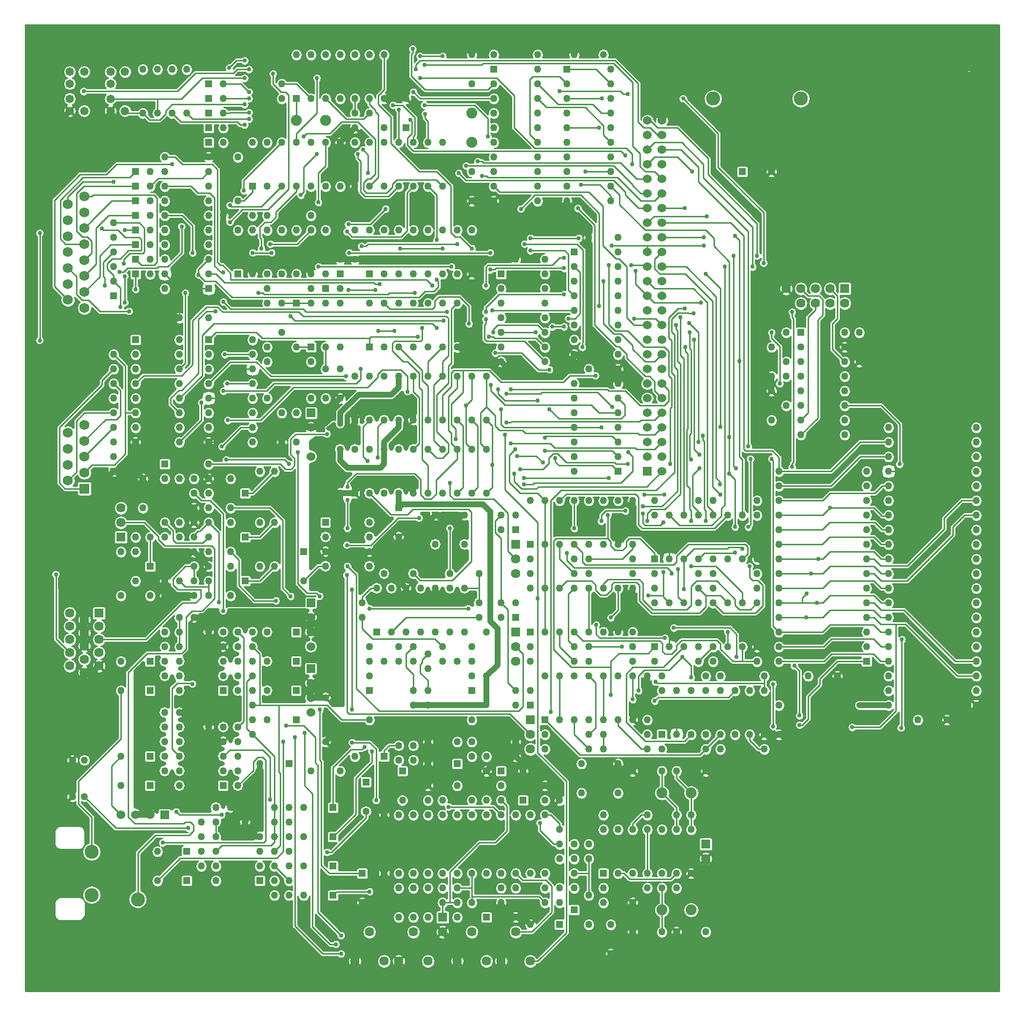
<source format=gbl>
G04*
G04  File:            TOPBOARD-V5.2.3.GBL, Wed Oct 01 00:48:10 2025*
G04  Source:          P-CAD 2006 PCB, Version 19.02.958, (D:\PCAD-2006\Projects\Pentagon-4096\Hardware\TopBoard-v5.2.3.PCB)*
G04  Format:          Gerber Format (RS-274-D), ASCII*
G04*
G04  Format Options:  Absolute Positioning*
G04                   Leading-Zero Suppression*
G04                   Scale Factor 1:1*
G04                   NO Circular Interpolation*
G04                   Inch Units*
G04                   Numeric Format: 4.4 (XXXX.XXXX)*
G04                   G54 NOT Used for Aperture Change*
G04                   Apertures Embedded*
G04*
G04  File Options:    Offset = (0.0mil,0.0mil)*
G04                   Drill Symbol Size = 80.0mil*
G04                   No Pad/Via Holes*
G04*
G04  File Contents:   Pads*
G04                   Vias*
G04                   No Designators*
G04                   No Types*
G04                   No Values*
G04                   No Drill Symbols*
G04                   Bottom*
G04*
%INTOPBOARD-V5.2.3.GBL*%
%ICAS*%
%MOIN*%
G04*
G04  Aperture MACROs for general use --- invoked via D-code assignment *
G04*
G04  General MACRO for flashed round with rotation and/or offset hole *
%AMROTOFFROUND*
1,1,$1,0.0000,0.0000*
1,0,$2,$3,$4*%
G04*
G04  General MACRO for flashed oval (obround) with rotation and/or offset hole *
%AMROTOFFOVAL*
21,1,$1,$2,0.0000,0.0000,$3*
1,1,$4,$5,$6*
1,1,$4,0-$5,0-$6*
1,0,$7,$8,$9*%
G04*
G04  General MACRO for flashed oval (obround) with rotation and no hole *
%AMROTOVALNOHOLE*
21,1,$1,$2,0.0000,0.0000,$3*
1,1,$4,$5,$6*
1,1,$4,0-$5,0-$6*%
G04*
G04  General MACRO for flashed rectangle with rotation and/or offset hole *
%AMROTOFFRECT*
21,1,$1,$2,0.0000,0.0000,$3*
1,0,$4,$5,$6*%
G04*
G04  General MACRO for flashed rectangle with rotation and no hole *
%AMROTRECTNOHOLE*
21,1,$1,$2,0.0000,0.0000,$3*%
G04*
G04  General MACRO for flashed rounded-rectangle *
%AMROUNDRECT*
21,1,$1,$2-$4,0.0000,0.0000,$3*
21,1,$1-$4,$2,0.0000,0.0000,$3*
1,1,$4,$5,$6*
1,1,$4,$7,$8*
1,1,$4,0-$5,0-$6*
1,1,$4,0-$7,0-$8*
1,0,$9,$10,$11*%
G04*
G04  General MACRO for flashed rounded-rectangle with rotation and no hole *
%AMROUNDRECTNOHOLE*
21,1,$1,$2-$4,0.0000,0.0000,$3*
21,1,$1-$4,$2,0.0000,0.0000,$3*
1,1,$4,$5,$6*
1,1,$4,$7,$8*
1,1,$4,0-$5,0-$6*
1,1,$4,0-$7,0-$8*%
G04*
G04  General MACRO for flashed regular polygon *
%AMREGPOLY*
5,1,$1,0.0000,0.0000,$2,$3+$4*
1,0,$5,$6,$7*%
G04*
G04  General MACRO for flashed regular polygon with no hole *
%AMREGPOLYNOHOLE*
5,1,$1,0.0000,0.0000,$2,$3+$4*%
G04*
G04  General MACRO for target *
%AMTARGET*
6,0,0,$1,$2,$3,4,$4,$5,$6*%
G04*
G04  General MACRO for mounting hole *
%AMMTHOLE*
1,1,$1,0,0*
1,0,$2,0,0*
$1=$1-$2*
$1=$1/2*
21,1,$2+$1,$3,0,0,$4*
21,1,$3,$2+$1,0,0,$4*%
G04*
G04*
G04  D10 : "Ellipse X10.0mil Y10.0mil H0.0mil 0.0deg (0.0mil,0.0mil) Draw"*
G04  Disc: OuterDia=0.0100*
%ADD10C, 0.0100*%
G04  D11 : "Ellipse X15.0mil Y15.0mil H0.0mil 0.0deg (0.0mil,0.0mil) Draw"*
G04  Disc: OuterDia=0.0150*
%ADD11C, 0.0150*%
G04  D12 : "Ellipse X16.0mil Y16.0mil H0.0mil 0.0deg (0.0mil,0.0mil) Draw"*
G04  Disc: OuterDia=0.0160*
%ADD12C, 0.0160*%
G04  D13 : "Ellipse X20.0mil Y20.0mil H0.0mil 0.0deg (0.0mil,0.0mil) Draw"*
G04  Disc: OuterDia=0.0200*
%ADD13C, 0.0200*%
G04  D14 : "Ellipse X25.0mil Y25.0mil H0.0mil 0.0deg (0.0mil,0.0mil) Draw"*
G04  Disc: OuterDia=0.0250*
%ADD14C, 0.0250*%
G04  D15 : "Ellipse X30.0mil Y30.0mil H0.0mil 0.0deg (0.0mil,0.0mil) Draw"*
G04  Disc: OuterDia=0.0300*
%ADD15C, 0.0300*%
G04  D16 : "Ellipse X40.0mil Y40.0mil H0.0mil 0.0deg (0.0mil,0.0mil) Draw"*
G04  Disc: OuterDia=0.0400*
%ADD16C, 0.0400*%
G04  D17 : "Ellipse X5.0mil Y5.0mil H0.0mil 0.0deg (0.0mil,0.0mil) Draw"*
G04  Disc: OuterDia=0.0050*
%ADD17C, 0.0050*%
G04  D18 : "Ellipse X6.0mil Y6.0mil H0.0mil 0.0deg (0.0mil,0.0mil) Draw"*
G04  Disc: OuterDia=0.0060*
%ADD18C, 0.0060*%
G04  D19 : "Ellipse X8.0mil Y8.0mil H0.0mil 0.0deg (0.0mil,0.0mil) Draw"*
G04  Disc: OuterDia=0.0080*
%ADD19C, 0.0080*%
G04  D20 : "Ellipse X9.8mil Y9.8mil H0.0mil 0.0deg (0.0mil,0.0mil) Draw"*
G04  Disc: OuterDia=0.0098*
%ADD20C, 0.0098*%
G04  D21 : "Ellipse X9.8mil Y9.8mil H0.0mil 0.0deg (0.0mil,0.0mil) Draw"*
G04  Disc: OuterDia=0.0098*
%ADD21C, 0.0098*%
G04  D22 : "Ellipse X111.0mil Y111.0mil H0.0mil 0.0deg (0.0mil,0.0mil) Flash"*
G04  Disc: OuterDia=0.1110*
%ADD22C, 0.1110*%
G04  D23 : "Ellipse X128.0mil Y128.0mil H0.0mil 0.0deg (0.0mil,0.0mil) Flash"*
G04  Disc: OuterDia=0.1280*
%ADD23C, 0.1280*%
G04  D24 : "Ellipse X143.0mil Y143.0mil H0.0mil 0.0deg (0.0mil,0.0mil) Flash"*
G04  Disc: OuterDia=0.1430*
%ADD24C, 0.1430*%
G04  D25 : "Ellipse X200.0mil Y200.0mil H0.0mil 0.0deg (0.0mil,0.0mil) Flash"*
G04  Disc: OuterDia=0.2000*
%ADD25C, 0.2000*%
G04  D26 : "Ellipse X215.0mil Y215.0mil H0.0mil 0.0deg (0.0mil,0.0mil) Flash"*
G04  Disc: OuterDia=0.2150*
%ADD26C, 0.2150*%
G04  D27 : "Ellipse X50.0mil Y50.0mil H0.0mil 0.0deg (0.0mil,0.0mil) Flash"*
G04  Disc: OuterDia=0.0500*
%ADD27C, 0.0500*%
G04  D28 : "Ellipse X58.0mil Y58.0mil H0.0mil 0.0deg (0.0mil,0.0mil) Flash"*
G04  Disc: OuterDia=0.0580*
%ADD28C, 0.0580*%
G04  D29 : "Ellipse X60.0mil Y60.0mil H0.0mil 0.0deg (0.0mil,0.0mil) Flash"*
G04  Disc: OuterDia=0.0600*
%ADD29C, 0.0600*%
G04  D30 : "Ellipse X64.0mil Y64.0mil H0.0mil 0.0deg (0.0mil,0.0mil) Flash"*
G04  Disc: OuterDia=0.0640*
%ADD30C, 0.0640*%
G04  D31 : "Ellipse X65.0mil Y65.0mil H0.0mil 0.0deg (0.0mil,0.0mil) Flash"*
G04  Disc: OuterDia=0.0650*
%ADD31C, 0.0650*%
G04  D32 : "Ellipse X69.0mil Y69.0mil H0.0mil 0.0deg (0.0mil,0.0mil) Flash"*
G04  Disc: OuterDia=0.0690*
%ADD32C, 0.0690*%
G04  D33 : "Ellipse X73.0mil Y73.0mil H0.0mil 0.0deg (0.0mil,0.0mil) Flash"*
G04  Disc: OuterDia=0.0730*
%ADD33C, 0.0730*%
G04  D34 : "Ellipse X75.0mil Y75.0mil H0.0mil 0.0deg (0.0mil,0.0mil) Flash"*
G04  Disc: OuterDia=0.0750*
%ADD34C, 0.0750*%
G04  D35 : "Ellipse X79.0mil Y79.0mil H0.0mil 0.0deg (0.0mil,0.0mil) Flash"*
G04  Disc: OuterDia=0.0790*
%ADD35C, 0.0790*%
G04  D36 : "Ellipse X84.0mil Y84.0mil H0.0mil 0.0deg (0.0mil,0.0mil) Flash"*
G04  Disc: OuterDia=0.0840*
%ADD36C, 0.0840*%
G04  D37 : "Ellipse X90.0mil Y90.0mil H0.0mil 0.0deg (0.0mil,0.0mil) Flash"*
G04  Disc: OuterDia=0.0900*
%ADD37C, 0.0900*%
G04  D38 : "Ellipse X96.0mil Y96.0mil H0.0mil 0.0deg (0.0mil,0.0mil) Flash"*
G04  Disc: OuterDia=0.0960*
%ADD38C, 0.0960*%
G04  D39 : "Rectangle X114.0mil Y114.0mil H0.0mil 0.0deg (0.0mil,0.0mil) Flash"*
G04  Square: Side=0.1140, Rotation=0.0, OffsetX=0.0000, OffsetY=0.0000, HoleDia=0.0000*
%ADD39R, 0.1140 X0.1140*%
G04  D40 : "Rectangle X50.0mil Y50.0mil H0.0mil 0.0deg (0.0mil,0.0mil) Flash"*
G04  Square: Side=0.0500, Rotation=0.0, OffsetX=0.0000, OffsetY=0.0000, HoleDia=0.0000*
%ADD40R, 0.0500 X0.0500*%
G04  D41 : "Rectangle X60.0mil Y60.0mil H0.0mil 0.0deg (0.0mil,0.0mil) Flash"*
G04  Square: Side=0.0600, Rotation=0.0, OffsetX=0.0000, OffsetY=0.0000, HoleDia=0.0000*
%ADD41R, 0.0600 X0.0600*%
G04  D42 : "Rectangle X64.0mil Y64.0mil H0.0mil 0.0deg (0.0mil,0.0mil) Flash"*
G04  Square: Side=0.0640, Rotation=0.0, OffsetX=0.0000, OffsetY=0.0000, HoleDia=0.0000*
%ADD42R, 0.0640 X0.0640*%
G04  D43 : "Rectangle X65.0mil Y65.0mil H0.0mil 0.0deg (0.0mil,0.0mil) Flash"*
G04  Square: Side=0.0650, Rotation=0.0, OffsetX=0.0000, OffsetY=0.0000, HoleDia=0.0000*
%ADD43R, 0.0650 X0.0650*%
G04  D44 : "Rectangle X69.0mil Y69.0mil H0.0mil 0.0deg (0.0mil,0.0mil) Flash"*
G04  Square: Side=0.0690, Rotation=0.0, OffsetX=0.0000, OffsetY=0.0000, HoleDia=0.0000*
%ADD44R, 0.0690 X0.0690*%
G04  D45 : "Rectangle X75.0mil Y75.0mil H0.0mil 0.0deg (0.0mil,0.0mil) Flash"*
G04  Square: Side=0.0750, Rotation=0.0, OffsetX=0.0000, OffsetY=0.0000, HoleDia=0.0000*
%ADD45R, 0.0750 X0.0750*%
G04  D46 : "Rectangle X79.0mil Y79.0mil H0.0mil 0.0deg (0.0mil,0.0mil) Flash"*
G04  Square: Side=0.0790, Rotation=0.0, OffsetX=0.0000, OffsetY=0.0000, HoleDia=0.0000*
%ADD46R, 0.0790 X0.0790*%
G04  D47 : "Rectangle X84.0mil Y84.0mil H0.0mil 0.0deg (0.0mil,0.0mil) Flash"*
G04  Square: Side=0.0840, Rotation=0.0, OffsetX=0.0000, OffsetY=0.0000, HoleDia=0.0000*
%ADD47R, 0.0840 X0.0840*%
G04  D48 : "Rectangle X99.0mil Y99.0mil H0.0mil 0.0deg (0.0mil,0.0mil) Flash"*
G04  Square: Side=0.0990, Rotation=0.0, OffsetX=0.0000, OffsetY=0.0000, HoleDia=0.0000*
%ADD48R, 0.0990 X0.0990*%
G04  D49 : "Ellipse X30.0mil Y30.0mil H0.0mil 0.0deg (0.0mil,0.0mil) Flash"*
G04  Disc: OuterDia=0.0300*
%ADD49C, 0.0300*%
G04  D50 : "Ellipse X45.0mil Y45.0mil H0.0mil 0.0deg (0.0mil,0.0mil) Flash"*
G04  Disc: OuterDia=0.0450*
%ADD50C, 0.0450*%
G04*
%FSLAX44Y44*%
%SFA1B1*%
%OFA0.0000B0.0000*%
G04*
G70*
G90*
G01*
D2*
%LNBottom*%
D16*
X100838Y182412*
X100750Y182500D1*
D2*
D15*
Y212322*
X100927D1*
D2*
D16*
X100750*
Y212500D1*
Y210500D2*
Y212322D1*
X100927D2*
X100750Y212500D1*
X100927Y217677D2*
X100750Y217500D1*
X104000Y155500D2*
Y153750D1*
D2*
D10*
X104100Y167800*
Y166250D1*
D2*
D16*
X103687Y169250*
X103687D1*
Y169249D2*
X103687Y169250D1*
X104500Y172575D2*
X104425Y172500D1*
X104500Y177950D2*
Y178850D1*
Y182412D2*
Y180250D1*
X103944Y185075D2*
X103869Y185000D1*
D2*
D10*
X103180Y187819*
X104501D1*
X102800Y188200D2*
X103180Y187819D1*
X103950Y188933D2*
X103381Y188364D1*
X104501Y190001D2*
Y189999D1*
Y191101D2*
Y191089D1*
X104500Y193000D2*
X103950Y192450D1*
D2*
D16*
X103943Y197440*
X103883Y197500D1*
D2*
D10*
X104350Y200700*
X104800D1*
X103950Y202339D2*
Y201100D1*
X103379Y202910D2*
X103950Y202339D1*
X103205Y204544D2*
X104499D1*
X102850Y204900D2*
X103205Y204544D1*
X104350Y205050D2*
X103950Y205450D1*
X104700Y205050D2*
X104350D1*
X104400Y209100D2*
X102850Y207550D1*
X103950Y208000D2*
X104450Y208500D1*
X103379Y207779D2*
Y207269D1*
X104400Y208800D2*
X103379Y207779D1*
X104200Y209300D2*
X102450Y207550D1*
D2*
D16*
X103943Y210547*
X103896Y210500D1*
X103943Y210547D2*
X104519D1*
X102318Y212322D2*
Y212480D1*
D2*
D10*
X106350Y166150*
X107000Y165500D1*
Y169500D2*
X106350Y168850D1*
D2*
D16*
X105750Y186881*
Y188250D1*
D2*
D10*
X107300Y190200*
X106550Y189450D1*
X106950Y192800D2*
X106700Y192550D1*
X105950*
X106950Y194550D2*
Y192800D1*
X106500Y196000D2*
X105700Y195200D1*
X107300Y196200D2*
X106500Y197000D1*
X105550Y199950D2*
X107550D1*
X105550Y203750D2*
Y202325D1*
X107200Y203500D2*
Y203200D1*
X107600Y203900D2*
X107200Y203500D1*
X106500Y202000D2*
X106950Y201550D1*
X106400Y203550D2*
X106950D1*
X106050Y203200D2*
X106400Y203550D1*
X106050Y202850D2*
Y203200D1*
X106500Y202400D2*
X106050Y202850D1*
X106500Y202000D2*
Y202400D1*
X105900Y202250D2*
Y201700D1*
X105800Y202350D2*
X105900Y202250D1*
X105800Y203300D2*
Y202350D1*
X106900Y202650D2*
X107200D1*
X107450Y202900*
X105050Y206200D2*
Y206184D1*
X106150Y206500D2*
X105300Y205650D1*
X106800Y205500D2*
X105800D1*
X105700Y205600*
X107300Y205000D2*
X106800Y205500D1*
D2*
D16*
X106368Y212250*
X106295Y212322D1*
D2*
D10*
X107440Y213500*
X107279Y213661D1*
D2*
D16*
X106250Y219250*
X106295Y219204D1*
D2*
D10*
X109350Y164100*
X108149Y162899D1*
D2*
D16*
X109000Y165500*
Y166250D1*
D2*
D10*
X110500Y174150*
X110850Y174500D1*
D2*
D16*
X110000Y179750*
X109750Y179500D1*
D2*
D10*
X110550Y181250*
X110900Y180900D1*
X110550Y181650D2*
Y181250D1*
D2*
D16*
X110000Y181500*
Y180500D1*
D2*
D10*
X110550Y184950*
X110000Y185500D1*
X108600D2*
X109550Y184550D1*
Y184350*
X110000Y183900*
X110550Y184300D2*
Y184950D1*
X110750Y184100D2*
X110550Y184300D1*
D2*
D16*
X108500Y187750*
Y188500D1*
X109000Y187250D2*
X108500Y187750D1*
X110500Y187250D2*
X109000D1*
D2*
D10*
X110400Y194000*
Y193600D1*
X109250Y203100D2*
X109450Y203300D1*
X108400Y203100D2*
X109250D1*
X109450Y202900D2*
X109550Y203000D1*
X110200*
X108250Y206000D2*
X108600Y205650D1*
X108400Y204850D2*
X108250Y205000D1*
X108350Y204100D2*
X108400Y204150D1*
Y204850*
X109550Y209050D2*
X109000Y208500D1*
X109450Y207700D2*
X109250Y207900D1*
X110000Y210500D2*
X110700D1*
X110050Y213650D2*
X110500Y214100D1*
X110050Y213450D2*
Y213650D1*
X109650Y213050D2*
X110050Y213450D1*
X108950Y213050D2*
X109650D1*
X108500Y213500D2*
X108950Y213050D1*
X109500Y214488D2*
Y213500D1*
X113500Y163000D2*
X113900Y163400D1*
X111950Y164800D2*
Y164400D1*
X111650Y164100*
D2*
D16*
X112750Y166750*
X113000D1*
X112250Y166250D2*
X112750Y166750D1*
X113000Y171500D2*
Y172500D1*
D2*
D10*
X111450Y176850*
X111150Y176550D1*
X111850Y174500D2*
X111900Y174450D1*
X112550Y179450D2*
X111850D1*
X111450Y179050*
D2*
D16*
X113000Y178000*
Y179000D1*
X112000*
D2*
D10*
X113000Y180500*
Y181100D1*
Y181500*
Y181100D2*
X111400D1*
X112450Y180900D2*
Y180350D1*
X112000Y182500D2*
X111400D1*
X112000D2*
Y181500D1*
X113000Y184500D2*
X112600Y184100D1*
X113000Y185500D2*
X113700Y184800D1*
X112000Y184650D2*
Y184500D1*
X112250Y184900D2*
X112000Y184650D1*
X112400Y184900D2*
X112250D1*
X113000Y185500D2*
X112400Y184900D1*
X113200Y183900D2*
X113400Y183700D1*
X112500Y187000D2*
X113100D1*
X112000Y187500D2*
X112500Y187000D1*
D2*
D16*
X112000Y186500*
X111250D1*
D2*
D10*
X113000Y191000*
X113450D1*
X113700Y191250*
D2*
D16*
X113000Y191000*
Y190250D1*
X112250D2*
X113000D1*
X112250D2*
Y189250D1*
D2*
D10*
X112500Y193700*
Y192500D1*
X113700Y194000D2*
X113000D1*
X111150Y195550D2*
X111900Y196300D1*
Y199300D2*
X112850Y200250D1*
X113600*
X113350Y199100D2*
X112550Y198300D1*
X112850Y199950D2*
X112300Y199400D1*
X113450Y199950D2*
X112850D1*
X112300Y202800D2*
X113000Y203500D1*
X112300Y202450D2*
Y202800D1*
X113000Y202500D2*
X113500D1*
X112300Y202450D2*
X112725Y202025D1*
X113475*
X113400Y203050D2*
X113850Y202600D1*
X113600Y203300D2*
X113800Y203100D1*
X111900Y205800D2*
X111200Y206500D1*
X111800Y208500D2*
X112250Y208050D1*
X113050*
X113400Y207700*
X113000Y209500D2*
X112550Y209050D1*
D2*
D16*
X111500Y211000*
Y211750D1*
X112000Y210500D2*
X111500Y211000D1*
X113000Y210500D2*
X112000D1*
D2*
D10*
X111500Y213500*
X111900Y213100D1*
X112550Y215900D2*
X111138Y214488D1*
X116900Y163750D2*
X116750Y163600D1*
D2*
D16*
X115500Y164000*
X116500D1*
X114500Y166000D2*
X115500D1*
X114500Y166500D2*
X114250Y166750D1*
X114500Y166000D2*
Y166500D1*
X115500Y166000D2*
X116500D1*
D2*
D10*
X116050Y169150*
X116350Y169450D1*
X116050Y168550D2*
Y169150D1*
X116700Y169950D2*
X114450D1*
X116350Y169450D2*
X116700D1*
X116900Y169250*
X115400Y171900D2*
X115000Y171500D1*
X116500Y173000D2*
X116000D1*
X115600Y174600D2*
X116000Y175000D1*
X115000Y178000D2*
X115400Y177600D1*
X115050Y181200D2*
X116100Y180150D1*
X116500Y181500D2*
X115500D1*
X116500Y184500D2*
X115500D1*
X116000Y187500D2*
X115500D1*
X116550Y192500D2*
X114300D1*
X116000Y197000D2*
X114100D1*
X114650Y196000D2*
X116000D1*
X114475Y196475D2*
X116275D1*
X116250Y198500D2*
X116650Y198100D1*
X114500Y202550D2*
Y202100D1*
X116700Y201200D2*
X116800Y201100D1*
X116400Y201200D2*
X116700D1*
D2*
D16*
X116000Y203500*
Y202500D1*
D2*
D10*
X115300Y206900*
X114450Y206050D1*
X116500Y205700D2*
Y205000D1*
X116600Y204900*
Y204250*
X116850Y206050D2*
X116500Y205700D1*
X115400Y207500D2*
X115000D1*
X116000Y208100D2*
X115400Y207500D1*
X116000Y208500D2*
Y208100D1*
X114550Y207100D2*
X116600D1*
X114450Y207200D2*
X114550Y207100D1*
X115400Y208200D2*
Y208900D1*
X115150Y212700D2*
X115450D1*
X114950Y212900D2*
X115150Y212700D1*
X114450Y213550D2*
X114400Y213500D1*
X115750Y213550D2*
X114450D1*
X115750Y214950D2*
X115200Y215500D1*
X114700Y216250D2*
X114950Y216500D1*
X115750*
X114900Y217100D2*
X114400Y216600D1*
X114900Y217100D2*
X115450D1*
X117500Y163000D2*
X117900Y163400D1*
X118100Y163000D2*
X117650Y162550D1*
X117500Y163650D2*
Y164000D1*
X117250Y163400D2*
X117500Y163650D1*
X117900Y168350D2*
X117800Y168450D1*
X118300Y171600D2*
X119500D1*
X118050Y181000D2*
X118600Y180450D1*
X119100Y181300D2*
X119725Y180675D1*
X118600Y191200D2*
Y190150D1*
X118950Y191550D2*
X118600Y191200D1*
X118500Y189500D2*
X118200Y189800D1*
X118650Y189150D2*
X118250D1*
X117900Y189500*
X118850Y189400D2*
X118650Y189150D1*
X118600Y190150D2*
X118850Y189900D1*
Y189400*
D2*
D16*
X118000Y191750*
Y191000D1*
Y190250*
D2*
D10*
X119650Y199900*
X119450Y200100D1*
X119150Y199900D2*
X119450Y199600D1*
X118900Y199300D2*
X118600Y199600D1*
X119000Y200500D2*
X118000D1*
X117600Y206400D2*
X117250Y206050D1*
X117600Y206750D2*
Y206400D1*
X119050Y204550D2*
X117200D1*
X119500Y208100D2*
X119300Y207900D1*
X119500Y209800D2*
Y208100D1*
X119000Y208500D2*
Y208150D1*
Y212100D2*
Y211500D1*
X119500Y211900D2*
X119700Y212100D1*
X117400Y215500D2*
X117950Y214950D1*
X119000Y215500D2*
X118000D1*
X117950Y214950D2*
X118250D1*
X118450Y214750*
X120450Y158850D2*
X122050Y157250D1*
X121300Y156650D2*
X121700D1*
X120100Y157850D2*
X121300Y156650D1*
X121750Y160250D2*
X121500Y160000D1*
X121100Y162950D2*
X121400D1*
X120300Y169050D2*
X120450Y168900D1*
X120300Y170800D2*
Y169050D1*
X120600Y169250D2*
X120700Y169150D1*
X122725Y169975D2*
X121500Y168750D1*
X121100Y173000D2*
X122100Y172000D1*
X122450Y172550D2*
X122600Y172400D1*
D2*
D16*
X122000Y178000*
X121000D1*
D2*
D10*
Y182500*
X120500D1*
X120375Y180675D2*
X120600Y180450D1*
D2*
D16*
X122000Y183500*
X121000D1*
D2*
D10*
X122500Y187950*
Y188250D1*
D2*
D16*
X121750Y187500*
X122000D1*
X121250Y188000D2*
X121750Y187500D1*
X122000Y189750D2*
Y190500D1*
X122500Y189250D2*
X122000Y189750D1*
X121750Y191500D2*
X121250Y191000D1*
X122500Y191500D2*
X121750D1*
X122000Y192250D2*
Y193000D1*
X121000D2*
X122000Y194000D1*
X121000Y192500D2*
Y193000D1*
D2*
D10*
Y197500*
Y196000D1*
X122450Y205400D2*
X122800Y205050D1*
X121000Y209900D2*
X120500Y209400D1*
Y207400*
X121300Y212100D2*
X122100Y212900D1*
D2*
D16*
X122000Y211500*
Y210750D1*
D2*
D10*
X121000Y214500*
X122400Y213100D1*
X120400Y215900D2*
Y213500D1*
D2*
D16*
X125000Y159750*
X124750Y159500D1*
X125000Y161500D2*
Y159750D1*
X124750Y159500D2*
X123500D1*
D2*
D10*
X123750Y165300*
Y165750D1*
D2*
D16*
X125000Y167000*
X125500Y167500D1*
X125000Y165500D2*
Y167000D1*
D2*
D10*
X124150Y169850*
Y169100D1*
X125000Y169900D2*
Y169500D1*
X125350Y170250D2*
X125000Y169900D1*
X124000Y170450D2*
X124450Y170000D1*
X123650Y170150D2*
X123475Y169975D1*
X123500Y178250D2*
Y179000D1*
X124200Y177550D2*
X123500Y178250D1*
X124100Y181000D2*
X123500Y180400D1*
X124500Y181000D2*
X124100D1*
X124000Y187500D2*
X125450Y186050D1*
X123550Y190000D2*
X123850Y189700D1*
D2*
D16*
X125000Y191000*
Y190500D1*
Y189500D2*
X124750Y189250D1*
X125000Y190500D2*
Y189500D1*
X123250Y194250D2*
X125500D1*
D2*
D10*
X124000Y192500*
X123550Y192050D1*
X124550D2*
X125000Y192500D1*
X123400Y196000D2*
Y195300D1*
X124550Y195650D2*
Y195450D1*
X124850Y195950D2*
X124550Y195650D1*
X125700Y197900D2*
X125550Y197750D1*
Y197250*
X124100Y198200D2*
X124000Y198100D1*
X125400Y200100D2*
X125000Y200500D1*
X124600Y198600D2*
X125700D1*
X124300Y201900D2*
X124400Y201800D1*
X124700*
X125250Y201100D2*
X125350Y201200D1*
X123750Y204400D2*
X123450D1*
X123900Y204550D2*
X123750Y204400D1*
X125550Y208650D2*
X125850Y208950D1*
X125550Y208450D2*
Y208650D1*
X125150Y208050D2*
X125550Y208450D1*
X124600Y209100D2*
X124000Y208500D1*
X123600Y208250D2*
X123800Y208050D1*
X125150*
X123400Y208100D2*
X123700Y207800D1*
X125300*
X124400Y209350D2*
X124050Y209000D1*
X123600Y208750D2*
Y208250D1*
X123850Y209000D2*
X123600Y208750D1*
X124050Y209000D2*
X123850D1*
X123200Y212900D2*
X124400Y211700D1*
X123200Y210400D2*
X123400Y210200D1*
X123200Y210700D2*
Y210400D1*
X123550Y211000D2*
X123900Y210650D1*
X123600Y213100D2*
X124000Y213500D1*
X124400Y213600D2*
X124600Y213400D1*
X124400Y213700D2*
Y213600D1*
X124000Y214100D2*
X124400Y213700D1*
X124000Y214500D2*
Y214100D1*
X124600Y214700D2*
X125000Y215100D1*
X124600Y214100D2*
Y214700D1*
X125450Y213250D2*
X124600Y214100D1*
D2*
D16*
X128000Y169000*
Y170500D1*
Y173000D2*
X127000D1*
D2*
D10*
X128000Y176500*
X127600Y176100D1*
X126500Y176500D2*
Y175600D1*
X127000Y175100*
X127600Y176100D2*
Y175900D1*
X127475Y175775*
Y175225*
X128000Y174700*
X127450Y181550D2*
X127000Y182000D1*
D2*
D16*
X128500Y180500*
Y181000D1*
X128250Y180250D2*
X128500Y180500D1*
X126750Y180250D2*
X128250D1*
X126500Y180500D2*
X126750Y180250D1*
X126500Y181000D2*
Y180500D1*
X127750Y185250D2*
Y183500D1*
D2*
D10*
X127800Y187100*
X128200D1*
X128550Y187450*
Y188400*
X126600Y186050D2*
X126950Y186400D1*
X127100Y188850D2*
X127500Y188450D1*
Y187400D2*
X127800Y187100D1*
X127500Y188450D2*
Y187400D1*
D2*
D16*
X127000Y188000*
Y187500D1*
X126500Y188500D2*
X127000Y188000D1*
D2*
D10*
X128600Y189900*
X128000Y190500D1*
X127000D2*
X127400Y190900D1*
X127600Y189800D2*
X128000Y189400D1*
Y194850D2*
Y192500D1*
X127400Y194750D2*
X127600Y194550D1*
X127400Y194050D2*
X127000Y194450D1*
D2*
D16*
Y193000*
Y192500D1*
X126500Y193500D2*
X127000Y193000D1*
D2*
D10*
X126600Y195500*
X126150Y195950D1*
X127600Y195900D2*
Y195250D1*
X126600Y196500D2*
X127400Y195700D1*
X128000Y195500D2*
Y196500D1*
X126300D2*
X126600D1*
X128600Y198800D2*
X128300Y199100D1*
X128475Y200275D2*
X128300Y200100D1*
X128475Y200675D2*
Y200275D1*
X127900Y202100D2*
X128300Y201700D1*
X127800Y201300D2*
X128400D1*
X128700Y201600*
Y202000D2*
X128600Y202100D1*
X128700Y201600D2*
Y202000D1*
X126150Y205050D2*
X126550Y205450D1*
X128600Y209500D2*
X127400D1*
X126550Y208050D2*
X127000Y208500D1*
X128600Y207900D2*
X128000Y208500D1*
X127000Y211900D2*
Y211500D1*
X127100Y212000D2*
X127000Y211900D1*
X126600Y211800D2*
X126900Y212100D1*
X126600Y211300D2*
Y211800D1*
X127000Y210900D2*
X126600Y211300D1*
X127800Y213450D2*
Y213150D1*
X126250Y214050D2*
X127100Y213200D1*
X127450Y214500D2*
X127000Y214950D1*
X126850Y217500D2*
Y216050D1*
X126950Y217600D2*
X126850Y217500D1*
X126950Y217900D2*
Y217600D1*
X127150Y216800D2*
X127450Y217100D1*
X127150Y216500D2*
Y216800D1*
D2*
D16*
X130000Y153750*
Y155500D1*
D2*
D10*
X131000Y160500*
X130000D1*
X131000D2*
Y161500D1*
Y159900D2*
Y159500D1*
Y160500D2*
Y159900D1*
X129500Y159550D2*
Y161600D1*
X129550Y159500D2*
X129500Y159550D1*
X129550Y159500D2*
X130000D1*
X130950Y182850D2*
X129650Y181550D1*
X131500Y182000D2*
Y181000D1*
X130500*
X131400Y187900D2*
X131000Y187500D1*
X130400Y187900D2*
X130000Y187500D1*
X130750Y186400D2*
X130950Y186200D1*
X129500Y187350D2*
X129750Y187100D1*
X129500Y187350D2*
Y188200D1*
X129600Y191600D2*
X129400Y191800D1*
X129600Y190900D2*
Y191600D1*
X130000Y190500D2*
X129600Y190900D1*
X130000Y189850D2*
Y190500D1*
X131000D2*
X130600Y190900D1*
X129900Y191200D2*
Y191900D1*
X129400Y190900D2*
Y190300D1*
Y194100D2*
X130000Y194700D1*
X130600Y193500D2*
X131000Y193900D1*
Y192500D2*
X131400Y192100D1*
X130000Y192500D2*
X130400Y192100D1*
X129600Y193600D2*
X130400Y194400D1*
X129600Y192200D2*
Y193600D1*
X129400Y196200D2*
Y195050D1*
X129600Y196400D2*
X129400Y196200D1*
X129750Y195900D2*
X130400D1*
X129600Y195750D2*
X129750Y195900D1*
D2*
D16*
X131500Y197500*
X130000D1*
X131500Y197000D2*
Y197500D1*
D2*
D10*
X130800Y199100*
Y200300D1*
X130000Y200500D2*
X129600Y200100D1*
X131850Y199000D2*
Y198050D1*
X129250Y199600D2*
X129400Y199450D1*
D2*
D16*
X131000Y202500*
Y203500D1*
Y202500D2*
X131500D1*
D2*
D10*
X129850Y205050*
X129550Y205350D1*
X130200Y205050D2*
X129850D1*
X131000Y204250D2*
X130200Y205050D1*
X130100Y209400D2*
X130600Y208900D1*
X131700Y210200D2*
X131800Y210100D1*
X131400Y210200D2*
X131700D1*
X131650Y216800D2*
X131750Y216900D1*
D2*
D16*
X133000Y155500*
Y153750D1*
X134000Y158500D2*
X133000D1*
X134000D2*
X134500D1*
D2*
D10*
X134000Y161500*
X134450Y161050D1*
X132600Y163600D2*
X133400Y164400D1*
X132450Y166050D2*
X133000Y165500D1*
X133400Y166100D2*
X133000Y166500D1*
D2*
D16*
X134000Y170500*
Y169500D1*
X133000*
X134500Y169000D2*
X134000Y169500D1*
X134500Y168500D2*
Y169000D1*
D2*
D10*
X134200Y172600*
X134500Y172900D1*
D2*
D16*
X132250Y178750*
X132750Y178250D1*
D2*
D10*
X132600Y184800*
X133000Y184400D1*
X132600Y185600D2*
Y184800D1*
X132500Y187100D2*
X133450Y186150D1*
X133550Y188250D2*
X134300Y187500D1*
X134400Y187800D2*
X133900Y188300D1*
Y188850*
X134450Y191800D2*
X132900D1*
X134650Y191600D2*
X134450Y191800D1*
X133950Y190500D2*
X133550Y190100D1*
X132800Y194300D2*
Y194600D1*
X133250Y193850D2*
X132800Y194300D1*
X132300Y194500D2*
Y194900D1*
X133250Y193550D2*
X132300Y194500D1*
X133650Y192350D2*
X133350D1*
X133700Y192400D2*
X133650Y192350D1*
X132600Y192100D2*
Y192800D1*
X133000Y192200D2*
Y193250D1*
X134400Y197100D2*
X132600D1*
X133000Y195100D2*
X132200Y195900D1*
D2*
D16*
X133000Y196500*
X134000Y195500D1*
D2*
D10*
X132450Y198200*
X132150D1*
X132550Y198100D2*
X132450Y198200D1*
Y198500D2*
Y198700D1*
X132750Y199000*
X132550Y202800D2*
X132250D1*
X132650Y202900D2*
X132550Y202800D1*
D2*
D16*
X132500Y206500*
X134000D1*
D2*
D10*
X132500Y208500*
X132900Y208100D1*
X132100Y215100D2*
X132500Y215500D1*
X132700Y215900D2*
X133900Y214700D1*
X136450Y158850D2*
X135100Y157500D1*
X136050Y161050D2*
X136450Y160650D1*
X135600Y159900D2*
X136000Y159500D1*
X137000Y164900D2*
Y164500D1*
X136600Y163500D2*
X137000D1*
X135650Y164450D2*
X136600Y163500D1*
X136000Y165500D2*
X136400D1*
D2*
D16*
X137000Y167250*
Y166500D1*
X136750Y167500D2*
X137000Y167250D1*
X136000Y167500D2*
X136750D1*
D2*
D10*
X137800Y175600*
X136600Y176800D1*
X137500Y181500D2*
X137000Y181000D1*
X136600Y184250D2*
X136750Y184400D1*
X135550Y187950D2*
X135400Y187800D1*
X137450Y187450D2*
X137000Y187000D1*
X137100Y187700D2*
X136400Y187000D1*
X135250Y188200D2*
X135150Y188100D1*
X135500Y187500D2*
X136000Y187000D1*
X136850Y190200D2*
X136550D1*
X137450Y189600D2*
X136850Y190200D1*
X136650Y190600D2*
X136350Y190900D1*
X136700Y189650D2*
Y189900D1*
X136950Y189400D2*
X136700Y189650D1*
X135950Y191350D2*
X136000Y191300D1*
X136100Y191400D2*
X136000Y191300D1*
X135400Y190050D2*
X135850Y189600D1*
X136250Y189900D2*
Y189550D1*
X135850Y189150*
X136550Y190200D2*
X136250Y189900D1*
X135800Y194400D2*
X135700Y194300D1*
X136950Y192600D2*
X136300Y193250D1*
X137700Y195550D2*
X137250Y195100D1*
X136300Y195950D2*
X135550D1*
X137300Y198900D2*
X136500D1*
X135500Y199000D2*
X136000Y198500D1*
X137300Y203600D2*
X137000D1*
X136500Y203100*
X137600Y203850D2*
Y201400D1*
X135500Y214500D2*
X136100Y213900D1*
X135500Y215500D2*
X136900Y214100D1*
X139000Y161500D2*
Y160000D1*
Y175000D2*
X139450Y174550D1*
X140500Y176000D2*
Y175600D1*
X139750Y177600D2*
X139500Y177850D1*
Y178500*
X140200Y180550D2*
X139800D1*
X140550Y180900D2*
X140200Y180550D1*
X140550Y181250D2*
Y180900D1*
X140700Y181400D2*
X140550Y181250D1*
X140000Y181300D2*
Y181000D1*
X140300Y181600D2*
X140000Y181300D1*
X138750Y182600D2*
X138550Y182800D1*
X139800Y180550D2*
X139475Y180874D1*
Y181224*
X139200Y181500D2*
X139475Y181224D1*
X140500Y183900D2*
X140800Y183600D1*
X140500Y184200D2*
Y183900D1*
X140300Y184400D2*
X140500Y184200D1*
X140850Y189500D2*
X140750Y189600D1*
X140600Y193400D2*
X139600Y194400D1*
X139700Y193000D2*
X139150Y193550D1*
X140350Y194500D2*
X140250Y194600D1*
X138550Y197800D2*
X138600Y197850D1*
X138550Y197500D2*
Y197800D1*
D2*
D16*
X139500Y197000*
X139000D1*
X140500Y196000D2*
X139500Y197000D1*
D2*
D10*
X140350Y199050*
X140800Y198600D1*
X140000Y199100D2*
X140700Y198400D1*
X138050Y199450D2*
X138400Y199800D1*
X138600Y204150D2*
X138200Y204550D1*
D2*
D16*
X139000Y205750*
X138250Y206500D1*
X139000Y205000D2*
Y205750D1*
D2*
D10*
X138450Y208600*
X139750D1*
X138750Y209500D2*
X140500D1*
Y207850D2*
Y207500D1*
X139750Y208600D2*
X140500Y207850D1*
X139000Y208100D2*
X139950Y207150D1*
X140000Y212000D2*
X140500Y211500D1*
X140000Y212650D2*
Y212000D1*
X139250Y214100D2*
X139850Y213500D1*
X140500*
X141800Y161100D2*
X141400Y161500D1*
X142000Y164500D2*
Y164900D1*
X142600Y165500D2*
X143000D1*
X142600Y170000D2*
X143000D1*
D2*
D16*
X142000Y169000*
Y168500D1*
X142250Y169250D2*
X142000Y169000D1*
Y172500D2*
Y172000D1*
X142250Y172750D2*
X142000Y172500D1*
X143000Y172750D2*
X142250D1*
X143750D2*
X143000D1*
D2*
D10*
X143500Y173300*
X143750Y173550D1*
X141050Y176550D2*
X143050D1*
X142800Y175400D2*
X142400Y175000D1*
X142000Y175600D2*
X141550Y175150D1*
X143650Y174500D2*
X143550Y174600D1*
X143600Y178700D2*
X141250D1*
D2*
D16*
X142000Y178750*
X141250D1*
D2*
D10*
X142450Y181200*
X142250Y181400D1*
X142450Y180150D2*
Y181200D1*
X142700Y181350D2*
X142450Y181600D1*
X142700Y180200D2*
Y181350D1*
X142500Y184400D2*
X143500Y183400D1*
X141300Y183600D2*
X141550Y183850D1*
X142000Y183700D2*
Y184000D1*
X141550Y183850D2*
Y184200D1*
X141750Y184400*
X142500*
X142850Y185300D2*
X142700Y185450D1*
X142650Y185100D2*
X142400Y185350D1*
D2*
D16*
X142000Y184750*
X141250D1*
D2*
D10*
X143900Y185300*
X142850D1*
X143300Y186400D2*
X143000Y186100D1*
X142400Y187250D2*
X142200Y187450D1*
X142250Y190500D2*
X142150Y190600D1*
X143500Y190500D2*
X142250D1*
X142450Y191500D2*
X142350Y191600D1*
X143500Y191500D2*
X142450D1*
X141700Y190300D2*
X142000Y190000D1*
X142550Y192500D2*
X142450Y192400D1*
X143500Y192500D2*
X142550D1*
X142500Y193500D2*
X141500Y194500D1*
X141450Y193550D2*
Y192850D1*
X141200Y192600*
X141600Y197000D2*
X141050Y197550D1*
X141600Y196750D2*
Y197000D1*
X142850Y195500D2*
X141600Y196750D1*
X143150Y195500D2*
X142850D1*
X143500Y195150D2*
X143150Y195500D1*
X142850Y196500D2*
X143500D1*
X142000Y197350D2*
X142850Y196500D1*
X142000Y197600D2*
Y197350D1*
X142100Y199000D2*
X143000D1*
X141600Y199500D2*
X142100Y199000D1*
Y199450D2*
X143550D1*
X141050Y203550D2*
X141600Y203000D1*
X142200Y201800D2*
Y202700D1*
X143000Y202000D2*
X143500Y201500D1*
Y203500D2*
Y202850D1*
X143850Y202500*
X142850Y203100D2*
X143000Y203000D1*
X141900Y203100D2*
X142850D1*
X143450Y206450D2*
X143000Y206000D1*
X141100Y207250D2*
Y207900D1*
X142850Y209500D2*
X143500D1*
X142500Y209850D2*
X142850Y209500D1*
X142550Y208000D2*
X143000D1*
X142000Y208550D2*
X142550Y208000D1*
X142000Y208600D2*
Y208550D1*
X142550Y207500D2*
X143500D1*
X142250Y209000D2*
X143000D1*
X141500Y208100D2*
Y207900D1*
X143500Y211500D2*
X143000Y211000D1*
X141500Y210600D2*
X141200Y210900D1*
X141550Y211100D2*
X141950Y210700D1*
X142000Y211250D2*
X142500Y210750D1*
X143200Y212500D2*
X143700Y212000D1*
X142350Y212900D2*
X142750Y212500D1*
X143200*
X141350Y214800D2*
X141650D1*
X141150Y215000D2*
X141350Y214800D1*
X145000Y161500D2*
X144600Y161100D1*
X146000Y165500D2*
Y167000D1*
X145000Y166000D2*
Y165500D1*
X144900Y172750D2*
X145000Y172650D1*
X146000Y175700D2*
X145400Y176300D1*
X146000Y174900D2*
Y175700D1*
X145400Y176300D2*
X144500Y175400D1*
X144675Y176525D2*
X144200D1*
X145000Y176850D2*
X144675Y176525D1*
X145350Y177450D2*
X145000Y177100D1*
X146000Y179850D2*
X145700Y179550D1*
X144550Y178750D2*
X144500Y178700D1*
X145100Y180400D2*
Y182300D1*
X146350Y181500D2*
X146000Y181150D1*
X144100Y182100D2*
Y180500D1*
Y180400*
X144650Y182100D2*
Y182000D1*
Y182100D2*
X144350Y182400D1*
X145000Y182800D2*
X144800Y182600D1*
X145800Y184000D2*
X145000Y183200D1*
X144550Y184750D2*
X144500Y184700D1*
Y184750D2*
Y184700D1*
D2*
D16*
X144550Y184750*
X144500D1*
D2*
D10*
X146500Y186250*
X146100Y186650D1*
X145900Y186400D2*
X146000Y186300D1*
X145900Y187850D2*
Y186400D1*
X146100Y186650D2*
Y188750D1*
X145700Y188050D2*
X145900Y187850D1*
X145250Y187450D2*
X144200Y186400D1*
X145900Y191500D2*
X146000Y191600D1*
X146800Y191150D2*
Y191450D1*
X146900Y191050D2*
X146800Y191150D1*
X146550Y190150D2*
X146200Y190500D1*
X145900Y189900D2*
X146000Y189800D1*
X145900Y189900D2*
Y191500D1*
X145750Y191900D2*
X145700Y191850D1*
X144450Y193800D2*
X144150Y193500D1*
X144450Y194550D2*
Y193800D1*
X144650Y193400D2*
X144550Y193300D1*
X145600Y197200D2*
X145750Y197050D1*
X145600Y197500D2*
Y197200D1*
X144450Y195550D2*
X144650Y195350D1*
X144450Y197200D2*
Y195550D1*
X144150Y197500D2*
X144450Y197200D1*
X146000Y197300D2*
X145900Y197400D1*
X144850Y196150D2*
X145050Y195950D1*
X145500Y196700D2*
X145250Y196950D1*
X144650Y195750D2*
X144850Y195550D1*
X145050Y196550D2*
X145250Y196350D1*
X146500Y198500D2*
X145850Y199150D1*
X146150Y199800D2*
X145850D1*
X145800Y199850*
X145100*
X144650Y199400*
Y198550*
X144850Y198350*
X145550Y200150D2*
X145100D1*
X144450Y199500*
Y198150*
X144950Y199000D2*
Y198700D1*
X145050Y198600*
X146500Y209800D2*
Y208800D1*
X149500Y176000D2*
X148850D1*
X148000Y176850*
X148650Y178300D2*
X149100Y177850D1*
X149300Y179550D2*
X149000Y179850D1*
X148000Y177200D2*
X147750Y177450D1*
X147700Y182500D2*
X149500Y180700D1*
X149000Y180250D2*
X147750Y181500D1*
X148950Y183400D2*
X149000Y183450D1*
X149850Y183850D2*
X149700Y184000D1*
X149850Y183350D2*
Y183850D1*
X149000Y185300D2*
Y185200D1*
X149400Y183800D2*
X149500Y183700D1*
X148450D2*
X148550Y183800D1*
X149400*
X147450Y187950D2*
X148000Y187400D1*
X148050Y186450D2*
X148300Y186700D1*
X147700Y188550D2*
X147950Y188300D1*
X148600Y188850D2*
X149000Y188450D1*
X147950Y188300D2*
Y188100D1*
X147100Y186650D2*
X147500Y186250D1*
X149700Y190400D2*
X149600Y190500D1*
X149300Y190000D2*
X149500Y189800D1*
X148900Y189350D2*
X149050Y189200D1*
X147550Y204400D2*
Y204950D1*
X149600Y205100D2*
X148700Y206000D1*
X149300Y204800D2*
X149000Y205100D1*
X150600Y170000D2*
X151000D1*
D2*
D16*
Y172000*
X150250Y172750D1*
X152750Y174250D2*
X151250Y175750D1*
D2*
D10*
X151000Y174500*
Y175000D1*
X150900Y179800D2*
X150400Y179300D1*
X152000Y178000D2*
X151600Y178400D1*
X150550Y181550D2*
X150900Y181200D1*
X150200Y181550D2*
X150550D1*
X151600Y189750D2*
X151500Y189850D1*
X151550Y190400D2*
X152000Y189950D1*
X152900Y189550D2*
Y189300D1*
X150050Y189850D2*
Y189950D1*
D2*
D16*
X150250Y196300*
X151050Y195500D1*
X151500*
D2*
D10*
Y198100*
Y198500D1*
X152900Y199900D2*
Y199550D1*
D2*
D16*
X151950Y203000*
X150250Y201300D1*
X152500Y203000D2*
Y201500D1*
Y203000D2*
X151950D1*
X151500Y214500D2*
X150500D1*
D2*
D10*
X154000Y172050*
Y173600D1*
X153600Y171650D2*
X154000Y172050D1*
X153400Y171650D2*
X153600D1*
X155100Y176000D2*
X155600Y176500D1*
X154800Y174400D2*
Y174800D1*
X153050Y175700D2*
X153400Y175350D1*
X155000Y178000D2*
X155500Y178500D1*
X155000Y179000D2*
X155500Y179500D1*
X153850Y179000D2*
X155000D1*
X153900Y180650D2*
X153600Y180350D1*
X155000Y181000D2*
X155500Y181500D1*
X155000Y182000D2*
X155500Y182500D1*
X154200Y182000D2*
X155000D1*
X154950Y184000D2*
X155450Y184500D1*
Y185500D2*
X154950Y185000D1*
X155000Y187000D2*
X155500Y187500D1*
X153500Y192500D2*
X154000Y193000D1*
X155000Y200750D2*
Y199700D1*
X154650Y199350*
X154000Y199550D2*
X154500Y200050D1*
Y200500*
X158900Y171500D2*
X157000D1*
X158500Y179000D2*
X158000D1*
Y182000D2*
X158500D1*
D2*
D16*
X157000Y197500*
X156500D1*
X157500Y197000D2*
X157000Y197500D1*
X157500Y196500D2*
Y197000D1*
D2*
D10*
X160400Y171500*
X160350Y171450D1*
X160000Y178550D2*
X160650D1*
X159500Y185000D2*
X159050D1*
X159500Y188000D2*
X159050D1*
X160950Y196500D2*
X161000Y196450D1*
X163900Y184650D2*
Y185200D1*
X163300Y185050D2*
Y185800D1*
D2*
D16*
X165500Y173000*
X166750D1*
X165500D2*
Y172500D1*
X100750Y168000D2*
Y165500D1*
Y163000*
Y172500D2*
Y170500D1*
Y185000D2*
Y182500D1*
D2*
D10*
X101450Y205300*
Y197950D1*
D2*
D16*
X100750Y197500*
Y194750D1*
Y215000D2*
Y212500D1*
X103687Y168000D2*
Y166750D1*
Y168000D2*
Y169249D1*
D2*
D10*
X102550Y177550*
X103500Y176600D1*
D2*
D16*
X104500Y177950*
Y177050D1*
Y172575D2*
Y175250D1*
Y178850D2*
Y180250D1*
D2*
D10*
X102800Y192000*
Y188200D1*
X103950Y192450D2*
Y188933D1*
Y201100D2*
X104350Y200700D1*
X102450Y201659D2*
X103379Y200730D1*
D2*
D16*
X103782Y194750*
X103944Y194912D1*
X102318Y212480D2*
X103500Y213661D1*
X102318Y219068D2*
X102500Y219250D1*
D2*
D10*
X106350Y168850*
Y166150D1*
D2*
D16*
X106574Y158074*
Y158862D1*
D2*
D10*
X107000Y174000*
Y170700D1*
D2*
D16*
X106750Y179500*
X106000Y180250D1*
D2*
D10*
X107300Y193000*
Y190200D1*
D2*
D16*
X105750Y188250*
X106500Y189000D1*
D2*
D10*
X105700Y195200*
Y194900D1*
X106500Y195000D2*
X106950Y194550D1*
X106300Y204500D2*
X105550Y203750D1*
X107250Y202350D2*
Y200550D1*
X106950Y201550D2*
Y200250D1*
Y203550D2*
X107500Y204100D1*
X106500Y204000D2*
X105800Y203300D1*
X106350Y207500D2*
X105050Y206200D1*
X106700Y210000D2*
X106000Y209300D1*
D2*
D16*
X106295Y212322*
Y213661D1*
D2*
D10*
X108149Y162899*
Y159728D1*
X110500Y174150D2*
Y170000D1*
D2*
D16*
X110000Y180500*
Y179750D1*
D2*
D10*
X109000Y184500*
Y182500D1*
X108600Y204000D2*
X108500Y203900D1*
X113500Y164000D2*
Y165000D1*
X111300Y164900D2*
X111400Y165000D1*
X111750*
X111950Y164800*
X112100Y180000D2*
X111200D1*
X112450Y180350D2*
X112100Y180000D1*
X113400Y180300D2*
X112550Y179450D1*
X111450Y179050D2*
Y176850D1*
D2*
D16*
X113000Y178000*
Y177000D1*
Y171500D2*
Y170500D1*
Y177000D2*
Y172500D1*
X112000Y186500D2*
Y185500D1*
Y183500D2*
X113000Y182500D1*
X112250Y189250D2*
X113000Y188500D1*
D2*
D10*
X111900Y196300*
Y199300D1*
X112550Y198300D2*
Y195550D1*
X112300Y195700D2*
X111150Y194550D1*
X112300Y199400D2*
Y195700D1*
X111400Y201200D2*
Y196400D1*
X113700Y194000D2*
Y195050D1*
X113000Y198000D2*
X113500Y198500D1*
X113250Y210000D2*
X113600Y209650D1*
X111200Y210000D2*
X113250D1*
X115000Y167500D2*
X116050Y168550D1*
X116900Y169250D2*
Y163750D1*
D2*
D16*
X115500Y165000*
Y166000D1*
Y165000D2*
Y164000D1*
X116500Y166000D2*
Y169000D1*
D2*
D10*
X115600Y171400*
Y174600D1*
X116000Y171000D2*
X115600Y171400D1*
X115400Y177600D2*
Y171900D1*
X116500Y176500D2*
X116000Y177000D1*
X116500Y173000D2*
Y176500D1*
X114500Y183500D2*
X115050Y182950D1*
X115200Y192000D2*
X116000D1*
X114250Y195000D2*
X116000D1*
X118500Y161000D2*
X117500Y162000D1*
X117900Y163400D2*
Y168350D1*
X117500Y165000D2*
Y164000D1*
Y166000D2*
Y165000D1*
X117200Y186500D2*
X118050Y185650D1*
D2*
D16*
X118250Y192000*
X118000Y191750D1*
D2*
D10*
X117400Y216200*
Y215500D1*
X119000Y214500D2*
Y213000D1*
Y208150D2*
X117600Y206750D1*
X118450Y214750D2*
Y208300D1*
X117050Y206900*
X120800Y156000D2*
X122050D1*
X120700Y162050D2*
X121250Y161500D1*
X120700Y169150D2*
Y162050D1*
X121500Y168750D2*
Y166000D1*
X120450Y168900D2*
Y158850D1*
X120100Y157850D2*
Y166950D1*
X122800Y180900D2*
Y172700D1*
D2*
D16*
X121750Y171250*
X121000Y170500D1*
Y174500D2*
Y178000D1*
D2*
D10*
X122500Y187050*
Y185100D1*
D2*
D16*
X120500Y192000*
X121000Y192500D1*
X122000Y187500D2*
Y183500D1*
X121250Y191000D2*
Y188000D1*
D2*
D10*
X121000Y211500*
Y209900D1*
X123050Y168000D2*
Y165550D1*
X124150Y169100D2*
X123050Y168000D1*
D2*
D16*
X125000Y165500*
Y161500D1*
X123500Y158500D2*
Y159500D1*
D2*
D10*
X123100Y174150*
X124650Y172600D1*
X123500Y180400D2*
Y180000D1*
X123550Y192050D2*
Y190000D1*
X124550Y189950D2*
Y192050D1*
X124000Y198100D2*
Y197500D1*
X123400Y195300D2*
X123100Y195000D1*
X124550Y195450D2*
X123850Y194750D1*
X124050Y205900D2*
X125100Y206950D1*
X125450Y211450D2*
Y213250D1*
X123900Y210650D2*
Y209400D1*
X124600Y213400D2*
Y209100D1*
X123400Y210200D2*
Y208100D1*
X124400Y211700D2*
Y209350D1*
D2*
D16*
X128000Y169000*
Y167500D1*
D2*
D10*
X127000Y175100*
Y174000D1*
Y177000D2*
X126500Y176500D1*
X128000Y174700D2*
Y174000D1*
D2*
D16*
Y170500*
Y171250D1*
D2*
D10*
Y189400*
Y187500D1*
D2*
D16*
X128500Y186000*
X127750Y185250D1*
D2*
D10*
X126600Y194450*
Y195500D1*
X127600Y195250D2*
X128000Y194850D1*
X127400Y195700D2*
Y194750D1*
Y200900D2*
X127800Y201300D1*
X127000Y194450D2*
Y195500D1*
X127600Y198000D2*
X127500Y197900D1*
X127600Y198800D2*
Y198000D1*
X128750Y200950D2*
X128475Y200675D1*
X128000Y212950D2*
Y211500D1*
X127800Y213150D2*
X128000Y212950D1*
X127100Y213200D2*
Y212000D1*
X126850Y216050D2*
X127800Y215100D1*
X126900Y212950D2*
X126800Y213050D1*
X126900Y212100D2*
Y212950D1*
D2*
D16*
X130000Y156500*
Y155500D1*
D2*
D10*
X129500Y161600*
X131500Y163600D1*
Y181000D2*
Y180000D1*
X131600Y193000D2*
Y190900D1*
X131400Y192100D2*
Y187900D1*
X130400Y192100D2*
Y187900D1*
X129900Y191900D2*
X129600Y192200D1*
X129500Y182000D2*
Y185100D1*
X130950Y186200D2*
Y182850D1*
X130800Y200300D2*
X130150Y200950D1*
X130000Y194700D2*
Y195500D1*
X131000Y193900D2*
Y195500D1*
X130400Y194400D2*
Y195900D1*
X129600Y200100D2*
Y196400D1*
X129400Y199450D2*
Y196900D1*
X129600Y194800D2*
Y195750D1*
D2*
D16*
X131500Y202500*
Y197500D1*
D2*
D10*
X133400Y164400*
Y166100D1*
D2*
D16*
X133000Y158500*
Y159500D1*
X134500Y168500D2*
Y168000D1*
D2*
D10*
X133450Y174550*
X134000Y174000D1*
X133450Y179550D2*
Y174550D1*
X133000Y180000D2*
X133450Y179550D1*
X134500Y176500D2*
X134000Y177000D1*
X134500Y172900D2*
Y176500D1*
D2*
D16*
X132750Y178250*
Y175750D1*
X134000Y170500D2*
Y171250D1*
D2*
D10*
X132900Y191800*
X132600Y192100D1*
X132400Y189450D2*
Y187900D1*
Y192100D2*
Y189450D1*
X133000Y186000D2*
X132600Y185600D1*
X133450Y183550D2*
X134000Y183000D1*
X133450Y186150D2*
Y183550D1*
X133250Y187750D2*
Y191500D1*
X133550Y190100D2*
Y188250D1*
X133200Y192000D2*
X133000Y192200D1*
X132100Y211900D2*
Y213150D1*
X133900Y214700D2*
Y212500D1*
D2*
D16*
X132500Y207500*
Y206500D1*
D2*
D10*
X136450Y160650*
Y158850D1*
X136400Y165500D2*
X137000Y164900D1*
X135650Y164950D2*
Y164450D1*
X136000Y181000D2*
Y178000D1*
X137000Y172000D2*
Y175000D1*
Y178000D2*
Y177000D1*
X137600Y177400D2*
Y180600D1*
X135500Y180300D2*
Y169750D1*
X137500Y182900D2*
Y183400D1*
X136000Y187000D2*
Y184000D1*
X137000D2*
Y183000D1*
X137350Y204100D2*
X137600Y203850D1*
X136000Y197500D2*
X135400Y198100D1*
X137000Y216000D2*
X135150D1*
X137500Y215500D2*
X137000Y216000D1*
D2*
D16*
X137500Y206500*
Y207500D1*
X140500Y156000D2*
Y153750D1*
D2*
D10*
X139000Y161500*
Y162500D1*
Y181000D2*
Y178000D1*
X140000Y175000D2*
Y172000D1*
X139450Y171450D2*
X139000Y171000D1*
X139450Y174550D2*
Y171450D1*
X140000Y171000D2*
Y170000D1*
X140500Y173700D2*
Y175600D1*
X140300Y186000D2*
Y184400D1*
X139850Y186000D2*
Y185600D1*
X140150Y186300D2*
X139850Y186000D1*
X138550Y182800D2*
Y183450D1*
X138600Y197850D2*
Y204150D1*
X139950Y204450D2*
X140850Y203550D1*
X140350Y203100D2*
Y199050D1*
X140850Y197550D2*
X139400Y199000D1*
X140000Y202000D2*
Y199100D1*
X138400Y199800D2*
Y202600D1*
D2*
D16*
X139000Y205000*
Y197000D1*
D2*
D10*
X139400Y205850*
X138300Y206950D1*
X138750Y213900D2*
X140000Y212650D1*
X140500Y215500D2*
X139500Y216500D1*
X138450Y207900D2*
X139700Y206650D1*
X138300Y206950D2*
X138250Y207000D1*
X142000Y164900D2*
X142600Y165500D1*
X143000Y164500D2*
Y161500D1*
X143050Y176550D2*
X143500Y177000D1*
X142400Y175000D2*
Y174000D1*
X141550Y171850D2*
X142850Y170550D1*
X141550Y175150D2*
Y171850D1*
X143350Y179550D2*
X142700Y180200D1*
X143300Y179300D2*
X142450Y180150D1*
X142000Y173400D2*
Y175000D1*
D2*
D16*
Y178750*
Y181000D1*
X143000Y172750D2*
Y175000D1*
D2*
D10*
X143500Y183400*
Y183000D1*
X143000Y186100D2*
Y185600D1*
X141300Y183000D2*
X142000Y183700D1*
X142700Y185450D2*
Y186100D1*
X142400Y185350D2*
Y187250D1*
D2*
D16*
X142000Y184750*
Y187000D1*
D2*
D10*
Y189000*
X141200Y188200D1*
X142000Y190000D2*
Y189000D1*
X141600Y203000D2*
Y199500D1*
X143000Y201000D2*
X142200Y201800D1*
X143000Y201000D2*
X143450Y200550D1*
X141650Y198600D2*
X142750Y197500D1*
X143000Y204450D2*
Y204000D1*
X143500Y194500D2*
Y195150D1*
X141200Y198400D2*
X142000Y197600D1*
X141950Y210700D2*
Y210000D1*
X141150Y210100D2*
X142250Y209000D1*
X141500Y207900D2*
X142400Y207000D1*
X143000*
X143500Y210500D2*
X143000Y210000D1*
X142000Y215600D2*
Y211250D1*
X142500Y210750D2*
Y209850D1*
X143200Y213000D2*
X143000D1*
X143700Y212500D2*
X143200Y213000D1*
X142350Y215550D2*
Y212900D1*
X146000Y164500D2*
Y165500D1*
X145000Y168000D2*
Y168500D1*
X146000Y167000D2*
X145000Y168000D1*
Y165500D2*
Y164500D1*
X145500Y180000D2*
X145100Y180400D1*
X145550Y170550D2*
X146000Y171000D1*
X145500Y177000D2*
X144100Y175600D1*
X145000Y177100D2*
Y176850D1*
X146000Y181150D2*
Y179850D1*
X144100Y180400D2*
X144500Y180000D1*
Y177000D2*
Y177800D1*
X145000Y171000D2*
Y171500D1*
X146500Y180000D2*
Y180050D1*
X146900Y183400D2*
X146500Y183000D1*
X144500Y186000D2*
X145200Y185300D1*
X145500Y183000D2*
X146200Y183700D1*
X146900Y186400D2*
Y191050D1*
X146500Y186000D2*
Y186250D1*
X146000Y186300D2*
Y185600D1*
X145000Y183200D2*
Y182800D1*
X144500Y184700D2*
Y183000D1*
X146100Y188750D2*
X146550Y189200D1*
X145700Y191850D2*
Y188050D1*
X144550Y193300D2*
Y189500D1*
X145900Y197400D2*
Y198500D1*
X144850Y198350D2*
Y196150D1*
X145250Y196950D2*
Y199550D1*
X144450Y198150D2*
X144650Y197950D1*
Y195750*
X145050Y198600D2*
Y196550D1*
Y210500D2*
X146050Y209500D1*
X145300Y211000D2*
X146500Y209800D1*
X146825Y210025D2*
X145350Y211500D1*
X146825Y209075D2*
Y210025D1*
X148200Y179300D2*
X147500Y180000D1*
X148500Y178000D2*
Y177000D1*
X149100Y177850D2*
Y176300D1*
X149500Y176000D2*
Y177000D1*
X148550Y173550D2*
X149000Y174000D1*
X149500Y180700D2*
Y180000D1*
X149000Y179850D2*
Y180250D1*
X148000Y180500D2*
X148500Y180000D1*
X148000Y176850D2*
Y177200D1*
X149500Y189800D2*
Y186000D1*
X148600Y191350D2*
Y188850D1*
X148050Y185950D2*
Y186450D1*
X147400Y185300D2*
X148050Y185950D1*
X148500Y186000D2*
X147600Y185100D1*
X149000Y188450D2*
Y185300D1*
X149500Y183000D2*
X149850Y183350D1*
X147500Y186250D2*
Y186000D1*
X148600Y203350D2*
X147550Y204400D1*
X149300Y196550D2*
Y204800D1*
X147150Y209300D2*
Y210400D1*
X147825Y212125D2*
Y209825D1*
X150900Y181200D2*
Y179800D1*
X150500Y180000D2*
X150050Y179550D1*
X151600Y174450D2*
Y171550D1*
D2*
D16*
X151000Y171000*
X152000D1*
X152750*
X150500Y177000D2*
X151250D1*
X150500D2*
Y178000D1*
X151000Y171000D2*
Y172000D1*
X151250Y175750D2*
Y177000D1*
X152750Y171000D2*
Y174250D1*
D2*
D10*
X151000Y174500*
Y174000D1*
X152000Y189950D2*
Y189000D1*
D2*
D16*
X150750Y183000*
X151250Y182500D1*
X150500Y183000D2*
X150750D1*
X150500D2*
Y184000D1*
D2*
D10*
X150050Y189850*
Y185350D1*
X152050Y197550D2*
X151500Y198100D1*
X152050Y195000D2*
Y197550D1*
D2*
D16*
X151500Y195500*
Y194500D1*
X150250Y201300D2*
Y196300D1*
X151500Y214500D2*
Y209500D1*
D2*
D10*
X155050Y177000*
X155600Y177550D1*
X155000Y180000D2*
X155500Y180500D1*
X154500Y180000D2*
X155000D1*
X153600Y180350D2*
Y180000D1*
X154500D2*
X153600D1*
X154000Y173600D2*
X154800Y174400D1*
X154600Y180000D2*
X154500D1*
X153400Y172300D2*
Y175350D1*
X155500Y186500D2*
X155000Y186000D1*
Y183000D2*
X155500Y183500D1*
X154700Y183000D2*
X155000D1*
X154650Y192650D2*
X153500Y191500D1*
X155650Y199100D2*
Y197350D1*
X153500Y201500D2*
X154000Y201000D1*
X154750*
X155000Y200750*
X158000Y180000D2*
X158500D1*
X158000Y183000D2*
X158500D1*
X160000Y178550D2*
Y172600D1*
X160400Y171500D2*
Y177500D1*
X159450Y185950D2*
X159500Y186000D1*
X159050Y185950D2*
X159450D1*
X159500Y189000D2*
X160350D1*
X161000Y189650D2*
Y193000D1*
X160350Y189000D2*
X161000Y189650D1*
X160250Y189500D2*
Y192250D1*
X163900Y185200D2*
X164700Y186000D1*
X163300Y185800D2*
X164500Y187000D1*
D2*
D16*
X166750Y171000*
Y173000D1*
Y203000D2*
Y196500D1*
X100750Y194750D2*
Y185000D1*
Y172500D2*
Y182500D1*
Y168000D2*
Y170500D1*
Y153750D2*
Y163000D1*
Y217500D2*
Y215000D1*
D2*
D10*
X102550Y181950*
Y177550D1*
X102850Y207550D2*
Y204900D1*
X103950Y205450D2*
Y208000D1*
X102450Y207550D2*
Y201659D1*
D2*
D16*
X102318Y217677*
Y219068D1*
D2*
D10*
X107300Y193000*
Y196200D1*
X107500Y175250D2*
Y165350D1*
X105300Y205650D2*
Y203165D1*
D2*
D16*
X106295Y219204*
Y217677D1*
X110000Y183500D2*
Y181500D1*
D2*
D10*
X109450Y203300*
Y207700D1*
X108600Y205650D2*
Y204000D1*
X113400Y183700D2*
Y180300D1*
X113700Y184800D2*
Y180050D1*
Y191250D2*
Y194000D1*
D2*
D16*
X113000Y170500*
Y166750D1*
D2*
D10*
X111900Y203950*
Y205800D1*
X113400Y207700D2*
Y203050D1*
X113600Y209650D2*
Y203300D1*
X111150Y203950D2*
Y205750D1*
D2*
D16*
X113000Y219250*
Y217500D1*
D2*
D10*
X115050Y182950*
Y181200D1*
D2*
D16*
X116250Y219250*
Y212750D1*
D2*
D10*
X119550Y171100*
Y167500D1*
X117800Y168450D2*
Y173000D1*
X117500Y169500D2*
Y166000D1*
X117200Y166550D2*
Y169450D1*
X118100Y170500D2*
Y163000D1*
X119100Y190300D2*
Y181300D1*
X118900Y170800D2*
Y157900D1*
X118050Y185650D2*
Y181000D1*
X120600Y172700D2*
Y169250D1*
X122450Y181900D2*
Y172550D1*
D2*
D16*
X122000Y183500*
Y178000D1*
Y203500D2*
Y206250D1*
D2*
D10*
X123100Y181900*
Y174150D1*
X124450Y170000D2*
Y166500D1*
X125000Y215100D2*
Y217500D1*
X128600Y194250D2*
Y191700D1*
X127400Y190900D2*
Y194050D1*
X128400Y194900D2*
Y191100D1*
X127600Y194550D2*
Y189800D1*
X126550Y205450D2*
Y208050D1*
X128600Y204850D2*
Y207900D1*
D2*
D16*
X126500Y214500*
Y219250D1*
D2*
D10*
X129400Y191800*
Y194100D1*
X130600Y190900D2*
Y193500D1*
X129550Y205350D2*
Y208550D1*
D2*
D16*
X131000Y219250*
Y217500D1*
D2*
D10*
X133000Y184400*
Y180000D1*
D2*
D16*
X132250Y186250*
Y178750D1*
X133000Y155500D2*
Y158500D1*
X134000Y203500D2*
Y206500D1*
D2*
D10*
X136000Y184000*
Y181000D1*
X136400Y187000D2*
Y172550D1*
X135500Y180300D2*
Y185500D1*
X137450Y157450D2*
X135500Y155500D1*
X137450Y167800D2*
Y157450D1*
X135500Y169750D2*
X137450Y167800D1*
X136600Y176800D2*
Y184250D1*
X139700Y206650D2*
Y200300D1*
X139950Y207150D2*
Y204450D1*
D2*
D16*
X142000Y157500*
Y159500D1*
Y156000D2*
Y157500D1*
D2*
D10*
X142850Y205500*
X141100Y207250D1*
X145750Y197050D2*
Y191900D1*
X144650Y195350D2*
Y193400D1*
X146000Y191600D2*
Y197300D1*
X146500Y191000D2*
Y198500D1*
X145500Y183000D2*
Y180950D1*
D2*
D16*
X145000Y153750*
Y157500D1*
D2*
D10*
X146200Y190500*
Y198000D1*
X145500Y186000D2*
Y196700D1*
X145250Y196350D2*
Y187450D1*
X145050Y195950D2*
Y187650D1*
X144850Y195550D2*
Y188950D1*
D2*
D16*
X148000Y153750*
Y161500D1*
D2*
D10*
X149300Y196550*
Y190000D1*
X151600Y178400D2*
Y189750D1*
D2*
D16*
X152750Y168500*
Y171000D1*
X151250Y182500D2*
Y177000D1*
D2*
D10*
X150950Y206700*
Y203250D1*
D2*
D16*
X150500Y219250*
Y214500D1*
D2*
D10*
Y203750*
Y205950D1*
X150200Y203000D2*
Y205700D1*
X154650Y199350D2*
Y192650D1*
D2*
D16*
X166750Y196500*
Y173000D1*
Y153750D2*
Y171000D1*
Y219250D2*
Y203000D1*
X100750Y210500D2*
Y197500D1*
D2*
D10*
X139400Y199000*
Y205850D1*
X148300Y186700D2*
Y203000D1*
X147700Y200950D2*
Y188550D1*
X147450Y200650D2*
Y187950D1*
X148000Y192050D2*
Y201500D1*
X148600Y191350D2*
Y203350D1*
X147100Y200550D2*
Y186650D1*
X149900Y190700D2*
Y205400D1*
X149600Y190500D2*
Y205100D1*
X148900Y189350D2*
Y203750D1*
X154000Y193000D2*
Y199550D1*
D2*
D16*
X104000Y153750*
X100750D1*
X102023Y163000D2*
X102047Y162976D1*
X100750Y163000D2*
X102023D1*
D2*
D10*
X104100Y166250*
X105000Y165350D1*
D2*
D16*
X102062Y165500*
X102125Y165562D1*
X100750Y165500D2*
X102062D1*
X109000D2*
X108000D1*
X102062Y170500D2*
X102125Y170437D1*
X100750Y170500D2*
X102062D1*
X104425Y172500D2*
X100750D1*
D2*
D10*
X108800Y176550*
X107500Y175250D1*
D2*
D16*
X105050*
X105500Y175700D1*
X104500Y175250D2*
X105050D1*
D2*
D10*
X108699Y177499*
X105500D1*
D2*
D16*
X106000Y180250*
X104500D1*
Y182412D2*
X100838D1*
D2*
D10*
X107000Y185500*
X108600D1*
D2*
D16*
X103869Y185000*
X100750D1*
D2*
D10*
X106550Y189450*
X105041D1*
D2*
D16*
X108000Y190250*
Y191000D1*
D2*
D10*
X107300Y193000*
X108000D1*
X106500D2*
X104500D1*
D2*
D16*
X100750Y194750*
X103782D1*
X103883Y197500D2*
X100750D1*
D2*
D10*
X104800Y200700*
X105550Y199950D1*
X108000Y203500D2*
X108400Y203100D1*
X105300Y203165D2*
X104499Y202365D1*
X105550Y202325D2*
X104499Y201275D1*
X108000Y201450D2*
Y202500D1*
X108500Y203900D2*
X107600D1*
X107250Y205500D2*
X108000D1*
X105050Y206184D2*
X104499Y205634D1*
X105000Y204750D2*
X104700Y205050D1*
X108000Y206500D2*
X106150D1*
X108000Y204500D2*
X106300D1*
X106500Y206000D2*
X108250D1*
Y205000D2*
X107300D1*
X107500Y204100D2*
X108350D1*
X105000Y207814D2*
X104499D1*
X105085Y207900D2*
X105000Y207814D1*
X108000Y207500D2*
X106350D1*
X107600Y209100D2*
X104400D1*
X108000Y209500D2*
X107600Y209100D1*
X104450Y208500D2*
X108000D1*
X106500Y208800D2*
X104400D1*
X106000Y209300D2*
X104200D1*
X109250Y207900D2*
X105085D1*
D2*
D16*
X103896Y210500*
X100750D1*
X102318Y212322D2*
X100927D1*
X104519Y210547D2*
X106295Y212322D1*
D2*
D10*
X108500Y213500*
X107440D1*
D2*
D16*
X100750Y215000*
X102003D1*
X102318Y217677D2*
X100927D1*
X102500Y219250D2*
X106250D1*
D2*
D10*
X117650Y162550*
X111050D1*
X113900Y163400D2*
X117250D1*
X116750Y163600D2*
X109850D1*
X119550Y167500D2*
X120100Y166950D1*
X111000Y165500D2*
X110800Y165700D1*
X111000Y165500D2*
X113900D1*
D2*
D16*
X114250Y166750*
X113000D1*
D2*
D10*
X114450Y169950*
X114000Y169500D1*
X117200Y169450D2*
X116700Y169950D1*
X111000Y169500D2*
X110500Y170000D1*
D2*
D16*
X113000Y170500*
X114000D1*
D2*
D10*
X117800Y173000*
X121100D1*
X117800D2*
X116500D1*
D2*
D16*
X113000Y172500*
X111000D1*
X120000Y173500D2*
X121000D1*
D2*
D10*
X110850Y174500*
X111850D1*
D2*
D16*
X120000*
X121000D1*
D2*
D10*
X111000Y178000*
Y179000D1*
D2*
D16*
X120000Y178000*
Y179000D1*
Y178000D2*
X121000D1*
X120000Y179000D2*
X113000D1*
D2*
D10*
X111400Y181100*
X111000Y181500D1*
X116100Y180150D2*
X117600D1*
X117500Y182500D2*
X116500Y181500D1*
X120500Y182500D2*
X119500Y181500D1*
X110900Y180900D2*
X112450D1*
X111400Y182500D2*
X110550Y181650D1*
X119725Y180675D2*
X120375D1*
D2*
D16*
X110000Y180500*
X112000D1*
D2*
D10*
X117500Y185500*
X116500Y184500D1*
X110000Y183900D2*
X113200D1*
X112600Y184100D2*
X110750D1*
D2*
D16*
X112000Y183500*
X110000D1*
D2*
D10*
X113100Y187000*
X114000Y186100D1*
X114500Y186500D2*
X117200D1*
D2*
D16*
X111250*
X110500Y187250D1*
D2*
D10*
X121100Y191550*
X118950D1*
X118200Y189800D2*
X114200D1*
X117900Y189500D2*
X113000D1*
D2*
D16*
X118000Y190250*
X113000D1*
D2*
D10*
X110400Y193600*
X111000Y193000D1*
X110950Y194550D2*
X110400Y194000D1*
X111150Y194550D2*
X110950D1*
X118800Y194750D2*
X116550Y192500D1*
X116950Y194500D2*
X114000D1*
X111400Y196400D2*
X111000Y196000D1*
X120000Y197500D2*
X119000D1*
X113700Y195050D2*
X114650Y196000D1*
X116275Y196475D2*
X117250Y195500D1*
X114500Y200100D2*
X114000Y200600D1*
X119450Y200100D2*
X114500D1*
X113600Y200250D2*
X113950Y199900D1*
X119150*
X120000Y200500D2*
X119000D1*
X113500Y198500D2*
X116250D1*
X113950Y203100D2*
X114500Y202550D1*
X111000Y201500D2*
X113000D1*
X111000D2*
X110000Y202500D1*
X113500D2*
X114100Y201900D1*
X113850Y202600D2*
X114000D1*
X113800Y203100D2*
X113950D1*
D2*
D16*
X120000Y203500*
Y202500D1*
Y203500D2*
X116000D1*
X114000D2*
X116000D1*
D2*
D10*
X120000Y205500*
X119050Y204550D1*
X117250Y206050D2*
X116850D1*
X111200Y206500D2*
X110000D1*
X117050Y206900D2*
X115300D1*
X110000Y208500D2*
X111800D1*
X116600Y207100D2*
X118000Y208500D1*
X112550Y209050D2*
X109550D1*
X111100Y212900D2*
X114950D1*
X119700Y212100D2*
X121300D1*
D2*
D16*
X113000Y210500*
X114000D1*
X111500Y211750D2*
X111000Y212250D1*
X116250Y212750D2*
X114000Y210500D1*
D2*
D10*
X111900Y213100*
X115750D1*
X114400Y213500D2*
X114000D1*
X115750Y214500D2*
X114000D1*
X115200Y215500D2*
X114000D1*
X110500Y214100D2*
X115450D1*
Y215900D2*
X112550D1*
X120000Y214500D2*
X119000Y215500D1*
X112100Y216250D2*
X114700D1*
D2*
D14*
X114000Y218500*
X112000D1*
Y216534*
X112003Y216525*
X114000*
Y217085*
X113994Y217100*
X114000Y217114*
Y218500*
X112003Y216525D2*
X114000D1*
X112000Y216712D2*
X114000D1*
X112000Y216900D2*
X114000D1*
X112000Y217087D2*
X113999D1*
X112000Y217275D2*
X114000D1*
X112000Y217462D2*
X114000D1*
X112000Y217650D2*
X114000D1*
X112000Y217837D2*
X114000D1*
X112000Y218025D2*
X114000D1*
X112000Y218212D2*
X114000D1*
X112000Y218400D2*
X114000D1*
D2*
D16*
X116250Y219250*
X113000D1*
X133000Y153750D2*
X130000D1*
X126000D2*
Y155500D1*
Y153750D2*
X130000D1*
X123000Y155500D2*
Y153750D1*
X126000*
X129000Y157500D2*
X130000Y156500D1*
X123000Y158000D2*
X123500Y158500D1*
D2*
D10*
X129000Y159500*
X129550D1*
X124000Y160250D2*
X121750D1*
X131500Y163600D2*
X132600D1*
X129400Y166050D2*
X132450D1*
D2*
D16*
X125500Y167500*
X128000D1*
D2*
D10*
X122800Y170450*
X124000D1*
X126000Y170250D2*
X125350D1*
X123475Y169975D2*
X122725D1*
D2*
D16*
X133000Y169500*
X132000Y168500D1*
D2*
D10*
X122100Y172000*
X124000D1*
D2*
D16*
X132000Y173000*
X128000D1*
Y171250D2*
X121750D1*
X132750Y175750D2*
X132000Y175000D1*
D2*
D10*
X126500Y179000*
X131500D1*
X125500Y178000D2*
X126500Y179000D1*
X128450Y177550D2*
X124200D1*
X130750Y179600D2*
X124000D1*
X122500Y182500D2*
X123100Y181900D1*
X129650Y181550D2*
X127450D1*
D2*
D16*
X126500Y181000*
X126000Y181500D1*
D2*
D10*
X124100Y183950*
X122450D1*
X125950Y185800D2*
X124100Y183950D1*
X127400Y185800D2*
X125950D1*
D2*
D16*
X124000Y183500*
X122000D1*
X124000D2*
X126000D1*
Y184500*
X127750Y183500D2*
X126000D1*
D2*
D10*
X122500Y188250*
X123100Y188850D1*
X132400Y187900D2*
X132000Y187500D1*
X125450Y186050D2*
X126600D1*
D2*
D16*
X126000Y186500*
Y187500D1*
X131750Y186750D2*
X132250Y186250D1*
X126250Y186750D2*
X131750D1*
X126000Y186500D2*
X126250Y186750D1*
D2*
D10*
X126950Y186400*
X130750D1*
X129750Y187100D2*
X132500D1*
X123100Y188850D2*
X127100D1*
D2*
D16*
X123000Y187500*
X122000D1*
X123500Y188500D2*
X126500D1*
X123000Y188000D2*
X123500Y188500D1*
X123000Y187500D2*
Y188000D1*
D2*
D10*
X128400Y191100*
X129000Y190500D1*
X131600Y190900D2*
X132000Y190500D1*
D2*
D16*
X124750Y189250*
X122500D1*
D2*
D10*
X129000Y189900*
X128600D1*
X129400Y190300D2*
X129000Y189900D1*
X128600Y191700D2*
X129400Y190900D1*
D2*
D16*
X125500Y194250*
X126000Y194750D1*
X122000Y193000D2*
X123250Y194250D1*
D2*
D10*
X132000Y193400*
X131600Y193000D1*
X132000Y192500D2*
X132400Y192100D1*
X129000Y194200D2*
X129600Y194800D1*
X129000Y192500D2*
Y194200D1*
X132600Y192800D2*
X132000Y193400D1*
D2*
D16*
X123500Y193500*
X126500D1*
X123000Y193000D2*
X123500Y193500D1*
X123000Y192500D2*
Y193000D1*
D2*
D10*
X129400Y196900*
X129000Y196500D1*
Y195500*
X126150Y195950D2*
X124850D1*
X132200Y195900D2*
X130400D1*
X126000Y197500D2*
X127600Y195900D1*
X128000Y196500D2*
X129000Y197500D1*
X127500Y197900D2*
X125700D1*
X125550Y197250D2*
X126300Y196500D1*
D2*
D16*
X132000*
X131500Y197000D1*
X133000Y196500D2*
X132000D1*
D2*
D10*
X127300Y198200*
X124100D1*
X131950Y200200D2*
Y199900D1*
Y199100D2*
X131850Y199000D1*
X131950Y199400D2*
Y199100D1*
X128300Y200100D2*
X125400D1*
X122550Y201400D2*
X124400D1*
X125350Y201200D2*
X127100D1*
X132100Y203100D2*
X131950Y202950D1*
Y201700*
D2*
D16*
X122000Y203500*
X123000D1*
X131000*
D2*
D10*
X122550Y205900*
X124050D1*
X126100Y204250D2*
X129000D1*
X122800Y205050D2*
X126150D1*
X130000Y204550D2*
X123900D1*
X128550Y208950D2*
X129000Y208500D1*
X125850Y208950D2*
X128550D1*
X129550Y208550D2*
X128600Y209500D1*
X125300Y207800D2*
X126000Y208500D1*
X132000Y209200D2*
X132100Y209100D1*
X131700Y209200D2*
X132000D1*
D2*
D16*
X132500Y207500*
X131000D1*
X123000Y209750D2*
Y208500D1*
Y207250D2*
Y208500D1*
D2*
D10*
X122100Y212900*
X123200D1*
D2*
D16*
X122000Y211500*
X123000Y212500D1*
D2*
D10*
X131200Y214050*
X127750D1*
X132100Y213150D2*
X131200Y214050D1*
X125600D2*
X126250D1*
X127800Y215100D2*
X132100D1*
X123000Y214500D2*
Y213500D1*
X122400Y213100D2*
X123600D1*
X127450Y215900D2*
X132700D1*
X127450Y214500D2*
X132500D1*
D2*
D16*
X126500*
X125000D1*
D2*
D10*
X127750Y216800*
X131650D1*
X127450Y217400D2*
X129000D1*
D2*
D16*
X126500Y219250*
X131000D1*
D2*
D10*
X135500Y155500*
X135000D1*
D2*
D16*
X145000Y153750*
X140500D1*
D2*
D10*
X135100Y157500*
X134000D1*
D2*
D16*
X134500Y158500*
X135000Y158000D1*
D2*
D10*
X134450Y161050*
X136050D1*
X139000Y161500D2*
X138000D1*
X141400D2*
X141000D1*
X144600Y161100D2*
X141800D1*
X144000Y167000D2*
X145000Y166000D1*
D2*
D16*
X135000Y167500*
X136000D1*
X141000Y168500D2*
Y169000D1*
X142000Y168500D2*
X141000D1*
D2*
D10*
Y172000*
Y171600D1*
X145000Y171500D2*
X143750Y172750D1*
D2*
D16*
X144900*
X143750D1*
D2*
D10*
X144500Y175400*
X142800D1*
X144100Y175600D2*
X142000D1*
X144200Y176525D2*
X144025Y176700D1*
X140500Y176000D2*
X141050Y176550D1*
X140500Y175600D2*
X137800D1*
X138600Y177400D2*
X138000Y178000D1*
X143850Y177400D2*
X138600D1*
X144025Y177225D2*
X143850Y177400D1*
X144200Y177600D2*
X139750D1*
X141000Y179500D2*
X140500Y179000D1*
X144500Y177800D2*
X143600Y178700D1*
X141250D2*
X141000Y178450D1*
D2*
D16*
X144550Y178750*
X142000D1*
X141250D2*
X141000Y178500D1*
Y178450*
Y178000*
D2*
D10*
X138000Y182400*
X137500Y182900D1*
X144350Y182400D2*
X138000D1*
X137600Y180600D2*
X138000Y181000D1*
X142250Y181400D2*
X140700D1*
X142450Y181600D2*
X140300D1*
X139200Y181500D2*
X137500D1*
X143050Y180500D2*
X144100D1*
X144800Y182600D2*
X138750D1*
X140800Y183600D2*
X141300D1*
X138550Y183450D2*
X138000Y184000D1*
X136750Y184400D2*
X140300D1*
X141250Y184700D2*
X141000Y184450D1*
D2*
D16*
X141250Y184750*
X141000Y184500D1*
Y184450*
Y184000*
D2*
D10*
X144500Y184750*
X141250Y184700D1*
D2*
D16*
X144500Y184750*
X142000D1*
D2*
D10*
X144100Y185500*
X143900Y185300D1*
X135400Y187800D2*
X134400D1*
X142950Y187950D2*
X135550D1*
X134550Y188550D2*
X140350D1*
X141500Y186300D2*
X140150D1*
X135150Y188100D2*
X134550D1*
X134300Y187500D2*
X135500D1*
X142200Y187450D2*
X137450D1*
X143600Y187700D2*
X137100D1*
X144150Y187400D2*
X142800D1*
X144000Y186600D2*
X142700D1*
X144200Y186400D2*
X143300D1*
X141200Y188200D2*
X135250D1*
X145050Y187650D2*
X144000Y186600D1*
X141000Y190000D2*
X140600Y190400D1*
X141000Y191000D2*
X140600Y191400D1*
X136350Y190900D2*
X133650D1*
X142150Y190600D2*
X136650D1*
X144000Y191000D2*
X143500Y190500D1*
X142350Y191600D2*
X134650D1*
X140600Y189400D2*
X136950D1*
X140600Y190400D2*
X136000D1*
X140600Y191400D2*
X136100D1*
X134100Y190050D2*
X135400D1*
X135850Y189150D2*
X134300D1*
X140750Y189600D2*
X137450D1*
X141650Y189500D2*
X140850D1*
X139600Y194400D2*
X135800D1*
X141000Y193000D2*
X139700D1*
X142450Y192400D2*
X133700D1*
X144000Y193000D2*
X143500Y192500D1*
X144000Y194000D2*
X143500Y194500D1*
X144150Y193500D2*
X142500D1*
X141200Y192600D2*
X136950D1*
X141500Y194500D2*
X140350D1*
X140250Y194600D2*
X133650D1*
X141000Y194000D2*
X141450Y193550D1*
X135550Y195950D2*
X134400Y197100D1*
X142750Y197500D2*
X144150D1*
X141050Y197550D2*
X140850D1*
X139450Y195550D2*
X137700D1*
X134600Y197900D2*
X136000Y196500D1*
X143500D2*
X144000Y197000D1*
D2*
D16*
X141000Y196000*
X140500D1*
X138000Y197000D2*
X139000D1*
X136700Y195500D2*
X134000D1*
X138000Y196800D2*
Y197000D1*
X136700Y195500D2*
X138000Y196800D1*
D2*
D10*
X140800Y198600*
X141650D1*
X140700Y198400D2*
X141200D1*
X143550Y199450D2*
X144000Y199000D1*
X137600Y199450D2*
X138050D1*
X140850Y203550D2*
X141050D1*
X138400Y202600D2*
X138000Y203000D1*
X140550Y204450D2*
X143000D1*
X138200Y204550D2*
X134600D1*
X135000Y204100D2*
X137350D1*
X138300Y204950D2*
X135000D1*
D2*
D16*
X137500Y206500*
X134000D1*
X138250D2*
X137500D1*
D2*
D10*
X141100Y207900*
X140500Y208500D1*
X143500Y209500D2*
X144000Y209000D1*
X140700Y209900D2*
X142000Y208600D1*
X143500Y207500D2*
X144000Y208000D1*
X140950Y209100D2*
X142550Y207500D1*
X140700Y208900D2*
X141500Y208100D1*
X135300Y207900D2*
X138450D1*
X139700Y212500D2*
X137500D1*
X135300Y211100D2*
X141550D1*
X133900Y212500D2*
X135300Y211100D1*
X134950Y212050D2*
X135500Y211500D1*
X145050Y210500D2*
X143500D1*
X144000Y211000D2*
X145300D1*
X145350Y211500D2*
X143500D1*
X145050Y212500D2*
X143700D1*
Y212000D2*
X144000D1*
X139900Y214500D2*
X137500D1*
X136100Y213900D2*
X138750D1*
X136900Y214100D2*
X139250D1*
X137000Y215000D2*
X141150D1*
X139500Y216500D2*
X137500D1*
D2*
D16*
X144000Y219250*
X138000D1*
X147000Y161500D2*
X146000D1*
X148000D2*
X147000D1*
D2*
D10*
Y170000*
X146600Y169600D1*
X150000Y170600D2*
X150600Y170000D1*
D2*
D16*
X147000Y168500*
Y169250D1*
Y168500D2*
X152750D1*
D2*
D10*
X152000Y176000*
X155100D1*
X149500D2*
X150500D1*
X154800Y174800D2*
X156000Y176000D1*
X150400Y179300D2*
X148200D1*
X152000Y178000D2*
X155000D1*
X153850Y179000D2*
X152000D1*
X150050Y179550D2*
X149300D1*
X147000Y179750D2*
X146550Y179300D1*
D2*
D16*
X150500Y178000*
X149750Y178750D1*
D2*
D10*
X152000Y181000*
X155000D1*
X152000Y182000D2*
X154200D1*
X150000Y181750D2*
X150200Y181550D1*
X150000Y182500D2*
Y181750D1*
X146000Y182500D2*
X147700D1*
X147750Y181500D2*
X146350D1*
X147000Y180500D2*
X146500Y181000D1*
X148000Y180500D2*
X147000D1*
X152000Y184000D2*
X154950D1*
X150050Y185350D2*
X149900Y185200D1*
X148950Y183400D2*
X146900D1*
X146200Y183700D2*
X148450D1*
X154950Y185000D2*
X152000D1*
X149700Y184000D2*
X145800D1*
D2*
D16*
X150500*
X149750Y184750D1*
D2*
D10*
X152000Y188000*
X155550D1*
X147000Y186300D2*
X146900Y186400D1*
X152000Y187000D2*
X155000D1*
X149700Y190400D2*
X151550D1*
X153000Y189650D2*
X152900Y189550D1*
X155650Y197350D2*
X156500Y196500D1*
X156000Y199450D2*
X155650Y199100D1*
X152900Y199550D2*
X153000Y199450D1*
X148000Y201500D2*
X147000Y202500D1*
X147550Y204950D2*
X147000Y205500D1*
D2*
D16*
X150500Y214500*
X149500D1*
D2*
D14*
X152250Y215250*
X148750D1*
Y213750*
X152250*
Y215250*
X148750Y213750D2*
X152250D1*
X148750Y213937D2*
X152250D1*
X148750Y214125D2*
X152250D1*
X148750Y214312D2*
X152250D1*
X148750Y214500D2*
X152250D1*
X148750Y214687D2*
X152250D1*
X148750Y214875D2*
X152250D1*
X148750Y215062D2*
X152250D1*
D2*
D16*
X165000Y153750*
Y155500D1*
Y153750D2*
X166750D1*
D2*
D10*
X160000Y172600*
X158900Y171500D1*
D2*
D16*
X165000Y172000*
X163500D1*
X165500Y172500D2*
X165000Y172000D1*
D2*
D10*
X164050Y176000*
X165500D1*
X164200Y175000D2*
X165500D1*
X158950Y176000D2*
X159500D1*
X158450Y176500D2*
X158950Y176000D1*
X160550Y179500D2*
X159000D1*
X158950Y178550D2*
X158500Y179000D1*
X158950Y178000D2*
X159500D1*
X158450Y178500D2*
X158950Y178000D1*
Y179000D2*
X159500D1*
X158450Y179500D2*
X158950Y179000D1*
X160000Y178550D2*
X158950D1*
X159000Y181500D2*
X160750D1*
X158500Y182000D2*
X159000Y181500D1*
X158950Y182550D2*
X160800D1*
X159000Y181000D2*
X159500D1*
X158500Y181500D2*
X159000Y181000D1*
Y182000D2*
X159500D1*
X158500Y182500D2*
X159000Y182000D1*
Y184000D2*
X159500D1*
X158500Y184500D2*
X159000Y184000D1*
X159050Y185000D2*
X158550Y185500D1*
X164500Y187000D2*
X165500D1*
X158550Y187500D2*
X159050Y188000D1*
X157550Y191000D2*
X159500D1*
X157550Y190000D2*
X159500D1*
X160250Y192250D2*
X159000Y193500D1*
D2*
D16*
X160950Y196500*
X166750D1*
D2*
D14*
X166000Y218500*
X164000D1*
Y216500*
X166000*
Y218500*
X164000Y216500D2*
X166000D1*
X164000Y216687D2*
X166000D1*
X164000Y216875D2*
X166000D1*
X164000Y217062D2*
X166000D1*
X164000Y217250D2*
X166000D1*
X164000Y217437D2*
X166000D1*
X164000Y217625D2*
X166000D1*
X164000Y217812D2*
X166000D1*
X164000Y218000D2*
X166000D1*
X164000Y218187D2*
X166000D1*
X164000Y218375D2*
X166000D1*
D2*
D16*
X165000Y219250*
X166750D1*
D2*
D14*
X105000Y156500*
X103000D1*
Y154500*
X105000*
Y156500*
X103000Y154500D2*
X105000D1*
X103000Y154687D2*
X105000D1*
X103000Y154875D2*
X105000D1*
X103000Y155062D2*
X105000D1*
X103000Y155250D2*
X105000D1*
X103000Y155437D2*
X105000D1*
X103000Y155625D2*
X105000D1*
X103000Y155812D2*
X105000D1*
X103000Y156000D2*
X105000D1*
X103000Y156187D2*
X105000D1*
X103000Y156375D2*
X105000D1*
D2*
D10*
X106650Y164600*
X104500Y166750D1*
X107500Y165350D2*
X107950Y164900D1*
X105000Y165350D2*
Y162976D1*
D2*
D16*
X102125Y168000*
X100750D1*
X102125D2*
X103687D1*
D2*
D10*
X105041Y189450*
X104501Y188909D1*
X106500Y192000D2*
X104501Y190001D1*
X105950Y192550D2*
X104501Y191101D1*
D2*
D16*
X106500Y189000*
X108000D1*
Y190250D2*
Y189000D1*
X108500Y188500D2*
X108000Y189000D1*
X103944Y185075D2*
X105750Y186881D1*
D2*
D10*
X108000Y195000*
X108550Y195550D1*
X105000Y203955D2*
Y204750D1*
X104499Y203454D2*
X105000Y203955D1*
D2*
D16*
X103943Y197440*
X106003Y199500D1*
D2*
D10*
X119500Y171600*
X120300Y170800D1*
X111000Y177000D2*
Y178000D1*
D2*
D16*
X120000Y173500*
Y174500D1*
X113000Y177000D2*
X114000D1*
D2*
D10*
X112500Y192500*
X111000Y191000D1*
X113900Y190700D2*
X115200Y192000D1*
X117500Y189000D2*
X116000Y187500D1*
D2*
D16*
X120000Y192000*
X118250D1*
X120000D2*
X120500D1*
D2*
D10*
X112550Y195550*
X111000Y194000D1*
Y199500D2*
Y201500D1*
X113475Y202025D2*
X114600Y200900D1*
X117300Y203950D2*
X116000D1*
X113000Y195000D2*
X114475Y196475D1*
X117450Y195000D2*
X116950Y194500D1*
X110200Y203000D2*
X111150Y203950D1*
X110500Y213500D2*
X111100Y212900D1*
X115400Y208900D2*
X118000Y211500D1*
X110850Y215000D2*
X112100Y216250D1*
X120400Y210700D2*
X119500Y209800D1*
X120400Y213500D2*
X119000Y212100D1*
X110700Y210500D2*
X111200Y210000D1*
D2*
D16*
X114000Y206500*
Y210500D1*
D2*
D10*
X129000Y159500*
Y158500D1*
Y177000D2*
X128450Y177550D1*
D2*
D16*
X132000Y175000*
Y173000D1*
D2*
D10*
X128550Y188400*
X130000Y189850D1*
D2*
D16*
X126000Y192000*
X125000Y191000D1*
X126000Y192500D2*
Y192000D1*
X128500Y186000D2*
X130500D1*
X123000Y192000D2*
X122500Y191500D1*
X123000Y192500D2*
Y192000D1*
X126000Y194750D2*
Y195500D1*
D2*
D10*
X132850Y201100*
X131950Y200200D1*
X132250Y203950D2*
X122600D1*
X129400Y195050D2*
X128600Y194250D1*
X131850Y198050D2*
X132000Y197900D1*
X129000Y195500D2*
X128400Y194900D1*
X130150Y200950D2*
X128750D1*
X126000Y213750D2*
Y211500D1*
X127400Y209500D2*
X125450Y211450D1*
D2*
D16*
X122000Y210750*
X123000Y209750D1*
X122000Y206250D2*
X123000Y207250D1*
X140500Y156000D2*
X142000D1*
D2*
D10*
X144000Y167000*
Y168500D1*
Y159000D2*
Y160500D1*
D2*
D16*
X134500Y168000*
X135000Y167500D1*
D2*
D10*
X138400Y169600*
X136000Y172000D1*
X137000Y177000D2*
X138000Y176000D1*
Y177000D2*
X137600Y177400D1*
X138000Y171000D2*
X139000Y170000D1*
X138000Y172000D2*
Y171000D1*
X141000Y171600D2*
X142600Y170000D1*
X133600Y172400D2*
X135000Y171000D1*
X144025Y176700D2*
Y177225D1*
X139000Y177000D2*
X141250D1*
X141000Y179500D2*
Y181000D1*
Y189000D2*
X140600Y189400D1*
X138000Y192000D2*
X139850D1*
X144000Y189000D2*
X142950Y187950D1*
X144000Y192000D2*
X143500Y191500D1*
X137000Y183000D2*
X138000Y182000D1*
Y185100D2*
Y187000D1*
X139000Y183000D2*
X141300D1*
X144850Y188950D2*
X143600Y187700D1*
X144000Y204000D2*
X143500Y203500D1*
X144000Y195000D2*
X144450Y194550D1*
X137600Y201400D2*
X138000Y201000D1*
D2*
D16*
X141000Y196000*
Y195000D1*
D2*
D10*
X134350Y206950*
X135300Y207900D1*
X134950Y215800D2*
Y212050D1*
X135150Y216000D2*
X134950Y215800D1*
X140700Y216900D2*
X142000Y215600D1*
X140800Y217100D2*
X142350Y215550D1*
D2*
D16*
X147000Y161500*
Y162500D1*
D2*
D10*
X152000Y177000*
X155050D1*
X153600Y180000D2*
X152000D1*
X146500Y176000D2*
X147500Y177000D1*
X150000Y171000D2*
Y170600D1*
X147000Y170000D2*
X148000Y171000D1*
X147000Y180500D2*
Y179750D1*
D2*
D16*
X156000Y171000*
X152750D1*
X156000Y175000D2*
Y171000D1*
D2*
D10*
X155000Y186000*
X152000D1*
Y189000D2*
X155550D1*
X154700Y183000D2*
X152000D1*
X147000Y185600D2*
Y186300D1*
X146150Y201500D2*
X147100Y200550D1*
X145650Y203000D2*
X147700Y200950D1*
X145600Y202500D2*
X147450Y200650D1*
X155500Y201500D2*
X156000Y201000D1*
Y199450*
X147825Y209825D2*
X150950Y206700D1*
X150500Y205950D2*
X147150Y209300D1*
X150200Y205700D2*
X146825Y209075D1*
D2*
D14*
X166000Y156500*
X164000D1*
Y154500*
X166000*
Y156500*
X164000Y154500D2*
X166000D1*
X164000Y154687D2*
X166000D1*
X164000Y154875D2*
X166000D1*
X164000Y155062D2*
X166000D1*
X164000Y155250D2*
X166000D1*
X164000Y155437D2*
X166000D1*
X164000Y155625D2*
X166000D1*
X164000Y155812D2*
X166000D1*
X164000Y156000D2*
X166000D1*
X164000Y156187D2*
X166000D1*
X164000Y156375D2*
X166000D1*
D2*
D10*
X160550Y179500*
X164050Y176000D1*
X158500Y180000D2*
X159000Y179500D1*
X160650Y178550D2*
X164200Y175000D1*
X159000Y177000D2*
X159500D1*
X158450Y177550D2*
X159000Y177000D1*
Y180000D2*
X159500D1*
X158500Y180500D2*
X159000Y180000D1*
X158500Y186500D2*
X159050Y185950D1*
X164700Y186000D2*
X165500D1*
X160800Y182550D2*
X163300Y185050D1*
X158500Y183000D2*
X158950Y182550D1*
X159000Y183000D2*
X159500D1*
X158500Y183500D2*
X159000Y183000D1*
X105700Y194900D2*
X102800Y192000D1*
X107000Y170700D2*
X104100Y167800D1*
D2*
D16*
X104000Y155500*
X106574Y158074D1*
D2*
D10*
X116000Y171000*
X117500Y169500D1*
X114000Y186100D2*
Y179450D1*
X118900Y157900D2*
X120800Y156000D1*
D2*
D16*
X114000Y206500*
Y203500D1*
D2*
D10*
X132000Y195500*
Y193400D1*
D2*
D16*
X123000Y155500*
Y158000D1*
X126000Y181500D2*
Y183500D1*
D2*
D10*
X144000Y159000*
Y157500D1*
D2*
D16*
X138000Y219250*
Y217500D1*
X144000Y219250D2*
Y213000D1*
D2*
D10*
X149900Y205400*
X146500Y208800D1*
X160750Y181500D2*
X163900Y184650D1*
D2*
D16*
X165000Y219250*
Y217500D1*
D2*
D14*
X107000Y218500*
X101250D1*
Y205623*
X101450Y205705*
X101737Y205587*
X101855Y205300*
X101737Y205012*
X101725Y205008*
Y198241*
X101737Y198237*
X101855Y197950*
X101737Y197662*
X101450Y197544*
X101250Y197626*
Y158000*
X107500*
Y159250*
X107000Y159750*
X106000*
X104750Y158500*
X104586*
X104545Y158400*
X104397Y158252*
X104204Y158172*
X102808*
X102615Y158252*
X102467Y158400*
X102387Y158593*
Y159520*
X102467Y159713*
X102500Y159746*
Y162250*
X103000Y162750*
Y163055*
X102911*
X102809Y163054*
X102807Y163055*
X102805*
X102710Y163094*
X102615Y163132*
X102614Y163134*
X102612Y163134*
X102540Y163207*
X102467Y163279*
X102466Y163281*
X102464Y163282*
X102425Y163377*
X102385Y163471*
X102385Y163473*
X102385Y163475*
Y163578*
X102380Y164188*
X102380Y164190*
Y164293*
X102379Y164395*
X102380Y164397*
Y164399*
X102419Y164494*
X102457Y164589*
X102459Y164590*
X102459Y164592*
X102500Y164632*
Y164750*
X102631*
X102702Y164779*
X102796Y164819*
X102798Y164819*
X102800Y164820*
X102903*
X103000Y164820*
Y171250*
X105000*
X105750Y172000*
Y173250*
X105000Y174000*
X102750*
Y176961*
X102394Y177316*
X102316Y177394*
X102275Y177495*
Y177604*
Y181658*
X102262Y181662*
X102144Y181950*
X102262Y182237*
X102550Y182355*
X102837Y182237*
X102955Y181950*
X102837Y181662*
X102825Y181658*
Y181000*
X105250*
X105750Y181500*
Y186500*
X102500*
Y193750*
X104161*
X105250Y194838*
Y198000*
X104500Y198750*
X102500*
Y201220*
X102294Y201426*
X102216Y201503*
X102175Y201605*
Y201714*
Y207495*
Y207604*
X102216Y207705*
X102294Y207783*
X102500Y207988*
Y209250*
X103761*
X103966Y209455*
X104044Y209533*
X104145Y209575*
X104788*
X106500Y211500*
X107000*
Y213000*
X103000*
X102750Y213250*
Y216750*
X103000Y217000*
X107000*
Y218500*
X101250Y158000D2*
X107500D1*
X101250Y158187D2*
X102772D1*
X104240D2*
X107500D1*
X101250Y158375D2*
X102492D1*
X104520D2*
X107500D1*
X101250Y158562D2*
X102400D1*
X104812D2*
X107500D1*
X101250Y158750D2*
X102387D1*
X105000D2*
X107500D1*
X101250Y158937D2*
X102387D1*
X105187D2*
X107500D1*
X101250Y159125D2*
X102387D1*
X105375D2*
X107500D1*
X101250Y159312D2*
X102387D1*
X105562D2*
X107437D1*
X101250Y159500D2*
X102387D1*
X105750D2*
X107250D1*
X101250Y159687D2*
X102456D1*
X105937D2*
X107062D1*
X101250Y159875D2*
X102500D1*
X101250Y160062D2*
X102500D1*
X101250Y160250D2*
X102500D1*
X101250Y160437D2*
X102500D1*
X101250Y160625D2*
X102500D1*
X101250Y160812D2*
X102500D1*
X101250Y161000D2*
X102500D1*
X101250Y161187D2*
X102500D1*
X101250Y161375D2*
X102500D1*
X101250Y161562D2*
X102500D1*
X101250Y161750D2*
X102500D1*
X101250Y161937D2*
X102500D1*
X101250Y162125D2*
X102500D1*
X101250Y162312D2*
X102562D1*
X101250Y162500D2*
X102750D1*
X101250Y162687D2*
X102937D1*
X101250Y162875D2*
X103000D1*
X101250Y163062D2*
X102787D1*
X101250Y163250D2*
X102496D1*
X101250Y163437D2*
X102400D1*
X101250Y163625D2*
X102384D1*
X101250Y163812D2*
X102383D1*
X101250Y164000D2*
X102382D1*
X101250Y164187D2*
X102380D1*
X101250Y164375D2*
X102379D1*
X101250Y164562D2*
X102446D1*
X101250Y164750D2*
X102631D1*
X101250Y164937D2*
X103000D1*
X101250Y165125D2*
X103000D1*
X101250Y165312D2*
X103000D1*
X101250Y165500D2*
X103000D1*
X101250Y165687D2*
X103000D1*
X101250Y165875D2*
X103000D1*
X101250Y166062D2*
X103000D1*
X101250Y166250D2*
X103000D1*
X101250Y166437D2*
X103000D1*
X101250Y166625D2*
X103000D1*
X101250Y166812D2*
X103000D1*
X101250Y167000D2*
X103000D1*
X101250Y167187D2*
X103000D1*
X101250Y167375D2*
X103000D1*
X101250Y167562D2*
X103000D1*
X101250Y167750D2*
X103000D1*
X101250Y167937D2*
X103000D1*
X101250Y168125D2*
X103000D1*
X101250Y168312D2*
X103000D1*
X101250Y168500D2*
X103000D1*
X101250Y168687D2*
X103000D1*
X101250Y168875D2*
X103000D1*
X101250Y169062D2*
X103000D1*
X101250Y169250D2*
X103000D1*
X101250Y169437D2*
X103000D1*
X101250Y169625D2*
X103000D1*
X101250Y169812D2*
X103000D1*
X101250Y170000D2*
X103000D1*
X101250Y170187D2*
X103000D1*
X101250Y170375D2*
X103000D1*
X101250Y170562D2*
X103000D1*
X101250Y170750D2*
X103000D1*
X101250Y170937D2*
X103000D1*
X101250Y171125D2*
X103000D1*
X101250Y171312D2*
X105062D1*
X101250Y171500D2*
X105250D1*
X101250Y171687D2*
X105437D1*
X101250Y171875D2*
X105625D1*
X101250Y172062D2*
X105750D1*
X101250Y172250D2*
X105750D1*
X101250Y172437D2*
X105750D1*
X101250Y172625D2*
X105750D1*
X101250Y172812D2*
X105750D1*
X101250Y173000D2*
X105750D1*
X101250Y173187D2*
X105750D1*
X101250Y173375D2*
X105625D1*
X101250Y173562D2*
X105437D1*
X101250Y173750D2*
X105250D1*
X101250Y173937D2*
X105062D1*
X101250Y174125D2*
X102750D1*
X101250Y174312D2*
X102750D1*
X101250Y174500D2*
X102750D1*
X101250Y174687D2*
X102750D1*
X101250Y174875D2*
X102750D1*
X101250Y175062D2*
X102750D1*
X101250Y175250D2*
X102750D1*
X101250Y175437D2*
X102750D1*
X101250Y175625D2*
X102750D1*
X101250Y175812D2*
X102750D1*
X101250Y176000D2*
X102750D1*
X101250Y176187D2*
X102750D1*
X101250Y176375D2*
X102750D1*
X101250Y176562D2*
X102750D1*
X101250Y176750D2*
X102750D1*
X101250Y176937D2*
X102750D1*
X101250Y177125D2*
X102586D1*
X101250Y177312D2*
X102398D1*
X101250Y177500D2*
X102275D1*
X101250Y177687D2*
X102275D1*
X101250Y177875D2*
X102275D1*
X101250Y178062D2*
X102275D1*
X101250Y178250D2*
X102275D1*
X101250Y178437D2*
X102275D1*
X101250Y178625D2*
X102275D1*
X101250Y178812D2*
X102275D1*
X101250Y179000D2*
X102275D1*
X101250Y179187D2*
X102275D1*
X101250Y179375D2*
X102275D1*
X101250Y179562D2*
X102275D1*
X101250Y179750D2*
X102275D1*
X101250Y179937D2*
X102275D1*
X101250Y180125D2*
X102275D1*
X101250Y180312D2*
X102275D1*
X101250Y180500D2*
X102275D1*
X101250Y180687D2*
X102275D1*
X101250Y180875D2*
X102275D1*
X101250Y181062D2*
X102275D1*
X102825D2*
X105312D1*
X101250Y181250D2*
X102275D1*
X102825D2*
X105500D1*
X101250Y181437D2*
X102275D1*
X102825D2*
X105687D1*
X101250Y181625D2*
X102275D1*
X102825D2*
X105750D1*
X101250Y181812D2*
X102201D1*
X102898D2*
X105750D1*
X101250Y182000D2*
X102164D1*
X102935D2*
X105750D1*
X101250Y182187D2*
X102242D1*
X102857D2*
X105750D1*
X101250Y182375D2*
X105750D1*
X101250Y182562D2*
X105750D1*
X101250Y182750D2*
X105750D1*
X101250Y182937D2*
X105750D1*
X101250Y183125D2*
X105750D1*
X101250Y183312D2*
X105750D1*
X101250Y183500D2*
X105750D1*
X101250Y183687D2*
X105750D1*
X101250Y183875D2*
X105750D1*
X101250Y184062D2*
X105750D1*
X101250Y184250D2*
X105750D1*
X101250Y184437D2*
X105750D1*
X101250Y184625D2*
X105750D1*
X101250Y184812D2*
X105750D1*
X101250Y185000D2*
X105750D1*
X101250Y185187D2*
X105750D1*
X101250Y185375D2*
X105750D1*
X101250Y185562D2*
X105750D1*
X101250Y185750D2*
X105750D1*
X101250Y185937D2*
X105750D1*
X101250Y186125D2*
X105750D1*
X101250Y186312D2*
X105750D1*
X101250Y186500D2*
X102500D1*
X101250Y186687D2*
X102500D1*
X101250Y186875D2*
X102500D1*
X101250Y187062D2*
X102500D1*
X101250Y187250D2*
X102500D1*
X101250Y187437D2*
X102500D1*
X101250Y187625D2*
X102500D1*
X101250Y187812D2*
X102500D1*
X101250Y188000D2*
X102500D1*
X101250Y188187D2*
X102500D1*
X101250Y188375D2*
X102500D1*
X101250Y188562D2*
X102500D1*
X101250Y188750D2*
X102500D1*
X101250Y188937D2*
X102500D1*
X101250Y189125D2*
X102500D1*
X101250Y189312D2*
X102500D1*
X101250Y189500D2*
X102500D1*
X101250Y189687D2*
X102500D1*
X101250Y189875D2*
X102500D1*
X101250Y190062D2*
X102500D1*
X101250Y190250D2*
X102500D1*
X101250Y190437D2*
X102500D1*
X101250Y190625D2*
X102500D1*
X101250Y190812D2*
X102500D1*
X101250Y191000D2*
X102500D1*
X101250Y191187D2*
X102500D1*
X101250Y191375D2*
X102500D1*
X101250Y191562D2*
X102500D1*
X101250Y191750D2*
X102500D1*
X101250Y191937D2*
X102500D1*
X101250Y192125D2*
X102500D1*
X101250Y192312D2*
X102500D1*
X101250Y192500D2*
X102500D1*
X101250Y192687D2*
X102500D1*
X101250Y192875D2*
X102500D1*
X101250Y193062D2*
X102500D1*
X101250Y193250D2*
X102500D1*
X101250Y193437D2*
X102500D1*
X101250Y193625D2*
X102500D1*
X101250Y193812D2*
X104223D1*
X101250Y194000D2*
X104411D1*
X101250Y194187D2*
X104598D1*
X101250Y194375D2*
X104786D1*
X101250Y194562D2*
X104973D1*
X101250Y194750D2*
X105161D1*
X101250Y194937D2*
X105250D1*
X101250Y195125D2*
X105250D1*
X101250Y195312D2*
X105250D1*
X101250Y195500D2*
X105250D1*
X101250Y195687D2*
X105250D1*
X101250Y195875D2*
X105250D1*
X101250Y196062D2*
X105250D1*
X101250Y196250D2*
X105250D1*
X101250Y196437D2*
X105250D1*
X101250Y196625D2*
X105250D1*
X101250Y196812D2*
X105250D1*
X101250Y197000D2*
X105250D1*
X101250Y197187D2*
X105250D1*
X101250Y197375D2*
X105250D1*
X101250Y197562D2*
X101405D1*
X101494D2*
X105250D1*
X101773Y197750D2*
X105250D1*
X101850Y197937D2*
X105250D1*
X101783Y198125D2*
X105125D1*
X101725Y198312D2*
X104937D1*
X101725Y198500D2*
X104750D1*
X101725Y198687D2*
X104562D1*
X101725Y198875D2*
X102500D1*
X101725Y199062D2*
X102500D1*
X101725Y199250D2*
X102500D1*
X101725Y199437D2*
X102500D1*
X101725Y199625D2*
X102500D1*
X101725Y199812D2*
X102500D1*
X101725Y200000D2*
X102500D1*
X101725Y200187D2*
X102500D1*
X101725Y200375D2*
X102500D1*
X101725Y200562D2*
X102500D1*
X101725Y200750D2*
X102500D1*
X101725Y200937D2*
X102500D1*
X101725Y201125D2*
X102500D1*
X101725Y201312D2*
X102408D1*
X101725Y201500D2*
X102220D1*
X101725Y201687D2*
X102175D1*
X101725Y201875D2*
X102175D1*
X101725Y202062D2*
X102175D1*
X101725Y202250D2*
X102175D1*
X101725Y202437D2*
X102175D1*
X101725Y202625D2*
X102175D1*
X101725Y202812D2*
X102175D1*
X101725Y203000D2*
X102175D1*
X101725Y203187D2*
X102175D1*
X101725Y203375D2*
X102175D1*
X101725Y203562D2*
X102175D1*
X101725Y203750D2*
X102175D1*
X101725Y203937D2*
X102175D1*
X101725Y204125D2*
X102175D1*
X101725Y204312D2*
X102175D1*
X101725Y204500D2*
X102175D1*
X101725Y204687D2*
X102175D1*
X101725Y204875D2*
X102175D1*
X101757Y205062D2*
X102175D1*
X101835Y205250D2*
X102175D1*
X101798Y205437D2*
X102175D1*
X101250Y205625D2*
X101254D1*
X101645D2*
X102175D1*
X101250Y205812D2*
X102175D1*
X101250Y206000D2*
X102175D1*
X101250Y206187D2*
X102175D1*
X101250Y206375D2*
X102175D1*
X101250Y206562D2*
X102175D1*
X101250Y206750D2*
X102175D1*
X101250Y206937D2*
X102175D1*
X101250Y207125D2*
X102175D1*
X101250Y207312D2*
X102175D1*
X101250Y207500D2*
X102175D1*
X101250Y207687D2*
X102209D1*
X101250Y207875D2*
X102386D1*
X101250Y208062D2*
X102500D1*
X101250Y208250D2*
X102500D1*
X101250Y208437D2*
X102500D1*
X101250Y208625D2*
X102500D1*
X101250Y208812D2*
X102500D1*
X101250Y209000D2*
X102500D1*
X101250Y209187D2*
X102500D1*
X101250Y209375D2*
X103886D1*
X101250Y209562D2*
X104115D1*
X101250Y209750D2*
X104944D1*
X101250Y209937D2*
X105111D1*
X101250Y210125D2*
X105277D1*
X101250Y210312D2*
X105444D1*
X101250Y210500D2*
X105611D1*
X101250Y210687D2*
X105777D1*
X101250Y210875D2*
X105944D1*
X101250Y211062D2*
X106111D1*
X101250Y211250D2*
X106277D1*
X101250Y211437D2*
X106444D1*
X101250Y211625D2*
X107000D1*
X101250Y211812D2*
X107000D1*
X101250Y212000D2*
X107000D1*
X101250Y212187D2*
X107000D1*
X101250Y212375D2*
X107000D1*
X101250Y212562D2*
X107000D1*
X101250Y212750D2*
X107000D1*
X101250Y212937D2*
X107000D1*
X101250Y213125D2*
X102875D1*
X101250Y213312D2*
X102750D1*
X101250Y213500D2*
X102750D1*
X101250Y213687D2*
X102750D1*
X101250Y213875D2*
X102750D1*
X101250Y214062D2*
X102750D1*
X101250Y214250D2*
X102750D1*
X101250Y214437D2*
X102750D1*
X101250Y214625D2*
X102750D1*
X101250Y214812D2*
X102750D1*
X101250Y215000D2*
X102750D1*
X101250Y215187D2*
X102750D1*
X101250Y215375D2*
X102750D1*
X101250Y215562D2*
X102750D1*
X101250Y215750D2*
X102750D1*
X101250Y215937D2*
X102750D1*
X101250Y216125D2*
X102750D1*
X101250Y216312D2*
X102750D1*
X101250Y216500D2*
X102750D1*
X101250Y216687D2*
X102750D1*
X101250Y216875D2*
X102875D1*
X101250Y217062D2*
X107000D1*
X101250Y217250D2*
X107000D1*
X101250Y217437D2*
X107000D1*
X101250Y217625D2*
X107000D1*
X101250Y217812D2*
X107000D1*
X101250Y218000D2*
X107000D1*
X101250Y218187D2*
X107000D1*
X101250Y218375D2*
X107000D1*
D2*
D10*
X153000Y199450*
Y189650D1*
D2*
D16*
X133000Y153750*
X140500D1*
X148000D2*
X145000D1*
X104000D2*
X123000D1*
D2*
D10*
X121250Y161500*
X123500D1*
X131000Y159900D2*
X135600D1*
X111600Y164600D2*
X106650D1*
X107950Y164900D2*
X111300D1*
X111650Y164100D2*
X109350D1*
D2*
D16*
X109000Y166250*
X112250D1*
D2*
D10*
X142850Y170550*
X145550D1*
X146600Y169600D2*
X138400D1*
D2*
D16*
X147000Y169250*
X142250D1*
D2*
D10*
X124650Y172600*
X134200D1*
X122600Y172400D2*
X133600D1*
D2*
D16*
X134000Y171250*
X128000D1*
X150250Y172750D2*
X144900D1*
D2*
D10*
X143750Y173550*
X148550D1*
X111150Y176550D2*
X108800D1*
X151000Y174500D2*
X143650D1*
X144800Y178300D2*
X148650D1*
X145700Y179550D2*
X143350D1*
X146550Y179300D2*
X143300D1*
X147750Y177450D2*
X145350D1*
D2*
D16*
X109750Y179500*
X106750D1*
X149750Y178750D2*
X144550D1*
D2*
D10*
X145200Y185300*
X147400D1*
X147600Y185100D2*
X142650D1*
D2*
D16*
X149750Y184750*
X144550D1*
X108000Y190250D2*
X112250D1*
D2*
D10*
X135700Y194300*
X133350D1*
X139150Y193550D2*
X133250D1*
X123850Y194750D2*
X118800D1*
X135500Y193850D2*
X133250D1*
X108550Y195550D2*
X111150D1*
X137250Y195100D2*
X133000D1*
X132000Y197900D2*
X134600D1*
X117250Y195500D2*
X122400D1*
X143450Y200550D2*
X146650D1*
X129300Y199900D2*
X119650D1*
X128300Y199100D2*
X113350D1*
X138000Y200000D2*
X132400D1*
X129050Y199300D2*
X118900D1*
X114600Y200900D2*
X127400D1*
X135400Y198100D2*
X132550D1*
X135350Y198500D2*
X133000D1*
X119450Y199600D2*
X129250D1*
X132750Y199000D2*
X135500D1*
X116650Y198100D2*
X124000D1*
D2*
D16*
X106003Y199500*
X111000D1*
D2*
D10*
X114100Y201900*
X124300D1*
X114500Y202100D2*
X127900D1*
X143500Y201500D2*
X146150D1*
X137300Y201100D2*
X132850D1*
X137300Y202900D2*
X132650D1*
X129600Y203000D2*
X120500D1*
X116800Y201100D2*
X125250D1*
X136500Y203100D2*
X132100D1*
X144000Y203000D2*
X145650D1*
X143850Y202500D2*
X145600D1*
X107450Y202900D2*
X109450D1*
D2*
D16*
X134000Y203500*
X131000D1*
X122000D2*
X120000D1*
D2*
D10*
X146850Y204450*
X143000D1*
X146850Y205000D2*
X144000D1*
X147000Y205500D2*
X142850D1*
X147050Y206450D2*
X143450D1*
X144000Y206000D2*
X148700D1*
X130600Y209900D2*
X140700D1*
X132100Y209100D2*
X140950D1*
X130600Y208900D2*
X140700D1*
X132900Y208100D2*
X139000D1*
X141200Y210900D2*
X127000D1*
X131800Y210100D2*
X141150D1*
X147150Y210400D2*
X145050Y212500D1*
D2*
D16*
X111000Y212250*
X106368D1*
D2*
D10*
X109500Y214488*
X106295D1*
X111138D2*
X109500D1*
X104450Y215000D2*
X110850D1*
X131750Y216900D2*
X140700D1*
X127450Y217100D2*
X140800D1*
D2*
D16*
X106250Y219250*
X113000D1*
X138000D2*
X131000D1*
X126500D2*
X116250D1*
X150500D2*
X144000D1*
X159500Y173000D2*
X157500D1*
D2*
D10*
X155600Y176500*
X158450D1*
X156000Y176000D2*
X158000D1*
X155600Y177550D2*
X158450D1*
X155500Y178500D2*
X158450D1*
X155500Y179500D2*
X158450D1*
X155500Y180500D2*
X158500D1*
X155500Y181500D2*
X158500D1*
X155500Y182500D2*
X158500D1*
X155450Y184500D2*
X158500D1*
X155500Y183500D2*
X158500D1*
X158550Y185500D2*
X155450D1*
X155500Y186500D2*
X158500D1*
X155500Y187500D2*
X158550D1*
X159000Y193500D2*
X156500D1*
D2*
D16*
X157500Y196500*
X160950D1*
X152500Y203000D2*
X166750D1*
D2*
D10*
X123050Y165550*
X121500Y164000D1*
X111050Y162550D2*
X109500Y161000D1*
X121400Y162950D2*
X123750Y165300D1*
X111200Y180000D2*
X108699Y177499D1*
X135500Y185500D2*
X133250Y187750D1*
X138000Y192000D2*
X133200D1*
X123100Y195000D2*
X117450D1*
X145550Y207000D2*
X144000D1*
X110500Y210000D2*
X106700D1*
X145450Y214500D2*
X147825Y212125D1*
D2*
D16*
X166750Y171000*
X156000D1*
D2*
D10*
X155550Y189000*
X157550Y191000D1*
X155550Y188000D2*
X157550Y190000D1*
D2*
D14*
X114500Y176965*
X114363Y176636D1*
X114034Y176500*
X114363Y176363*
X114500Y176034*
X114636Y176363*
X114965Y176500*
X114636Y176636*
X114500Y176965*
X114422Y176221D2*
X114577D1*
X114253Y176409D2*
X114746D1*
X114267Y176596D2*
X114732D1*
X114424Y176784D2*
X114575D1*
D2*
D11*
X114125Y176875*
X114363Y176636D1*
D2*
D14*
X114500Y171465*
X114363Y171136D1*
X114034Y171000*
X114363Y170863*
X114500Y170534*
X114636Y170863*
X114965Y171000*
X114636Y171136*
X114500Y171465*
X114422Y170721D2*
X114577D1*
X114253Y170909D2*
X114746D1*
X114267Y171096D2*
X114732D1*
X114424Y171284D2*
X114575D1*
D2*
D11*
X114125Y170625*
X114363Y170863D1*
D2*
D14*
X114500Y177965*
X114363Y177636D1*
X114034Y177500*
X114363Y177363*
X114500Y177034*
X114636Y177363*
X114965Y177500*
X114636Y177636*
X114500Y177965*
X114422Y177221D2*
X114577D1*
X114253Y177409D2*
X114746D1*
X114267Y177596D2*
X114732D1*
X114424Y177784D2*
X114575D1*
D2*
D11*
X114125Y177125*
X114363Y177363D1*
D2*
D14*
X130000Y180965*
X129863Y180636D1*
X129500Y180485*
X129136Y180636*
X129000Y180965*
X128863Y180636*
X128500Y180485*
X128136Y180636*
X128000Y180965*
X127863Y180636*
X127500Y180485*
X127136Y180636*
X127000Y180965*
X126863Y180636*
X126500Y180485*
X126136Y180636*
X126000Y180965*
X125863Y180636*
X125500Y180485*
X125136Y180636*
X125000Y180965*
X124863Y180636*
X124500Y180485*
X124136Y180636*
X124133Y180644*
X123855Y180366*
X123863Y180363*
X124014Y180000*
X124287Y179887*
X124291Y179875*
X130458*
X130462Y179887*
X130750Y180005*
X131031Y179889*
X130985Y180000*
X131136Y180363*
X131225Y180400*
Y180725*
X130900*
X130863Y180636*
X130500Y180485*
X130136Y180636*
X130000Y180965*
X124291Y179875D2*
X130458D1*
X123988Y180062D2*
X131011D1*
X123910Y180250D2*
X131089D1*
X123926Y180437D2*
X131225D1*
X124113Y180625D2*
X124164D1*
X124835D2*
X125164D1*
X125835D2*
X126164D1*
X126835D2*
X127164D1*
X127835D2*
X128164D1*
X128835D2*
X129164D1*
X129835D2*
X130164D1*
X130835D2*
X131225D1*
X124936Y180812D2*
X125063D1*
X125936D2*
X126063D1*
X126936D2*
X127063D1*
X127936D2*
X128063D1*
X128936D2*
X129063D1*
X129936D2*
X130063D1*
D2*
D11*
X128375Y180875*
X128136Y180636D1*
X128625Y180875D2*
X128863Y180636D1*
X126375Y180875D2*
X126136Y180636D1*
X126625Y180875D2*
X126863Y180636D1*
D2*
D14*
X126500Y192465*
X126425Y192284D1*
Y191915*
X126360Y191759*
X126240Y191639*
X126240Y191639*
X125425Y190823*
Y190715*
X125500Y190534*
X125636Y190863*
X126000Y191014*
X126363Y190863*
X126500Y190534*
X126636Y190863*
X127000Y191014*
X127088Y190977*
X127125Y191013*
Y192037*
X127000Y191985*
X126636Y192136*
X126500Y192465*
X125425Y190721D2*
X125577D1*
X126422D2*
X126577D1*
X125510Y190909D2*
X125746D1*
X126253D2*
X126746D1*
X125697Y191096D2*
X127125D1*
X125885Y191284D2*
X127125D1*
X126072Y191471D2*
X127125D1*
X126260Y191659D2*
X127125D1*
X126396Y191846D2*
X127125D1*
X126425Y192034D2*
X126883D1*
X127116D2*
X127125D1*
X126425Y192221D2*
X126601D1*
X126476Y192409D2*
X126523D1*
D2*
D11*
X126875Y192375*
X126636Y192136D1*
D2*
D14*
X126225Y194374*
X125860Y194009D1*
Y194009*
X125740Y193889*
X125584Y193825*
X123426*
X122425Y192823*
Y192165*
X122360Y192009*
X122240Y191889*
X122084Y191825*
X121915*
X121759Y191889*
X121639Y192009*
X121575Y192165*
Y192260*
X121162Y191930*
X121387Y191837*
X121505Y191550*
X121387Y191262*
X121100Y191144*
X120812Y191262*
X120808Y191275*
X120343*
X120000Y191000*
Y190568*
X120401Y190401*
X120568Y190000*
X120401Y189598*
X120000Y189431*
Y182388*
X120266Y182655*
X120344Y182733*
X120445Y182775*
X120599*
X120636Y182863*
X120965Y183000*
X120636Y183136*
X120485Y183500*
X120636Y183863*
X120965Y184000*
X120636Y184136*
X120485Y184500*
X120636Y184863*
X121000Y185014*
X121363Y184863*
X121514Y184500*
X121363Y184136*
X121034Y184000*
X121363Y183863*
X121514Y183500*
X121363Y183136*
X121034Y183000*
X121363Y182863*
X121514Y182500*
X121363Y182136*
X121000Y181985*
X120636Y182136*
X120603Y182215*
X120000Y181611*
Y181534*
X120014Y181500*
X120000Y181465*
Y180950*
X120429*
X120530Y180908*
X120587Y180850*
X120600Y180855*
X120887Y180737*
X121005Y180450*
X120887Y180162*
X120600Y180044*
X120525Y180075*
Y179655*
X120472Y179527*
X120344Y179475*
X120225*
X120401Y179401*
X120568Y179000*
X120401Y178598*
X120164Y178500*
X120401Y178401*
X120568Y178000*
X120401Y177598*
X120164Y177500*
X120401Y177401*
X120568Y177000*
X120401Y176598*
X120000Y176431*
X119598Y176598*
X119431Y177000*
X119598Y177401*
X119835Y177500*
X119598Y177598*
X119475Y177895*
Y177705*
X119422Y177577*
X119294Y177525*
X118705*
X118577Y177577*
X118525Y177705*
Y178294*
X118577Y178422*
X118705Y178475*
X119294*
X119422Y178422*
X119475Y178294*
Y178104*
X119598Y178401*
X119835Y178500*
X119598Y178598*
X119431Y179000*
X119598Y179401*
X119774Y179475*
X119655*
X119594Y179500*
X114385*
X114405Y179450*
X114287Y179162*
X114000Y179044*
X113712Y179162*
X113594Y179450*
X113614Y179500*
X112988*
X112705Y179216*
X112604Y179175*
X112441*
X112514Y179000*
X112363Y178636*
X112000Y178485*
X111725Y178599*
Y176904*
Y176795*
X111683Y176694*
X111355Y176366*
X111363Y176363*
X111514Y176000*
X111363Y175636*
X111034Y175500*
X111363Y175363*
X111514Y175000*
X111420Y174775*
X111704*
X111900Y174855*
X112187Y174737*
X112305Y174450*
X112187Y174162*
X111900Y174044*
X111612Y174162*
X111587Y174225*
X111420*
X111514Y174000*
X111363Y173636*
X111000Y173485*
X110775Y173579*
Y172920*
X111000Y173014*
X111363Y172863*
X111514Y172500*
X111363Y172136*
X111034Y172000*
X111363Y171863*
X111514Y171500*
X111363Y171136*
X111034Y171000*
X111363Y170863*
X111514Y170500*
X111363Y170136*
X111034Y170000*
X111363Y169863*
X111514Y169500*
X111363Y169136*
X111034Y169000*
X111363Y168863*
X111514Y168500*
X111363Y168136*
X111034Y168000*
X111363Y167863*
X111514Y167500*
X111363Y167136*
X111000Y166985*
X110636Y167136*
X110485Y167500*
X110636Y167863*
X110965Y168000*
X110636Y168136*
X110500Y168465*
X110363Y168136*
X110000Y167985*
X109636Y168136*
X109485Y168500*
X109636Y168863*
X109965Y169000*
X109636Y169136*
X109485Y169500*
X109636Y169863*
X109965Y170000*
X109636Y170136*
X109485Y170500*
X109636Y170863*
X109965Y171000*
X109636Y171136*
X109485Y171500*
X109636Y171863*
X109965Y172000*
X109636Y172136*
X109485Y172500*
X109636Y172863*
X110000Y173014*
X110225Y172920*
Y174095*
Y174204*
X110266Y174305*
X110344Y174383*
X110616Y174655*
X110625Y174663*
X110500Y174965*
X110363Y174636*
X110000Y174485*
X109636Y174636*
X109485Y175000*
X109636Y175363*
X109965Y175500*
X109636Y175636*
X109485Y176000*
X109599Y176275*
X109475*
Y175705*
X109422Y175577*
X109294Y175525*
X108705*
X108577Y175577*
X108525Y175705*
Y175886*
X108000Y175361*
Y166068*
X108401Y165901*
X108500Y165664*
X108598Y165901*
X109000Y166068*
X109401Y165901*
X109475Y165725*
Y165844*
X109527Y165972*
X109655Y166025*
X110344*
X110472Y165972*
X110489Y165930*
X110512Y165987*
X110800Y166105*
X111087Y165987*
X111174Y165775*
X113079*
X112985Y166000*
X113136Y166363*
X113500Y166514*
X113863Y166363*
X114000Y166034*
X114136Y166363*
X114500Y166514*
X114863Y166363*
X115014Y166000*
X114863Y165636*
X114500Y165485*
X114272Y165579*
X114305Y165500*
X114187Y165212*
X113964Y165120*
X114014Y165000*
X113863Y164636*
X113775Y164599*
Y164400*
X113863Y164363*
X114014Y164000*
X113962Y163875*
X116037*
X115985Y164000*
X116136Y164363*
X116500Y164514*
X116625Y164462*
Y168537*
X116500Y168485*
X116325Y168558*
Y168495*
X116283Y168394*
X115477Y167588*
X115514Y167500*
X115363Y167136*
X115000Y166985*
X114636Y167136*
X114485Y167500*
X114636Y167863*
X114965Y168000*
X114636Y168136*
X114500Y168465*
X114363Y168136*
X114000Y167985*
X113636Y168136*
X113485Y168500*
X113636Y168863*
X113965Y169000*
X113636Y169136*
X113485Y169500*
X113636Y169863*
X113965Y170000*
X113636Y170136*
X113485Y170500*
X113636Y170863*
X113965Y171000*
X113636Y171136*
X113500Y171465*
X113363Y171136*
X113000Y170985*
X112636Y171136*
X112485Y171500*
X112636Y171863*
X113000Y172014*
X113363Y171863*
X113500Y171534*
X113636Y171863*
X114000Y172014*
X114363Y171863*
X114500Y171534*
X114636Y171863*
X115000Y172014*
X115088Y171977*
X115125Y172013*
Y173537*
X115000Y173485*
X114636Y173636*
X114485Y174000*
X114636Y174363*
X114965Y174500*
X114636Y174636*
X114500Y174965*
X114363Y174636*
X114000Y174485*
X113636Y174636*
X113485Y175000*
X113636Y175363*
X113965Y175500*
X113636Y175636*
X113485Y176000*
X113636Y176363*
X113965Y176500*
X113636Y176636*
X113485Y177000*
X113636Y177363*
X113965Y177500*
X113636Y177636*
X113500Y177965*
X113363Y177636*
X113000Y177485*
X112636Y177636*
X112485Y178000*
X112636Y178363*
X113000Y178514*
X113363Y178363*
X113500Y178034*
X113636Y178363*
X114000Y178514*
X114363Y178363*
X114500Y178034*
X114636Y178363*
X115000Y178514*
X115363Y178363*
X115500Y178034*
X115636Y178363*
X116000Y178514*
X116363Y178363*
X116500Y178034*
X116636Y178363*
X117000Y178514*
X117363Y178363*
X117514Y178000*
X117363Y177636*
X117000Y177485*
X116636Y177636*
X116500Y177965*
X116363Y177636*
X116034Y177500*
X116363Y177363*
X116514Y177000*
X116477Y176911*
X116655Y176733*
X116733Y176655*
X116775Y176554*
Y176420*
X117000Y176514*
X117363Y176363*
X117514Y176000*
X117363Y175636*
X117000Y175485*
X116775Y175579*
Y174420*
X117000Y174514*
X117363Y174363*
X117514Y174000*
X117363Y173636*
X117000Y173485*
X116775Y173579*
Y173275*
X119524*
X119431Y173500*
X119598Y173901*
X119835Y174000*
X119598Y174098*
X119431Y174500*
X119598Y174901*
X119774Y174975*
X119655*
X119527Y175027*
X119475Y175155*
Y175705*
X119422Y175577*
X119294Y175525*
X118705*
X118577Y175577*
X118525Y175705*
Y176294*
X118577Y176422*
X118705Y176475*
X119294*
X119422Y176422*
X119475Y176294*
Y175844*
X119527Y175972*
X119655Y176025*
X120344*
X120472Y175972*
X120525Y175844*
Y175155*
X120472Y175027*
X120344Y174975*
X120225*
X120401Y174901*
X120568Y174500*
X120401Y174098*
X120164Y174000*
X120401Y173901*
X120527Y173599*
X120636Y173863*
X121000Y174014*
X121363Y173863*
X121514Y173500*
X121363Y173136*
X121355Y173133*
X121488Y173000*
X122175*
Y181608*
X122162Y181612*
X122044Y181900*
X122162Y182187*
X122219Y182210*
X122212Y182212*
X122094Y182500*
X122212Y182787*
X122500Y182905*
X122787Y182787*
X122905Y182500*
X122900Y182487*
X123255Y182133*
X123333Y182055*
X123375Y181954*
Y180663*
X123866Y181155*
X123944Y181233*
X124045Y181275*
X124099*
X124136Y181363*
X124500Y181514*
X124863Y181363*
X125000Y181034*
X125136Y181363*
X125500Y181514*
X125863Y181363*
X126000Y181034*
X126136Y181363*
X126500Y181514*
X126863Y181363*
X127000Y181034*
X127136Y181363*
X127215Y181396*
X127088Y181522*
X127000Y181485*
X126636Y181636*
X126485Y182000*
X126636Y182363*
X127000Y182514*
X127363Y182363*
X127514Y182000*
X127477Y181911*
X127563Y181825*
X129058*
X128985Y182000*
X129136Y182363*
X129225Y182400*
Y184808*
X129212Y184812*
X129094Y185100*
X129212Y185387*
X129500Y185505*
X129787Y185387*
X129905Y185100*
X129787Y184812*
X129775Y184808*
Y182400*
X129863Y182363*
X129925Y182214*
X130675Y182963*
Y183558*
X130500Y183485*
X130136Y183636*
X129985Y184000*
X130136Y184363*
X130500Y184514*
X130675Y184441*
Y185558*
X130500Y185485*
X130136Y185636*
X129985Y186000*
X130037Y186125*
X128975*
Y185705*
X128922Y185577*
X128794Y185525*
X128205*
X128077Y185577*
X128025Y185705*
Y186125*
X127595*
X127687Y186087*
X127805Y185800*
X127687Y185512*
X127400Y185394*
X127112Y185512*
X127108Y185525*
X126063*
X124374Y183836*
X124514Y183500*
X124363Y183136*
X124034Y183000*
X124363Y182863*
X124514Y182500*
X124363Y182136*
X124000Y181985*
X123636Y182136*
X123485Y182500*
X123636Y182863*
X123965Y183000*
X123636Y183136*
X123485Y183500*
X123558Y183675*
X122741*
X122737Y183662*
X122450Y183544*
X122162Y183662*
X122044Y183950*
X122162Y184237*
X122450Y184355*
X122737Y184237*
X122741Y184225*
X123599*
X123485Y184500*
X123636Y184863*
X123965Y185000*
X123636Y185136*
X123485Y185500*
X123636Y185863*
X124000Y186014*
X124363Y185863*
X124514Y185500*
X124363Y185136*
X124034Y185000*
X124363Y184863*
X124440Y184678*
X125536Y185775*
X125395*
X125294Y185816*
X125216Y185894*
X124088Y187022*
X124000Y186985*
X123636Y187136*
X123485Y187500*
X123636Y187863*
X124000Y188014*
X124363Y187863*
X124500Y187534*
X124636Y187863*
X125000Y188014*
X125363Y187863*
X125500Y187534*
X125636Y187863*
X126000Y188014*
X126363Y187863*
X126500Y187534*
X126636Y187863*
X127000Y188014*
X127225Y187920*
Y188336*
X126986Y188575*
X123213*
X122813Y188174*
X122895Y187975*
X123294*
X123422Y187922*
X123475Y187794*
Y187205*
X123422Y187077*
X123294Y187025*
X122895*
X122787Y186762*
X122775Y186758*
Y185391*
X122787Y185387*
X122905Y185100*
X122787Y184812*
X122500Y184694*
X122212Y184812*
X122094Y185100*
X122212Y185387*
X122225Y185391*
Y186758*
X122212Y186762*
X122102Y187028*
X122000Y186985*
X121636Y187136*
X121485Y187500*
X121636Y187863*
X122000Y188014*
X122102Y187971*
X122212Y188237*
X122225Y188241*
Y188304*
X122266Y188405*
X122344Y188483*
X122686Y188825*
X122415*
X122259Y188889*
X122139Y189009*
X122139Y189009*
X121759Y189389*
X121759Y189389*
X121639Y189509*
X121575Y189665*
Y189834*
Y190284*
X121485Y190500*
X121636Y190863*
X122000Y191014*
X122363Y190863*
X122500Y190534*
X122636Y190863*
X123000Y191014*
X123275Y190900*
Y191995*
Y192025*
X122705*
X122577Y192077*
X122525Y192205*
Y192794*
X122577Y192922*
X122705Y192975*
X123294*
X123422Y192922*
X123475Y192794*
Y192363*
X123522Y192411*
X123485Y192500*
X123636Y192863*
X124000Y193014*
X124363Y192863*
X124500Y192534*
X124636Y192863*
X125000Y193014*
X125363Y192863*
X125500Y192534*
X125636Y192863*
X126000Y193014*
X126363Y192863*
X126500Y192534*
X126636Y192863*
X127000Y193014*
X127125Y192962*
Y193936*
X126890Y194170*
X126887Y194162*
X126600Y194044*
X126312Y194162*
X126225Y194374*
X121422Y185922D2*
X121475Y185794D1*
Y185205*
X121422Y185077*
X121294Y185025*
X120705*
X120577Y185077*
X120525Y185205*
Y185794*
X120577Y185922*
X120705Y185975*
X121294*
X121422Y185922*
X126363Y184863D2*
X126514Y184500D1*
X126363Y184136*
X126000Y183985*
X125636Y184136*
X125485Y184500*
X125636Y184863*
X126000Y185014*
X126363Y184863*
X128863Y184363D2*
X129014Y184000D1*
X128863Y183636*
X128500Y183485*
X128136Y183636*
X127985Y184000*
X128136Y184363*
X128500Y184514*
X128863Y184363*
X125363Y182363D2*
X125514Y182000D1*
X125363Y181636*
X125000Y181485*
X124636Y181636*
X124485Y182000*
X124636Y182363*
X125000Y182514*
X125363Y182363*
X119422Y174422D2*
X119475Y174294D1*
Y173705*
X119422Y173577*
X119294Y173525*
X118705*
X118577Y173577*
X118525Y173705*
Y174294*
X118577Y174422*
X118705Y174475*
X119294*
X119422Y174422*
X114422D2*
X114475Y174294D1*
Y173705*
X114422Y173577*
X114294Y173525*
X113705*
X113577Y173577*
X113525Y173705*
Y174294*
X113577Y174422*
X113705Y174475*
X114294*
X114422Y174422*
X109422D2*
X109475Y174294D1*
Y173705*
X109422Y173577*
X109294Y173525*
X108705*
X108577Y173577*
X108525Y173705*
Y174294*
X108577Y174422*
X108705Y174475*
X109294*
X109422Y174422*
Y169922D2*
X109475Y169794D1*
Y169205*
X109422Y169077*
X109294Y169025*
X108705*
X108577Y169077*
X108525Y169205*
Y169794*
X108577Y169922*
X108705Y169975*
X109294*
X109422Y169922*
X114422Y167922D2*
X114475Y167794D1*
Y167205*
X114422Y167077*
X114294Y167025*
X113705*
X113577Y167077*
X113525Y167205*
Y167794*
X113577Y167922*
X113705Y167975*
X114294*
X114422Y167922*
X109422D2*
X109475Y167794D1*
Y167205*
X109422Y167077*
X109294Y167025*
X108705*
X108577Y167077*
X108525Y167205*
Y167794*
X108577Y167922*
X108705Y167975*
X109294*
X109422Y167922*
X115863Y165363D2*
X116014Y165000D1*
X115863Y164636*
X115500Y164485*
X115136Y164636*
X114985Y165000*
X115136Y165363*
X115500Y165514*
X115863Y165363*
X113962Y163875D2*
X116037D1*
X113988Y164062D2*
X116011D1*
X113910Y164250D2*
X116089D1*
X113775Y164437D2*
X116314D1*
X113835Y164625D2*
X115164D1*
X115835D2*
X116625D1*
X113936Y164812D2*
X115063D1*
X115936D2*
X116625D1*
X114014Y165000D2*
X114985D1*
X116014D2*
X116625D1*
X114125Y165187D2*
X115063D1*
X115936D2*
X116625D1*
X114254Y165375D2*
X115164D1*
X115835D2*
X116625D1*
X114280Y165562D2*
X114314D1*
X114685D2*
X116625D1*
X108464Y165750D2*
X108535D1*
X109464D2*
X109475D1*
X114910D2*
X116625D1*
X108315Y165937D2*
X108684D1*
X109315D2*
X109513D1*
X110486D2*
X110492D1*
X111107D2*
X113011D1*
X114988D2*
X116625D1*
X108000Y166125D2*
X113037D1*
X113962D2*
X114037D1*
X114962D2*
X116625D1*
X108000Y166312D2*
X113115D1*
X113884D2*
X114115D1*
X114884D2*
X116625D1*
X108000Y166500D2*
X113465D1*
X113534D2*
X114465D1*
X114534D2*
X116625D1*
X108000Y166687D2*
X116625D1*
X108000Y166875D2*
X116625D1*
X108000Y167062D2*
X108614D1*
X109385D2*
X110814D1*
X111185D2*
X113614D1*
X114385D2*
X114814D1*
X115185D2*
X116625D1*
X108000Y167250D2*
X108525D1*
X109475D2*
X110589D1*
X111410D2*
X113525D1*
X114475D2*
X114589D1*
X115410D2*
X116625D1*
X108000Y167437D2*
X108525D1*
X109475D2*
X110511D1*
X111488D2*
X113525D1*
X114475D2*
X114511D1*
X115488D2*
X116625D1*
X108000Y167625D2*
X108525D1*
X109475D2*
X110537D1*
X111462D2*
X113525D1*
X114475D2*
X114537D1*
X115513D2*
X116625D1*
X108000Y167812D2*
X108532D1*
X109467D2*
X110615D1*
X111384D2*
X113532D1*
X114467D2*
X114615D1*
X115701D2*
X116625D1*
X108000Y168000D2*
X109965D1*
X110034D2*
X110965D1*
X111034D2*
X113965D1*
X114034D2*
X114965D1*
X115888D2*
X116625D1*
X108000Y168187D2*
X109615D1*
X110384D2*
X110615D1*
X111384D2*
X113615D1*
X114384D2*
X114615D1*
X116076D2*
X116625D1*
X108000Y168375D2*
X109537D1*
X110462D2*
X110537D1*
X111462D2*
X113537D1*
X114462D2*
X114537D1*
X116263D2*
X116625D1*
X108000Y168562D2*
X109511D1*
X111488D2*
X113511D1*
X108000Y168750D2*
X109589D1*
X111410D2*
X113589D1*
X108000Y168937D2*
X109814D1*
X111185D2*
X113814D1*
X108000Y169125D2*
X108558D1*
X109441D2*
X109664D1*
X111335D2*
X113664D1*
X108000Y169312D2*
X108525D1*
X109475D2*
X109563D1*
X111436D2*
X113563D1*
X108000Y169500D2*
X108525D1*
X109475D2*
X109485D1*
X111514D2*
X113485D1*
X108000Y169687D2*
X108525D1*
X109475D2*
X109563D1*
X111436D2*
X113563D1*
X108000Y169875D2*
X108558D1*
X109441D2*
X109664D1*
X111335D2*
X113664D1*
X108000Y170062D2*
X109814D1*
X111185D2*
X113814D1*
X108000Y170250D2*
X109589D1*
X111410D2*
X113589D1*
X108000Y170437D2*
X109511D1*
X111488D2*
X113511D1*
X108000Y170625D2*
X109537D1*
X111462D2*
X113537D1*
X108000Y170812D2*
X109615D1*
X111384D2*
X113615D1*
X108000Y171000D2*
X109965D1*
X111034D2*
X112965D1*
X113034D2*
X113965D1*
X108000Y171187D2*
X109615D1*
X111384D2*
X112615D1*
X113384D2*
X113615D1*
X108000Y171375D2*
X109537D1*
X111462D2*
X112537D1*
X113462D2*
X113537D1*
X108000Y171562D2*
X109511D1*
X111488D2*
X112511D1*
X113488D2*
X113511D1*
X114488D2*
X114511D1*
X108000Y171750D2*
X109589D1*
X111410D2*
X112589D1*
X113410D2*
X113589D1*
X114410D2*
X114589D1*
X108000Y171937D2*
X109814D1*
X111185D2*
X112814D1*
X113185D2*
X113814D1*
X114185D2*
X114814D1*
X108000Y172125D2*
X109664D1*
X111335D2*
X115125D1*
X108000Y172312D2*
X109563D1*
X111436D2*
X115125D1*
X108000Y172500D2*
X109485D1*
X111514D2*
X115125D1*
X108000Y172687D2*
X109563D1*
X111436D2*
X115125D1*
X108000Y172875D2*
X109664D1*
X111335D2*
X115125D1*
X108000Y173062D2*
X110225D1*
X110775D2*
X115125D1*
X121426D2*
X122175D1*
X108000Y173250D2*
X110225D1*
X110775D2*
X115125D1*
X121410D2*
X122175D1*
X108000Y173437D2*
X110225D1*
X110775D2*
X115125D1*
X116775D2*
X119457D1*
X121488D2*
X122175D1*
X108000Y173625D2*
X108558D1*
X109441D2*
X110225D1*
X111335D2*
X113558D1*
X114441D2*
X114664D1*
X117335D2*
X118558D1*
X119441D2*
X119483D1*
X120516D2*
X120537D1*
X121462D2*
X122175D1*
X108000Y173812D2*
X108525D1*
X109475D2*
X110225D1*
X111436D2*
X113525D1*
X114475D2*
X114563D1*
X117436D2*
X118525D1*
X119475D2*
X119561D1*
X120438D2*
X120615D1*
X121384D2*
X122175D1*
X108000Y174000D2*
X108525D1*
X109475D2*
X110225D1*
X111514D2*
X113525D1*
X114475D2*
X114485D1*
X117514D2*
X118525D1*
X119475D2*
X119835D1*
X120164D2*
X120965D1*
X121034D2*
X122175D1*
X108000Y174187D2*
X108525D1*
X109475D2*
X110225D1*
X111436D2*
X111602D1*
X112197D2*
X113525D1*
X114475D2*
X114563D1*
X117436D2*
X118525D1*
X119475D2*
X119561D1*
X120438D2*
X122175D1*
X108000Y174375D2*
X108558D1*
X109441D2*
X110336D1*
X112274D2*
X113558D1*
X114441D2*
X114664D1*
X117335D2*
X118558D1*
X119441D2*
X119483D1*
X120516D2*
X122175D1*
X108000Y174562D2*
X109814D1*
X110185D2*
X110523D1*
X112259D2*
X113814D1*
X114185D2*
X114814D1*
X116775D2*
X119457D1*
X120542D2*
X122175D1*
X108000Y174750D2*
X109589D1*
X110410D2*
X110589D1*
X112155D2*
X113589D1*
X114410D2*
X114589D1*
X116775D2*
X119535D1*
X120464D2*
X122175D1*
X108000Y174937D2*
X109511D1*
X110488D2*
X110511D1*
X111488D2*
X113511D1*
X114488D2*
X114511D1*
X116775D2*
X119684D1*
X120315D2*
X122175D1*
X108000Y175125D2*
X109537D1*
X111462D2*
X113537D1*
X116775D2*
X119487D1*
X120512D2*
X122175D1*
X108000Y175312D2*
X109615D1*
X111384D2*
X113615D1*
X116775D2*
X119475D1*
X120525D2*
X122175D1*
X108138Y175500D2*
X109965D1*
X111034D2*
X113965D1*
X116775D2*
X116965D1*
X117034D2*
X119475D1*
X120525D2*
X122175D1*
X108326Y175687D2*
X108532D1*
X109467D2*
X109615D1*
X111384D2*
X113615D1*
X117384D2*
X118532D1*
X119467D2*
X119475D1*
X120525D2*
X122175D1*
X108513Y175875D2*
X108525D1*
X109475D2*
X109537D1*
X111462D2*
X113537D1*
X117462D2*
X118525D1*
X119475D2*
X119487D1*
X120512D2*
X122175D1*
X109475Y176062D2*
X109511D1*
X111488D2*
X113511D1*
X117488D2*
X118525D1*
X119475D2*
X122175D1*
X109475Y176250D2*
X109589D1*
X111410D2*
X113589D1*
X117410D2*
X118525D1*
X119475D2*
X122175D1*
X111426Y176437D2*
X113814D1*
X116775D2*
X116814D1*
X117185D2*
X118614D1*
X119385D2*
X119986D1*
X120013D2*
X122175D1*
X111613Y176625D2*
X113664D1*
X116745D2*
X119587D1*
X120412D2*
X122175D1*
X111725Y176812D2*
X113563D1*
X116576D2*
X119509D1*
X120490D2*
X122175D1*
X111725Y177000D2*
X113485D1*
X116514D2*
X119431D1*
X120568D2*
X122175D1*
X111725Y177187D2*
X113563D1*
X116436D2*
X119509D1*
X120490D2*
X122175D1*
X111725Y177375D2*
X113664D1*
X116335D2*
X119587D1*
X120412D2*
X122175D1*
X111725Y177562D2*
X112814D1*
X113185D2*
X113814D1*
X116185D2*
X116814D1*
X117185D2*
X118614D1*
X119385D2*
X119684D1*
X120315D2*
X122175D1*
X111725Y177750D2*
X112589D1*
X113410D2*
X113589D1*
X116410D2*
X116589D1*
X117410D2*
X118525D1*
X119475D2*
X119535D1*
X120464D2*
X122175D1*
X111725Y177937D2*
X112511D1*
X113488D2*
X113511D1*
X116488D2*
X116511D1*
X117488D2*
X118525D1*
X120542D2*
X122175D1*
X111725Y178125D2*
X112537D1*
X113462D2*
X113537D1*
X114462D2*
X114537D1*
X115462D2*
X115537D1*
X116462D2*
X116537D1*
X117462D2*
X118525D1*
X119475D2*
X119483D1*
X120516D2*
X122175D1*
X111725Y178312D2*
X112615D1*
X113384D2*
X113615D1*
X114384D2*
X114615D1*
X115384D2*
X115615D1*
X116384D2*
X116615D1*
X117384D2*
X118532D1*
X119467D2*
X119561D1*
X120438D2*
X122175D1*
X111725Y178500D2*
X111965D1*
X112034D2*
X112965D1*
X113034D2*
X113965D1*
X114034D2*
X114965D1*
X115034D2*
X115965D1*
X116034D2*
X116965D1*
X117034D2*
X119835D1*
X120164D2*
X122175D1*
X112384Y178687D2*
X119561D1*
X120438D2*
X122175D1*
X112462Y178875D2*
X119483D1*
X120516D2*
X122175D1*
X112488Y179062D2*
X113955D1*
X114044D2*
X119457D1*
X120542D2*
X122175D1*
X112738Y179250D2*
X113676D1*
X114323D2*
X119535D1*
X120464D2*
X122175D1*
X112926Y179437D2*
X113599D1*
X114400D2*
X119684D1*
X120315D2*
X122175D1*
X120512Y179625D2*
X122175D1*
X120525Y179812D2*
X122175D1*
X120525Y180000D2*
X122175D1*
X120897Y180187D2*
X122175D1*
X120974Y180375D2*
X122175D1*
X120959Y180562D2*
X122175D1*
X120855Y180750D2*
X122175D1*
X123375D2*
X123461D1*
X120459Y180937D2*
X122175D1*
X123375D2*
X123648D1*
X120000Y181125D2*
X122175D1*
X123375D2*
X123836D1*
X124962D2*
X125037D1*
X125962D2*
X126037D1*
X126962D2*
X127037D1*
X120000Y181312D2*
X122175D1*
X123375D2*
X124115D1*
X124884D2*
X125115D1*
X125884D2*
X126115D1*
X126884D2*
X127115D1*
X120014Y181500D2*
X122175D1*
X123375D2*
X124465D1*
X124534D2*
X124965D1*
X125034D2*
X125465D1*
X125534D2*
X126465D1*
X126534D2*
X126965D1*
X127034D2*
X127111D1*
X120076Y181687D2*
X122132D1*
X123375D2*
X124615D1*
X125384D2*
X126615D1*
X120263Y181875D2*
X122054D1*
X123375D2*
X124537D1*
X125462D2*
X126537D1*
X127513D2*
X129037D1*
X120451Y182062D2*
X120814D1*
X121185D2*
X122111D1*
X123326D2*
X123814D1*
X124185D2*
X124511D1*
X125488D2*
X126511D1*
X127488D2*
X129011D1*
X121410Y182250D2*
X122197D1*
X123138D2*
X123589D1*
X124410D2*
X124589D1*
X125410D2*
X126589D1*
X127410D2*
X129089D1*
X129910D2*
X129961D1*
X120000Y182437D2*
X120048D1*
X121488D2*
X122119D1*
X122951D2*
X123511D1*
X124488D2*
X124814D1*
X125185D2*
X126814D1*
X127185D2*
X129225D1*
X129775D2*
X130148D1*
X120000Y182625D2*
X120236D1*
X121462D2*
X122145D1*
X122854D2*
X123537D1*
X124462D2*
X129225D1*
X129775D2*
X130336D1*
X120000Y182812D2*
X120615D1*
X121384D2*
X122274D1*
X122725D2*
X123615D1*
X124384D2*
X129225D1*
X129775D2*
X130523D1*
X120000Y183000D2*
X120965D1*
X121034D2*
X123965D1*
X124034D2*
X129225D1*
X129775D2*
X130675D1*
X120000Y183187D2*
X120615D1*
X121384D2*
X123615D1*
X124384D2*
X129225D1*
X129775D2*
X130675D1*
X120000Y183375D2*
X120537D1*
X121462D2*
X123537D1*
X124462D2*
X129225D1*
X129775D2*
X130675D1*
X120000Y183562D2*
X120511D1*
X121488D2*
X122405D1*
X122494D2*
X123511D1*
X124488D2*
X128314D1*
X128685D2*
X129225D1*
X129775D2*
X130314D1*
X120000Y183750D2*
X120589D1*
X121410D2*
X122126D1*
X124410D2*
X128089D1*
X128910D2*
X129225D1*
X129775D2*
X130089D1*
X120000Y183937D2*
X120814D1*
X121185D2*
X122049D1*
X124476D2*
X128011D1*
X128988D2*
X129225D1*
X129775D2*
X130011D1*
X120000Y184125D2*
X120664D1*
X121335D2*
X122116D1*
X124663D2*
X125664D1*
X126335D2*
X128037D1*
X128962D2*
X129225D1*
X129775D2*
X130037D1*
X120000Y184312D2*
X120563D1*
X121436D2*
X122345D1*
X122554D2*
X123563D1*
X124851D2*
X125563D1*
X126436D2*
X128115D1*
X128884D2*
X129225D1*
X129775D2*
X130115D1*
X120000Y184500D2*
X120485D1*
X121514D2*
X123485D1*
X125038D2*
X125485D1*
X126514D2*
X128465D1*
X128534D2*
X129225D1*
X129775D2*
X130465D1*
X130534D2*
X130675D1*
X120000Y184687D2*
X120563D1*
X121436D2*
X123563D1*
X124436D2*
X124448D1*
X125226D2*
X125563D1*
X126436D2*
X129225D1*
X129775D2*
X130675D1*
X120000Y184875D2*
X120664D1*
X121335D2*
X122187D1*
X122812D2*
X123664D1*
X124335D2*
X124636D1*
X125413D2*
X125664D1*
X126335D2*
X129187D1*
X129812D2*
X130675D1*
X120000Y185062D2*
X120614D1*
X121385D2*
X122109D1*
X122890D2*
X123814D1*
X124185D2*
X124823D1*
X125601D2*
X129109D1*
X129890D2*
X130675D1*
X120000Y185250D2*
X120525D1*
X121475D2*
X122156D1*
X122843D2*
X123589D1*
X124410D2*
X125011D1*
X125788D2*
X129156D1*
X129843D2*
X130675D1*
X120000Y185437D2*
X120525D1*
X121475D2*
X122225D1*
X122775D2*
X123511D1*
X124488D2*
X125198D1*
X125976D2*
X127295D1*
X127504D2*
X129334D1*
X129665D2*
X130675D1*
X120000Y185625D2*
X120525D1*
X121475D2*
X122225D1*
X122775D2*
X123537D1*
X124462D2*
X125386D1*
X127733D2*
X128058D1*
X128941D2*
X130164D1*
X120000Y185812D2*
X120532D1*
X121467D2*
X122225D1*
X122775D2*
X123615D1*
X124384D2*
X125304D1*
X127800D2*
X128025D1*
X128975D2*
X130063D1*
X120000Y186000D2*
X122225D1*
X122775D2*
X123965D1*
X124034D2*
X125111D1*
X127723D2*
X128025D1*
X128975D2*
X129985D1*
X120000Y186187D2*
X122225D1*
X122775D2*
X124923D1*
X120000Y186375D2*
X122225D1*
X122775D2*
X124736D1*
X120000Y186562D2*
X122225D1*
X122775D2*
X124548D1*
X120000Y186750D2*
X122225D1*
X122775D2*
X124361D1*
X120000Y186937D2*
X122140D1*
X122859D2*
X124173D1*
X120000Y187125D2*
X121664D1*
X123441D2*
X123664D1*
X120000Y187312D2*
X121563D1*
X123475D2*
X123563D1*
X120000Y187500D2*
X121485D1*
X123475D2*
X123485D1*
X120000Y187687D2*
X121563D1*
X123475D2*
X123563D1*
X124436D2*
X124563D1*
X125436D2*
X125563D1*
X126436D2*
X126563D1*
X120000Y187875D2*
X121664D1*
X123441D2*
X123664D1*
X124335D2*
X124664D1*
X125335D2*
X125664D1*
X126335D2*
X126664D1*
X120000Y188062D2*
X122140D1*
X122859D2*
X127225D1*
X120000Y188250D2*
X122225D1*
X122888D2*
X127225D1*
X120000Y188437D2*
X122298D1*
X123076D2*
X127123D1*
X120000Y188625D2*
X122486D1*
X120000Y188812D2*
X122673D1*
X120000Y189000D2*
X122148D1*
X120000Y189187D2*
X121961D1*
X120000Y189375D2*
X121773D1*
X120315Y189562D2*
X121617D1*
X120464Y189750D2*
X121575D1*
X120542Y189937D2*
X121575D1*
X120516Y190125D2*
X121575D1*
X120438Y190312D2*
X121563D1*
X120164Y190500D2*
X121485D1*
X120000Y190687D2*
X121563D1*
X122436D2*
X122563D1*
X120000Y190875D2*
X121664D1*
X122335D2*
X122664D1*
X120078Y191062D2*
X123275D1*
X120312Y191250D2*
X120844D1*
X121355D2*
X123275D1*
X121459Y191437D2*
X123275D1*
X121474Y191625D2*
X123275D1*
X121397Y191812D2*
X123275D1*
X121250Y192000D2*
X121648D1*
X122351D2*
X123275D1*
X121484Y192187D2*
X121575D1*
X122425D2*
X122532D1*
X122425Y192375D2*
X122525D1*
X123475D2*
X123486D1*
X122425Y192562D2*
X122525D1*
X123475D2*
X123511D1*
X124488D2*
X124511D1*
X125488D2*
X125511D1*
X126488D2*
X126511D1*
X122425Y192750D2*
X122525D1*
X123475D2*
X123589D1*
X124410D2*
X124589D1*
X125410D2*
X125589D1*
X126410D2*
X126589D1*
X122538Y192937D2*
X122614D1*
X123385D2*
X123814D1*
X124185D2*
X124814D1*
X125185D2*
X125814D1*
X126185D2*
X126814D1*
X122726Y193125D2*
X127125D1*
X122913Y193312D2*
X127125D1*
X123101Y193500D2*
X127125D1*
X123288Y193687D2*
X127125D1*
X125705Y193875D2*
X127125D1*
X125913Y194062D2*
X126555D1*
X126644D2*
X126998D1*
X126101Y194250D2*
X126276D1*
D2*
D11*
X109150Y165650*
X109401Y165901D1*
X108850Y165650D2*
X108598Y165901D1*
X113125Y171625D2*
X113363Y171863D1*
X112875Y171625D2*
X112636Y171863D1*
X112875Y171375D2*
X112636Y171136D1*
X113125Y171375D2*
X113363Y171136D1*
X112875Y177875D2*
X112636Y177636D1*
X113125Y177875D2*
X113363Y177636D1*
X113125Y178125D2*
X113363Y178363D1*
X112875Y178125D2*
X112636Y178363D1*
X111875Y178875D2*
X111725Y178599D1*
X112125Y178875D2*
X112363Y178636D1*
X116375Y164125D2*
X116136Y164363D1*
X114625Y166125D2*
X114863Y166363D1*
X114375Y166125D2*
X114136Y166363D1*
X114625Y165875D2*
X114863Y165636D1*
X120875Y173625D2*
X120636Y173863D1*
X121125Y173375D2*
X121363Y173136D1*
X121125Y173625D2*
X121363Y173863D1*
X121125Y183625D2*
X121363Y183863D1*
X120875Y183625D2*
X120636Y183863D1*
X120875Y183375D2*
X120636Y183136D1*
X121125Y183375D2*
X121363Y183136D1*
X121875Y187625D2*
X121636Y187863D1*
X121875Y187375D2*
X121636Y187136D1*
X124125Y183625D2*
X124374Y183836D1*
X123875Y183375D2*
X123636Y183136D1*
X124125Y183375D2*
X124363Y183136D1*
X126375Y181125D2*
X126136Y181363D1*
X126625Y181125D2*
X126863Y181363D1*
X126875Y187625D2*
X126636Y187863D1*
X126875Y192625D2*
X126636Y192863D1*
X115375Y164875D2*
X115136Y164636D1*
X115625Y164875D2*
X115863Y164636D1*
X115625Y165125D2*
X115863Y165363D1*
X115375Y165125D2*
X115136Y165363D1*
X128675Y185825D2*
X128922Y185577D1*
X128325Y185825D2*
X128077Y185577D1*
X130375Y185875D2*
X130136Y185636D1*
X108150Y165650D2*
X108401Y165901D1*
X113875Y170375D2*
X113636Y170136D1*
X113875Y170625D2*
X113636Y170863D1*
X111125Y172625D2*
X111363Y172863D1*
X111125Y172375D2*
X111363Y172136D1*
X120150Y173650D2*
X120401Y173901D1*
X119850Y173650D2*
X119598Y173901D1*
X120150Y174350D2*
X120401Y174098D1*
X120150Y174650D2*
X120401Y174901D1*
X119850Y174650D2*
X119598Y174901D1*
X119850Y174350D2*
X119598Y174098D1*
X120150Y178850D2*
X120401Y178598D1*
X120150Y179150D2*
X120401Y179401D1*
X119850Y179150D2*
X119598Y179401D1*
X119850Y178850D2*
X119598Y178598D1*
X120150Y177850D2*
X120401Y177598D1*
X120150Y178150D2*
X120401Y178401D1*
X119850Y178150D2*
X119598Y178401D1*
X119850Y177850D2*
X119598Y177598D1*
X126125Y184375D2*
X126363Y184136D1*
X126125Y184625D2*
X126363Y184863D1*
X125875Y184625D2*
X125636Y184863D1*
X125875Y184375D2*
X125636Y184136D1*
X123175Y187325D2*
X123422Y187077D1*
X123175Y187675D2*
X123422Y187922D1*
X122825Y192675D2*
X122577Y192922D1*
X122825Y192325D2*
X122577Y192077D1*
X123175Y192675D2*
X123422Y192922D1*
X113875Y176875D2*
X113636Y176636D1*
X113875Y177125D2*
X113636Y177363D1*
D2*
D10*
X161000Y193000*
X157500Y196500D1*
D2*
D16*
X148000Y153750*
X165000D1*
X150500Y219250D2*
X165000D1*
D2*
D10*
X126858Y214683*
X126876Y214656D1*
X126907Y214500*
X126876Y214343*
X126788Y214211*
X126656Y214123*
X126500Y214092*
X126488Y214094*
X127213Y213369*
X127269Y213313*
X127300Y213239*
Y211960*
X127269Y211886*
X127218Y211835*
X127288Y211788*
X127376Y211656*
X127407Y211500*
X127376Y211343*
X127288Y211211*
X127156Y211123*
X127075Y211107*
X127082Y211100*
X127960*
X127843Y211123*
X127711Y211211*
X127623Y211343*
X127592Y211500*
X127623Y211656*
X127711Y211788*
X127800Y211847*
Y212867*
X127686Y212980*
X127630Y213036*
X127600Y213110*
Y213189*
Y213222*
X127583Y213233*
X127517Y213332*
X127494Y213450*
X127517Y213567*
X127583Y213666*
X127682Y213732*
X127745Y213745*
X127632Y213767*
X127533Y213833*
X127467Y213932*
X127444Y214050*
X127467Y214167*
X127533Y214266*
X127584Y214300*
X127410*
X127336Y214330*
X127280Y214386*
X127019Y214647*
X127000Y214644*
X126882Y214667*
X126858Y214683*
X127082Y211100D2*
X127960D1*
X127233Y211175D2*
X127766D1*
X127314Y211250D2*
X127685D1*
X127364Y211325D2*
X127635D1*
X127387Y211400D2*
X127612D1*
X127402Y211475D2*
X127597D1*
X127397Y211550D2*
X127602D1*
X127382Y211625D2*
X127617D1*
X127347Y211700D2*
X127652D1*
X127297Y211775D2*
X127702D1*
X127232Y211850D2*
X127800D1*
X127285Y211925D2*
X127800D1*
X127300Y212000D2*
X127800D1*
X127300Y212075D2*
X127800D1*
X127300Y212150D2*
X127800D1*
X127300Y212225D2*
X127800D1*
X127300Y212300D2*
X127800D1*
X127300Y212375D2*
X127800D1*
X127300Y212450D2*
X127800D1*
X127300Y212525D2*
X127800D1*
X127300Y212600D2*
X127800D1*
X127300Y212675D2*
X127800D1*
X127300Y212750D2*
X127800D1*
X127300Y212825D2*
X127800D1*
X127300Y212900D2*
X127767D1*
X127300Y212975D2*
X127692D1*
X127300Y213050D2*
X127624D1*
X127300Y213125D2*
X127600D1*
X127300Y213200D2*
X127600D1*
X127285Y213275D2*
X127556D1*
X127232Y213350D2*
X127514D1*
X127157Y213425D2*
X127499D1*
X127082Y213500D2*
X127504D1*
X127007Y213575D2*
X127522D1*
X126932Y213650D2*
X127572D1*
X126857Y213725D2*
X127671D1*
X126782Y213800D2*
X127584D1*
X126707Y213875D2*
X127506D1*
X126632Y213950D2*
X127464D1*
X126557Y214025D2*
X127449D1*
X126539Y214100D2*
X127454D1*
X126733Y214175D2*
X127472D1*
X126814Y214250D2*
X127522D1*
X126864Y214325D2*
X127349D1*
X126887Y214400D2*
X127267D1*
X126902Y214475D2*
X127192D1*
X126897Y214550D2*
X127117D1*
X126882Y214625D2*
X127042D1*
D2*
D13*
X126625Y214375*
X126788Y214211D1*
D2*
D10*
X122652Y212700*
X122182D1*
X121413Y211930*
X121339Y211900*
X121039*
X121156Y211876*
X121288Y211788*
X121376Y211656*
X121407Y211500*
X121376Y211343*
X121288Y211211*
X121200Y211152*
Y209939*
Y209860*
X121169Y209786*
X120700Y209317*
Y208770*
X120711Y208788*
X120843Y208876*
X121000Y208907*
X121156Y208876*
X121288Y208788*
X121376Y208656*
X121407Y208500*
X121376Y208343*
X121288Y208211*
X121156Y208123*
X121000Y208092*
X120843Y208123*
X120711Y208211*
X120700Y208229*
Y207627*
X120716Y207616*
X120782Y207517*
X120805Y207400*
X120782Y207282*
X120716Y207183*
X120617Y207117*
X120500Y207094*
X120382Y207117*
X120283Y207183*
X120217Y207282*
X120194Y207400*
X120217Y207517*
X120283Y207616*
X120300Y207627*
Y208229*
X120288Y208211*
X120156Y208123*
X120000Y208092*
X119843Y208123*
X119711Y208211*
X119700Y208229*
Y208139*
Y208060*
X119669Y207986*
X119602Y207919*
X119605Y207900*
X119582Y207782*
X119516Y207683*
X119417Y207617*
X119300Y207594*
X119182Y207617*
X119083Y207683*
X119017Y207782*
X119000Y207867*
X117800Y206667*
Y206439*
Y206360*
X117769Y206286*
X117363Y205880*
X117289Y205850*
X117196*
X117288Y205788*
X117376Y205656*
X117407Y205500*
X117376Y205343*
X117288Y205211*
X117156Y205123*
X117000Y205092*
X116843Y205123*
X116711Y205211*
X116700Y205229*
Y205082*
X116713Y205069*
X116769Y205013*
X116800Y204939*
Y204477*
X116816Y204466*
X116882Y204367*
X116905Y204250*
X116885Y204150*
X117072*
X117083Y204166*
X117182Y204232*
X117300Y204255*
X117417Y204232*
X117516Y204166*
X117582Y204067*
X117605Y203950*
X117582Y203832*
X117516Y203733*
X117417Y203667*
X117300Y203644*
X117182Y203667*
X117083Y203733*
X117072Y203750*
X116227*
X116216Y203733*
X116117Y203667*
X116000Y203644*
X115882Y203667*
X115783Y203733*
X115717Y203832*
X115694Y203950*
X115717Y204067*
X115783Y204166*
X115882Y204232*
X116000Y204255*
X116117Y204232*
X116216Y204166*
X116227Y204150*
X116314*
X116294Y204250*
X116317Y204367*
X116383Y204466*
X116400Y204477*
Y204817*
X116386Y204830*
X116330Y204886*
X116300Y204960*
Y205039*
Y205229*
X116288Y205211*
X116156Y205123*
X116000Y205092*
X115843Y205123*
X115711Y205211*
X115623Y205343*
X115592Y205500*
X115623Y205656*
X115711Y205788*
X115843Y205876*
X116000Y205907*
X116156Y205876*
X116288Y205788*
X116307Y205759*
X116309Y205763*
X116330Y205813*
X116386Y205869*
X116721Y206204*
X116711Y206211*
X116623Y206343*
X116592Y206500*
X116623Y206656*
X116652Y206700*
X116347*
X116376Y206656*
X116407Y206500*
X116376Y206343*
X116288Y206211*
X116156Y206123*
X116000Y206092*
X115843Y206123*
X115711Y206211*
X115623Y206343*
X115592Y206500*
X115623Y206656*
X115652Y206700*
X115382*
X114752Y206069*
X114755Y206050*
X114732Y205932*
X114666Y205833*
X114567Y205767*
X114450Y205744*
X114332Y205767*
X114233Y205833*
X114167Y205932*
X114144Y206050*
X114159Y206125*
X114156Y206123*
X114000Y206092*
X113843Y206123*
X113800Y206152*
Y203382*
X113882Y203300*
X113989*
X114063Y203269*
X114600Y202732*
Y202764*
X114608Y202808*
X114641Y202858*
X114691Y202891*
X114735Y202900*
X115264*
X115308Y202891*
X115358Y202858*
X115391Y202808*
X115400Y202764*
Y202300*
X115652*
X115623Y202343*
X115592Y202500*
X115623Y202656*
X115711Y202788*
X115843Y202876*
X116000Y202907*
X116156Y202876*
X116288Y202788*
X116376Y202656*
X116407Y202500*
X116376Y202343*
X116347Y202300*
X116652*
X116623Y202343*
X116592Y202500*
X116623Y202656*
X116711Y202788*
X116843Y202876*
X117000Y202907*
X117156Y202876*
X117288Y202788*
X117376Y202656*
X117407Y202500*
X117376Y202343*
X117347Y202300*
X117652*
X117623Y202343*
X117592Y202500*
X117623Y202656*
X117711Y202788*
X117843Y202876*
X118000Y202907*
X118156Y202876*
X118288Y202788*
X118376Y202656*
X118407Y202500*
X118376Y202343*
X118347Y202300*
X118652*
X118623Y202343*
X118592Y202500*
X118623Y202656*
X118711Y202788*
X118843Y202876*
X119000Y202907*
X119156Y202876*
X119288Y202788*
X119376Y202656*
X119407Y202500*
X119376Y202343*
X119347Y202300*
X119652*
X119623Y202343*
X119592Y202500*
X119623Y202656*
X119711Y202788*
X119843Y202876*
X120000Y202907*
X120156Y202876*
X120274Y202797*
X120217Y202882*
X120194Y203000*
X120217Y203117*
X120283Y203216*
X120382Y203282*
X120500Y203305*
X120617Y203282*
X120716Y203216*
X120727Y203200*
X121729*
X121711Y203211*
X121623Y203343*
X121592Y203500*
X121623Y203656*
X121711Y203788*
X121843Y203876*
X122000Y203907*
X122156Y203876*
X122288Y203788*
X122376Y203656*
X122407Y203500*
X122376Y203343*
X122288Y203211*
X122270Y203200*
X122729*
X122711Y203211*
X122623Y203343*
X122592Y203500*
X122621Y203648*
X122600Y203644*
X122482Y203667*
X122383Y203733*
X122317Y203832*
X122294Y203950*
X122317Y204067*
X122383Y204166*
X122482Y204232*
X122600Y204255*
X122717Y204232*
X122816Y204166*
X122827Y204150*
X123284*
X123233Y204183*
X123167Y204282*
X123144Y204400*
X123167Y204517*
X123233Y204616*
X123332Y204682*
X123450Y204705*
X123567Y204682*
X123666Y204616*
X123673Y204606*
X123730Y204663*
X123786Y204719*
X123860Y204750*
X128314*
X128294Y204850*
X128317Y204967*
X128383Y205066*
X128400Y205077*
Y205460*
X128376Y205343*
X128288Y205211*
X128156Y205123*
X128000Y205092*
X127843Y205123*
X127711Y205211*
X127623Y205343*
X127592Y205500*
X127623Y205656*
X127711Y205788*
X127843Y205876*
X128000Y205907*
X128156Y205876*
X128288Y205788*
X128376Y205656*
X128400Y205539*
Y207817*
X128104Y208112*
X128000Y208092*
X127843Y208123*
X127711Y208211*
X127623Y208343*
X127592Y208500*
X127623Y208656*
X127685Y208750*
X127314*
X127376Y208656*
X127407Y208500*
X127376Y208343*
X127288Y208211*
X127156Y208123*
X127000Y208092*
X126895Y208112*
X126750Y207967*
Y205814*
X126843Y205876*
X127000Y205907*
X127156Y205876*
X127288Y205788*
X127376Y205656*
X127407Y205500*
X127376Y205343*
X127288Y205211*
X127156Y205123*
X127000Y205092*
X126843Y205123*
X126711Y205211*
X126664Y205281*
X126263Y204880*
X126189Y204850*
X122760*
X122686Y204880*
X122630Y204936*
X122469Y205097*
X122450Y205094*
X122332Y205117*
X122233Y205183*
X122167Y205282*
X122144Y205400*
X122167Y205517*
X122233Y205616*
X122332Y205682*
X122334Y205682*
X122333Y205683*
X122267Y205782*
X122244Y205900*
X122267Y206017*
X122333Y206116*
X122432Y206182*
X122550Y206205*
X122667Y206182*
X122766Y206116*
X122777Y206100*
X123967*
X124797Y206930*
X124794Y206950*
X124817Y207067*
X124883Y207166*
X124982Y207232*
X125100Y207255*
X125217Y207232*
X125316Y207166*
X125382Y207067*
X125405Y206950*
X125382Y206832*
X125316Y206733*
X125217Y206667*
X125100Y206644*
X125080Y206647*
X124248Y205815*
X124288Y205788*
X124376Y205656*
X124407Y205500*
X124376Y205343*
X124314Y205250*
X124685*
X124623Y205343*
X124592Y205500*
X124623Y205656*
X124711Y205788*
X124843Y205876*
X125000Y205907*
X125156Y205876*
X125288Y205788*
X125376Y205656*
X125407Y205500*
X125376Y205343*
X125314Y205250*
X125685*
X125623Y205343*
X125592Y205500*
X125623Y205656*
X125711Y205788*
X125843Y205876*
X126000Y205907*
X126156Y205876*
X126288Y205788*
X126350Y205696*
Y208010*
Y208089*
X126380Y208163*
X126436Y208219*
X126612Y208395*
X126592Y208500*
X126623Y208656*
X126685Y208750*
X126314*
X126376Y208656*
X126407Y208500*
X126376Y208343*
X126288Y208211*
X126156Y208123*
X126000Y208092*
X125895Y208112*
X125469Y207686*
X125413Y207630*
X125339Y207600*
X123660*
X123586Y207630*
X123530Y207686*
X123286Y207930*
X123230Y207986*
X123200Y208060*
Y208139*
Y208152*
X123156Y208123*
X123000Y208092*
X122843Y208123*
X122711Y208211*
X122623Y208343*
X122592Y208500*
X122623Y208656*
X122711Y208788*
X122843Y208876*
X123000Y208907*
X123156Y208876*
X123200Y208847*
Y210117*
X123086Y210230*
X123030Y210286*
X123000Y210360*
Y210439*
Y210472*
X122983Y210483*
X122917Y210582*
X122894Y210700*
X122917Y210817*
X122983Y210916*
X123082Y210982*
X123200Y211005*
X123244Y210996*
X123244Y211000*
X123267Y211117*
X123333Y211216*
X123432Y211282*
X123550Y211305*
X123663Y211283*
X123623Y211343*
X123592Y211500*
X123623Y211656*
X123711Y211788*
X123843Y211876*
X123924Y211892*
X123392Y212424*
X123376Y212343*
X123288Y212211*
X123156Y212123*
X123000Y212092*
X122843Y212123*
X122711Y212211*
X122623Y212343*
X122592Y212500*
X122623Y212656*
X122652Y212700*
X123156Y211876D2*
X123288Y211788D1*
X123376Y211656*
X123407Y211500*
X123376Y211343*
X123288Y211211*
X123156Y211123*
X123000Y211092*
X122843Y211123*
X122711Y211211*
X122623Y211343*
X122592Y211500*
X122623Y211656*
X122711Y211788*
X122843Y211876*
X123000Y211907*
X123156Y211876*
X122156D2*
X122288Y211788D1*
X122376Y211656*
X122407Y211500*
X122376Y211343*
X122288Y211211*
X122156Y211123*
X122000Y211092*
X121843Y211123*
X121711Y211211*
X121623Y211343*
X121592Y211500*
X121623Y211656*
X121711Y211788*
X121843Y211876*
X122000Y211907*
X122156Y211876*
Y208876D2*
X122288Y208788D1*
X122376Y208656*
X122407Y208500*
X122376Y208343*
X122288Y208211*
X122156Y208123*
X122000Y208092*
X121843Y208123*
X121711Y208211*
X121623Y208343*
X121592Y208500*
X121623Y208656*
X121711Y208788*
X121843Y208876*
X122000Y208907*
X122156Y208876*
X120156Y206876D2*
X120288Y206788D1*
X120376Y206656*
X120407Y206500*
X120376Y206343*
X120288Y206211*
X120156Y206123*
X120000Y206092*
X119843Y206123*
X119711Y206211*
X119623Y206343*
X119592Y206500*
X119623Y206656*
X119711Y206788*
X119843Y206876*
X120000Y206907*
X120156Y206876*
X121156Y205876D2*
X121288Y205788D1*
X121376Y205656*
X121407Y205500*
X121376Y205343*
X121288Y205211*
X121156Y205123*
X121000Y205092*
X120843Y205123*
X120711Y205211*
X120623Y205343*
X120592Y205500*
X120623Y205656*
X120711Y205788*
X120843Y205876*
X121000Y205907*
X121156Y205876*
X120156D2*
X120288Y205788D1*
X120376Y205656*
X120407Y205500*
X120376Y205343*
X120288Y205211*
X120156Y205123*
X120000Y205092*
X119895Y205112*
X119219Y204436*
X119163Y204380*
X119089Y204350*
X117427*
X117416Y204333*
X117317Y204267*
X117200Y204244*
X117082Y204267*
X116983Y204333*
X116917Y204432*
X116894Y204550*
X116917Y204667*
X116983Y204766*
X117082Y204832*
X117200Y204855*
X117317Y204832*
X117416Y204766*
X117427Y204750*
X118967*
X119612Y205395*
X119592Y205500*
X119623Y205656*
X119711Y205788*
X119843Y205876*
X120000Y205907*
X120156Y205876*
X119156D2*
X119288Y205788D1*
X119376Y205656*
X119407Y205500*
X119376Y205343*
X119288Y205211*
X119156Y205123*
X119000Y205092*
X118843Y205123*
X118711Y205211*
X118623Y205343*
X118592Y205500*
X118623Y205656*
X118711Y205788*
X118843Y205876*
X119000Y205907*
X119156Y205876*
X118156D2*
X118288Y205788D1*
X118376Y205656*
X118407Y205500*
X118376Y205343*
X118288Y205211*
X118156Y205123*
X118000Y205092*
X117843Y205123*
X117711Y205211*
X117623Y205343*
X117592Y205500*
X117623Y205656*
X117711Y205788*
X117843Y205876*
X118000Y205907*
X118156Y205876*
X115156D2*
X115288Y205788D1*
X115376Y205656*
X115407Y205500*
X115376Y205343*
X115288Y205211*
X115156Y205123*
X115000Y205092*
X114843Y205123*
X114711Y205211*
X114623Y205343*
X114592Y205500*
X114623Y205656*
X114711Y205788*
X114843Y205876*
X115000Y205907*
X115156Y205876*
X115400Y202300D2*
X115652D1*
X116347D2*
X116652D1*
X117347D2*
X117652D1*
X118347D2*
X118652D1*
X119347D2*
X119652D1*
X115400Y202375D2*
X115617D1*
X116382D2*
X116617D1*
X117382D2*
X117617D1*
X118382D2*
X118617D1*
X119382D2*
X119617D1*
X115400Y202450D2*
X115602D1*
X116397D2*
X116602D1*
X117397D2*
X117602D1*
X118397D2*
X118602D1*
X119397D2*
X119602D1*
X115400Y202525D2*
X115597D1*
X116402D2*
X116597D1*
X117402D2*
X117597D1*
X118402D2*
X118597D1*
X119402D2*
X119597D1*
X115400Y202600D2*
X115612D1*
X116387D2*
X116612D1*
X117387D2*
X117612D1*
X118387D2*
X118612D1*
X119387D2*
X119612D1*
X115400Y202675D2*
X115635D1*
X116364D2*
X116635D1*
X117364D2*
X117635D1*
X118364D2*
X118635D1*
X119364D2*
X119635D1*
X114582Y202750D2*
X114600D1*
X115400D2*
X115685D1*
X116314D2*
X116685D1*
X117314D2*
X117685D1*
X118314D2*
X118685D1*
X119314D2*
X119685D1*
X114507Y202825D2*
X114619D1*
X115380D2*
X115766D1*
X116233D2*
X116766D1*
X117233D2*
X117766D1*
X118233D2*
X118766D1*
X119233D2*
X119766D1*
X120233D2*
X120256D1*
X114432Y202900D2*
X115960D1*
X116039D2*
X116960D1*
X117039D2*
X117960D1*
X118039D2*
X118960D1*
X119039D2*
X119960D1*
X120039D2*
X120214D1*
X114357Y202975D2*
X120199D1*
X114282Y203050D2*
X120204D1*
X114207Y203125D2*
X120222D1*
X114132Y203200D2*
X120272D1*
X120727D2*
X121729D1*
X122270D2*
X122729D1*
X114050Y203275D2*
X120371D1*
X120628D2*
X121669D1*
X122330D2*
X122669D1*
X113832Y203350D2*
X121622D1*
X122377D2*
X122622D1*
X113800Y203425D2*
X121607D1*
X122392D2*
X122607D1*
X113800Y203500D2*
X121592D1*
X122407D2*
X122592D1*
X113800Y203575D2*
X121607D1*
X122392D2*
X122607D1*
X113800Y203650D2*
X115970D1*
X116029D2*
X117270D1*
X117329D2*
X121622D1*
X122377D2*
X122570D1*
X113800Y203725D2*
X115796D1*
X116203D2*
X117096D1*
X117503D2*
X121669D1*
X122330D2*
X122396D1*
X113800Y203800D2*
X115739D1*
X117560D2*
X121729D1*
X122270D2*
X122339D1*
X113800Y203875D2*
X115709D1*
X117590D2*
X121841D1*
X122158D2*
X122309D1*
X113800Y203950D2*
X115694D1*
X117605D2*
X122294D1*
X113800Y204025D2*
X115709D1*
X117590D2*
X122309D1*
X113800Y204100D2*
X115739D1*
X117560D2*
X122339D1*
X113800Y204175D2*
X115796D1*
X116203D2*
X116309D1*
X116890D2*
X117096D1*
X117503D2*
X122396D1*
X122803D2*
X123246D1*
X113800Y204250D2*
X115970D1*
X116029D2*
X116294D1*
X116905D2*
X117170D1*
X117229D2*
X117270D1*
X117329D2*
X122570D1*
X122629D2*
X123189D1*
X113800Y204325D2*
X116309D1*
X116890D2*
X116996D1*
X117403D2*
X123159D1*
X113800Y204400D2*
X116339D1*
X116860D2*
X116939D1*
X119182D2*
X123144D1*
X113800Y204475D2*
X116396D1*
X116803D2*
X116909D1*
X119257D2*
X123159D1*
X113800Y204550D2*
X116400D1*
X116800D2*
X116894D1*
X119332D2*
X123189D1*
X113800Y204625D2*
X116400D1*
X116800D2*
X116909D1*
X119407D2*
X123246D1*
X123653D2*
X123692D1*
X113800Y204700D2*
X116400D1*
X116800D2*
X116939D1*
X119482D2*
X123420D1*
X123479D2*
X123767D1*
X113800Y204775D2*
X116400D1*
X116800D2*
X116996D1*
X117403D2*
X118992D1*
X119557D2*
X128309D1*
X113800Y204850D2*
X116367D1*
X116800D2*
X117170D1*
X117229D2*
X119067D1*
X119632D2*
X122760D1*
X126189D2*
X128294D1*
X113800Y204925D2*
X116314D1*
X116800D2*
X119142D1*
X119707D2*
X122642D1*
X126307D2*
X128309D1*
X113800Y205000D2*
X116300D1*
X116775D2*
X119217D1*
X119782D2*
X122567D1*
X126382D2*
X128339D1*
X113800Y205075D2*
X116300D1*
X116707D2*
X119292D1*
X119857D2*
X122492D1*
X126457D2*
X128396D1*
X113800Y205150D2*
X114803D1*
X115196D2*
X115803D1*
X116196D2*
X116300D1*
X116700D2*
X116803D1*
X117196D2*
X117803D1*
X118196D2*
X118803D1*
X119196D2*
X119367D1*
X120196D2*
X120803D1*
X121196D2*
X122284D1*
X126532D2*
X126803D1*
X127196D2*
X127803D1*
X128196D2*
X128400D1*
X113800Y205225D2*
X114702D1*
X115297D2*
X115702D1*
X116297D2*
X116300D1*
X116700D2*
X116702D1*
X117297D2*
X117702D1*
X118297D2*
X118702D1*
X119297D2*
X119442D1*
X120297D2*
X120702D1*
X121297D2*
X122206D1*
X126607D2*
X126702D1*
X127297D2*
X127702D1*
X128297D2*
X128400D1*
X113800Y205300D2*
X114652D1*
X115347D2*
X115652D1*
X117347D2*
X117652D1*
X118347D2*
X118652D1*
X119347D2*
X119517D1*
X120347D2*
X120652D1*
X121347D2*
X122164D1*
X124347D2*
X124652D1*
X125347D2*
X125652D1*
X127347D2*
X127652D1*
X128347D2*
X128400D1*
X113800Y205375D2*
X114617D1*
X115382D2*
X115617D1*
X117382D2*
X117617D1*
X118382D2*
X118617D1*
X119382D2*
X119592D1*
X120382D2*
X120617D1*
X121382D2*
X122149D1*
X124382D2*
X124617D1*
X125382D2*
X125617D1*
X127382D2*
X127617D1*
X128382D2*
X128400D1*
X113800Y205450D2*
X114602D1*
X115397D2*
X115602D1*
X117397D2*
X117602D1*
X118397D2*
X118602D1*
X119397D2*
X119602D1*
X120397D2*
X120602D1*
X121397D2*
X122154D1*
X124397D2*
X124602D1*
X125397D2*
X125602D1*
X127397D2*
X127602D1*
X128397D2*
X128400D1*
X113800Y205525D2*
X114597D1*
X115402D2*
X115597D1*
X117402D2*
X117597D1*
X118402D2*
X118597D1*
X119402D2*
X119597D1*
X120402D2*
X120597D1*
X121402D2*
X122172D1*
X124402D2*
X124597D1*
X125402D2*
X125597D1*
X127402D2*
X127597D1*
X113800Y205600D2*
X114612D1*
X115387D2*
X115612D1*
X117387D2*
X117612D1*
X118387D2*
X118612D1*
X119387D2*
X119612D1*
X120387D2*
X120612D1*
X121387D2*
X122222D1*
X124387D2*
X124612D1*
X125387D2*
X125612D1*
X127387D2*
X127612D1*
X128387D2*
X128400D1*
X113800Y205675D2*
X114635D1*
X115364D2*
X115635D1*
X117364D2*
X117635D1*
X118364D2*
X118635D1*
X119364D2*
X119635D1*
X120364D2*
X120635D1*
X121364D2*
X122321D1*
X124364D2*
X124635D1*
X125364D2*
X125635D1*
X127364D2*
X127635D1*
X128364D2*
X128400D1*
X113800Y205750D2*
X114420D1*
X114479D2*
X114685D1*
X115314D2*
X115685D1*
X117314D2*
X117685D1*
X118314D2*
X118685D1*
X119314D2*
X119685D1*
X120314D2*
X120685D1*
X121314D2*
X122289D1*
X124314D2*
X124685D1*
X125314D2*
X125685D1*
X126314D2*
X126350D1*
X127314D2*
X127685D1*
X128314D2*
X128400D1*
X113800Y205825D2*
X114246D1*
X114653D2*
X114766D1*
X115233D2*
X115766D1*
X116233D2*
X116342D1*
X117233D2*
X117766D1*
X118233D2*
X118766D1*
X119233D2*
X119766D1*
X120233D2*
X120766D1*
X121233D2*
X122259D1*
X124257D2*
X124766D1*
X125233D2*
X125766D1*
X126233D2*
X126350D1*
X126750D2*
X126766D1*
X127233D2*
X127766D1*
X128233D2*
X128400D1*
X113800Y205900D2*
X114189D1*
X114710D2*
X114960D1*
X115039D2*
X115960D1*
X116039D2*
X116417D1*
X117382D2*
X117960D1*
X118039D2*
X118960D1*
X119039D2*
X119960D1*
X120039D2*
X120960D1*
X121039D2*
X122244D1*
X124332D2*
X124960D1*
X125039D2*
X125960D1*
X126039D2*
X126350D1*
X126750D2*
X126960D1*
X127039D2*
X127960D1*
X128039D2*
X128400D1*
X113800Y205975D2*
X114159D1*
X114740D2*
X116492D1*
X117457D2*
X122259D1*
X124407D2*
X126350D1*
X126750D2*
X128400D1*
X113800Y206050D2*
X114144D1*
X114755D2*
X116567D1*
X117532D2*
X122289D1*
X124482D2*
X126350D1*
X126750D2*
X128400D1*
X113800Y206125D2*
X113841D1*
X114158D2*
X114159D1*
X114807D2*
X115841D1*
X116158D2*
X116642D1*
X117607D2*
X119841D1*
X120158D2*
X122346D1*
X122753D2*
X123992D1*
X124557D2*
X126350D1*
X126750D2*
X128400D1*
X114882Y206200D2*
X115729D1*
X116270D2*
X116717D1*
X117682D2*
X119729D1*
X120270D2*
X122520D1*
X122579D2*
X124067D1*
X124632D2*
X126350D1*
X126750D2*
X128400D1*
X114957Y206275D2*
X115669D1*
X116330D2*
X116669D1*
X117757D2*
X119669D1*
X120330D2*
X124142D1*
X124707D2*
X126350D1*
X126750D2*
X128400D1*
X115032Y206350D2*
X115622D1*
X116377D2*
X116622D1*
X117795D2*
X119622D1*
X120377D2*
X124217D1*
X124782D2*
X126350D1*
X126750D2*
X128400D1*
X115107Y206425D2*
X115607D1*
X116392D2*
X116607D1*
X117800D2*
X119607D1*
X120392D2*
X124292D1*
X124857D2*
X126350D1*
X126750D2*
X128400D1*
X115182Y206500D2*
X115592D1*
X116407D2*
X116592D1*
X117800D2*
X119592D1*
X120407D2*
X124367D1*
X124932D2*
X126350D1*
X126750D2*
X128400D1*
X115257Y206575D2*
X115607D1*
X116392D2*
X116607D1*
X117800D2*
X119607D1*
X120392D2*
X124442D1*
X125007D2*
X126350D1*
X126750D2*
X128400D1*
X115332Y206650D2*
X115622D1*
X116377D2*
X116622D1*
X117800D2*
X119622D1*
X120377D2*
X124517D1*
X125129D2*
X126350D1*
X126750D2*
X128400D1*
X117857Y206725D2*
X119669D1*
X120330D2*
X124592D1*
X125303D2*
X126350D1*
X126750D2*
X128400D1*
X117932Y206800D2*
X119729D1*
X120270D2*
X124667D1*
X125360D2*
X126350D1*
X126750D2*
X128400D1*
X118007Y206875D2*
X119841D1*
X120158D2*
X124742D1*
X125390D2*
X126350D1*
X126750D2*
X128400D1*
X118082Y206950D2*
X124794D1*
X125405D2*
X126350D1*
X126750D2*
X128400D1*
X118157Y207025D2*
X124809D1*
X125390D2*
X126350D1*
X126750D2*
X128400D1*
X118232Y207100D2*
X120470D1*
X120529D2*
X124839D1*
X125360D2*
X126350D1*
X126750D2*
X128400D1*
X118307Y207175D2*
X120296D1*
X120703D2*
X124896D1*
X125303D2*
X126350D1*
X126750D2*
X128400D1*
X118382Y207250D2*
X120239D1*
X120760D2*
X125070D1*
X125129D2*
X126350D1*
X126750D2*
X128400D1*
X118457Y207325D2*
X120209D1*
X120790D2*
X126350D1*
X126750D2*
X128400D1*
X118532Y207400D2*
X120194D1*
X120805D2*
X126350D1*
X126750D2*
X128400D1*
X118607Y207475D2*
X120209D1*
X120790D2*
X126350D1*
X126750D2*
X128400D1*
X118682Y207550D2*
X120239D1*
X120760D2*
X126350D1*
X126750D2*
X128400D1*
X118757Y207625D2*
X119171D1*
X119428D2*
X120296D1*
X120703D2*
X123599D1*
X125400D2*
X126350D1*
X126750D2*
X128400D1*
X118832Y207700D2*
X119072D1*
X119527D2*
X120300D1*
X120700D2*
X123517D1*
X125482D2*
X126350D1*
X126750D2*
X128400D1*
X118907Y207775D2*
X119022D1*
X119577D2*
X120300D1*
X120700D2*
X123442D1*
X125557D2*
X126350D1*
X126750D2*
X128400D1*
X118982Y207850D2*
X119004D1*
X119595D2*
X120300D1*
X120700D2*
X123367D1*
X125632D2*
X126350D1*
X126750D2*
X128367D1*
X119607Y207925D2*
X120300D1*
X120700D2*
X123292D1*
X125707D2*
X126350D1*
X126750D2*
X128292D1*
X119675Y208000D2*
X120300D1*
X120700D2*
X123224D1*
X125782D2*
X126350D1*
X126782D2*
X128217D1*
X119700Y208075D2*
X120300D1*
X120700D2*
X123200D1*
X125857D2*
X126350D1*
X126857D2*
X128142D1*
X119700Y208150D2*
X119803D1*
X120196D2*
X120300D1*
X120700D2*
X120803D1*
X121196D2*
X121803D1*
X122196D2*
X122803D1*
X123196D2*
X123200D1*
X126196D2*
X126374D1*
X127196D2*
X127803D1*
X119700Y208225D2*
X119702D1*
X120297D2*
X120300D1*
X120700D2*
X120702D1*
X121297D2*
X121702D1*
X122297D2*
X122702D1*
X126297D2*
X126442D1*
X127297D2*
X127702D1*
X121347Y208300D2*
X121652D1*
X122347D2*
X122652D1*
X126347D2*
X126517D1*
X127347D2*
X127652D1*
X121382Y208375D2*
X121617D1*
X122382D2*
X122617D1*
X126382D2*
X126592D1*
X127382D2*
X127617D1*
X121397Y208450D2*
X121602D1*
X122397D2*
X122602D1*
X126397D2*
X126602D1*
X127397D2*
X127602D1*
X121402Y208525D2*
X121597D1*
X122402D2*
X122597D1*
X126402D2*
X126597D1*
X127402D2*
X127597D1*
X121387Y208600D2*
X121612D1*
X122387D2*
X122612D1*
X126387D2*
X126612D1*
X127387D2*
X127612D1*
X121364Y208675D2*
X121635D1*
X122364D2*
X122635D1*
X126364D2*
X126635D1*
X127364D2*
X127635D1*
X121314Y208750D2*
X121685D1*
X122314D2*
X122685D1*
X120700Y208825D2*
X120766D1*
X121233D2*
X121766D1*
X122233D2*
X122766D1*
X120700Y208900D2*
X120960D1*
X121039D2*
X121960D1*
X122039D2*
X122960D1*
X123039D2*
X123200D1*
X120700Y208975D2*
X123200D1*
X120700Y209050D2*
X123200D1*
X120700Y209125D2*
X123200D1*
X120700Y209200D2*
X123200D1*
X120700Y209275D2*
X123200D1*
X120732Y209350D2*
X123200D1*
X120807Y209425D2*
X123200D1*
X120882Y209500D2*
X123200D1*
X120957Y209575D2*
X123200D1*
X121032Y209650D2*
X123200D1*
X121107Y209725D2*
X123200D1*
X121175Y209800D2*
X123200D1*
X121200Y209875D2*
X123200D1*
X121200Y209950D2*
X123200D1*
X121200Y210025D2*
X123200D1*
X121200Y210100D2*
X123200D1*
X121200Y210175D2*
X123142D1*
X121200Y210250D2*
X123067D1*
X121200Y210325D2*
X123014D1*
X121200Y210400D2*
X123000D1*
X121200Y210475D2*
X122996D1*
X121200Y210550D2*
X122939D1*
X121200Y210625D2*
X122909D1*
X121200Y210700D2*
X122894D1*
X121200Y210775D2*
X122909D1*
X121200Y210850D2*
X122939D1*
X121200Y210925D2*
X122996D1*
X121200Y211000D2*
X123170D1*
X123229D2*
X123244D1*
X121200Y211075D2*
X123259D1*
X121200Y211150D2*
X121803D1*
X122196D2*
X122803D1*
X123196D2*
X123289D1*
X121297Y211225D2*
X121702D1*
X122297D2*
X122702D1*
X123297D2*
X123346D1*
X121347Y211300D2*
X121652D1*
X122347D2*
X122652D1*
X123347D2*
X123520D1*
X123579D2*
X123652D1*
X121382Y211375D2*
X121617D1*
X122382D2*
X122617D1*
X123382D2*
X123617D1*
X121397Y211450D2*
X121602D1*
X122397D2*
X122602D1*
X123397D2*
X123602D1*
X121402Y211525D2*
X121597D1*
X122402D2*
X122597D1*
X123402D2*
X123597D1*
X121387Y211600D2*
X121612D1*
X122387D2*
X122612D1*
X123387D2*
X123612D1*
X121364Y211675D2*
X121635D1*
X122364D2*
X122635D1*
X123364D2*
X123635D1*
X121314Y211750D2*
X121685D1*
X122314D2*
X122685D1*
X123314D2*
X123685D1*
X121233Y211825D2*
X121766D1*
X122233D2*
X122766D1*
X123233D2*
X123766D1*
X121339Y211900D2*
X121960D1*
X122039D2*
X122960D1*
X123039D2*
X123917D1*
X121457Y211975D2*
X123842D1*
X121532Y212050D2*
X123767D1*
X121607Y212125D2*
X122841D1*
X123158D2*
X123692D1*
X121682Y212200D2*
X122729D1*
X123270D2*
X123617D1*
X121757Y212275D2*
X122669D1*
X123330D2*
X123542D1*
X121832Y212350D2*
X122622D1*
X123377D2*
X123467D1*
X121907Y212425D2*
X122607D1*
X121982Y212500D2*
X122592D1*
X122057Y212575D2*
X122607D1*
X122132Y212650D2*
X122622D1*
D2*
D13*
X115875Y202625*
X115711Y202788D1*
X116125Y202625D2*
X116288Y202788D1*
X121875Y203625D2*
X121711Y203788D1*
X122125Y203625D2*
X122288Y203788D1*
X121875Y211625D2*
X121711Y211788D1*
X121875Y211375D2*
X121711Y211211D1*
X122125Y211375D2*
X122288Y211211D1*
X122125Y211625D2*
X122288Y211788D1*
X119875Y202625D2*
X119711Y202788D1*
X122875Y208625D2*
X122711Y208788D1*
X122875Y208375D2*
X122711Y208211D1*
X122875Y212375D2*
X122711Y212211D1*
X123125Y212375D2*
X123288Y212211D1*
D2*
D10*
X126400Y211460*
X126376Y211343D1*
X126288Y211211*
X126156Y211123*
X126075Y211107*
X127482Y209700*
X128639*
X128713Y209669*
X129663Y208719*
X129719Y208663*
X129750Y208589*
Y205814*
X129843Y205876*
X130000Y205907*
X130156Y205876*
X130288Y205788*
X130376Y205656*
X130407Y205500*
X130376Y205343*
X130297Y205225*
X130313Y205219*
X130980Y204552*
X131000Y204555*
X131117Y204532*
X131216Y204466*
X131282Y204367*
X131305Y204250*
X131285Y204150*
X132022*
X132033Y204166*
X132132Y204232*
X132250Y204255*
X132367Y204232*
X132466Y204166*
X132532Y204067*
X132555Y203950*
X132532Y203832*
X132466Y203733*
X132367Y203667*
X132250Y203644*
X132132Y203667*
X132033Y203733*
X132022Y203750*
X123314*
X123376Y203656*
X123407Y203500*
X123376Y203343*
X123288Y203211*
X123270Y203200*
X129372*
X129383Y203216*
X129482Y203282*
X129600Y203305*
X129717Y203282*
X129816Y203216*
X129882Y203117*
X129905Y203000*
X129882Y202884*
X130000Y202907*
X130156Y202876*
X130288Y202788*
X130376Y202656*
X130407Y202500*
X130376Y202343*
X130288Y202211*
X130156Y202123*
X130000Y202092*
X129843Y202123*
X129711Y202211*
X129623Y202343*
X129592Y202500*
X129623Y202656*
X129656Y202705*
X129600Y202694*
X129482Y202717*
X129383Y202783*
X129372Y202800*
X129270*
X129288Y202788*
X129376Y202656*
X129407Y202500*
X129376Y202343*
X129288Y202211*
X129156Y202123*
X129000Y202092*
X128903Y202111*
X128905Y202100*
X128895Y202049*
X128900Y202039*
Y201639*
Y201560*
X128869Y201486*
X128569Y201186*
X128513Y201130*
X128439Y201100*
X127882*
X127513Y200730*
X127439Y200700*
X127347*
X127376Y200656*
X127407Y200500*
X127376Y200343*
X127347Y200300*
X127652*
X127623Y200343*
X127592Y200500*
X127623Y200656*
X127711Y200788*
X127843Y200876*
X128000Y200907*
X128156Y200876*
X128288Y200788*
X128298Y200772*
X128305Y200788*
X128361Y200844*
X128580Y201063*
X128636Y201119*
X128710Y201150*
X130189*
X130263Y201119*
X130913Y200469*
X130969Y200413*
X131000Y200339*
Y199327*
X131016Y199316*
X131082Y199217*
X131105Y199100*
X131082Y198982*
X131016Y198883*
X130917Y198817*
X130800Y198794*
X130682Y198817*
X130583Y198883*
X130517Y198982*
X130494Y199100*
X130517Y199217*
X130583Y199316*
X130600Y199327*
Y200217*
X130392Y200424*
X130376Y200343*
X130288Y200211*
X130156Y200123*
X130000Y200092*
X129895Y200112*
X129800Y200017*
Y197847*
X129843Y197876*
X130000Y197907*
X130156Y197876*
X130288Y197788*
X130376Y197656*
X130407Y197500*
X130376Y197343*
X130288Y197211*
X130156Y197123*
X130000Y197092*
X129843Y197123*
X129800Y197152*
Y196439*
Y196360*
X129769Y196286*
X129600Y196117*
Y196032*
X129636Y196069*
X129710Y196100*
X132239*
X132313Y196069*
X133082Y195300*
X137167*
X137530Y195663*
X137586Y195719*
X137660Y195750*
X138685*
X138623Y195843*
X138592Y196000*
X138623Y196156*
X138711Y196288*
X138843Y196376*
X139000Y196407*
X139156Y196376*
X139288Y196288*
X139376Y196156*
X139407Y196000*
X139376Y195843*
X139374Y195840*
X139450Y195855*
X139567Y195832*
X139666Y195766*
X139732Y195667*
X139755Y195550*
X139732Y195432*
X139666Y195333*
X139567Y195267*
X139450Y195244*
X139332Y195267*
X139233Y195333*
X139222Y195350*
X138196*
X138288Y195288*
X138376Y195156*
X138407Y195000*
X138376Y194843*
X138347Y194800*
X140289*
X140363Y194769*
X140432Y194700*
X140729*
X140711Y194711*
X140623Y194843*
X140592Y195000*
X140623Y195156*
X140711Y195288*
X140843Y195376*
X141000Y195407*
X141156Y195376*
X141288Y195288*
X141376Y195156*
X141407Y195000*
X141376Y194843*
X141288Y194711*
X141270Y194700*
X141539*
X141613Y194669*
X142582Y193700*
X142659*
X142576Y193824*
X142541Y194000*
X142576Y194175*
X142675Y194324*
X142824Y194423*
X143000Y194458*
X143175Y194423*
X143324Y194324*
X143423Y194175*
X143458Y194000*
X143423Y193824*
X143340Y193700*
X143659*
X143576Y193824*
X143541Y194000*
X143570Y194146*
X143386Y194330*
X143330Y194386*
X143300Y194460*
Y194539*
Y194659*
X143175Y194576*
X143000Y194541*
X142824Y194576*
X142675Y194675*
X142576Y194824*
X142541Y195000*
X142576Y195175*
X142675Y195324*
X142715Y195351*
X142680Y195386*
X141486Y196580*
X141430Y196636*
X141400Y196710*
Y196789*
Y196917*
X141392Y196924*
X141376Y196843*
X141288Y196711*
X141156Y196623*
X141000Y196592*
X140843Y196623*
X140711Y196711*
X140623Y196843*
X140592Y197000*
X140623Y197156*
X140711Y197288*
X140806Y197351*
X140736Y197380*
X140680Y197436*
X139286Y198830*
X139230Y198886*
X139200Y198960*
Y199039*
Y204652*
X139156Y204623*
X139000Y204592*
X138843Y204623*
X138711Y204711*
X138623Y204843*
X138603Y204940*
X138582Y204832*
X138516Y204733*
X138417Y204667*
X138373Y204658*
X138713Y204319*
X138769Y204263*
X138800Y204189*
Y197810*
X138769Y197736*
X138756Y197723*
X138766Y197716*
X138832Y197617*
X138855Y197500*
X138832Y197382*
X138766Y197283*
X138667Y197217*
X138550Y197194*
X138432Y197217*
X138333Y197283*
X138267Y197382*
X138244Y197500*
X138267Y197617*
X138333Y197716*
X138350Y197727*
Y197760*
Y197803*
X138288Y197711*
X138156Y197623*
X138000Y197592*
X137843Y197623*
X137711Y197711*
X137623Y197843*
X137592Y198000*
X137623Y198156*
X137711Y198288*
X137843Y198376*
X138000Y198407*
X138156Y198376*
X138288Y198288*
X138376Y198156*
X138400Y198039*
Y198960*
X138376Y198843*
X138288Y198711*
X138156Y198623*
X138000Y198592*
X137843Y198623*
X137711Y198711*
X137623Y198843*
X137592Y199000*
X137621Y199148*
X137600Y199144*
X137482Y199167*
X137383Y199233*
X137317Y199332*
X137294Y199450*
X137317Y199567*
X137383Y199666*
X137482Y199732*
X137600Y199755*
X137694Y199737*
X137652Y199800*
X136270*
X136288Y199788*
X136376Y199656*
X136407Y199500*
X136376Y199343*
X136288Y199211*
X136156Y199123*
X136000Y199092*
X135843Y199123*
X135711Y199211*
X135623Y199343*
X135592Y199500*
X135623Y199656*
X135711Y199788*
X135729Y199800*
X133270*
X133288Y199788*
X133376Y199656*
X133407Y199500*
X133376Y199343*
X133288Y199211*
X133270Y199200*
X135539*
X135613Y199169*
X135895Y198887*
X136000Y198907*
X136156Y198876*
X136205Y198843*
X136194Y198900*
X136217Y199017*
X136283Y199116*
X136382Y199182*
X136500Y199205*
X136617Y199182*
X136716Y199116*
X136727Y199100*
X137072*
X137083Y199116*
X137182Y199182*
X137300Y199205*
X137417Y199182*
X137516Y199116*
X137582Y199017*
X137605Y198900*
X137582Y198782*
X137516Y198683*
X137417Y198617*
X137300Y198594*
X137182Y198617*
X137083Y198683*
X137072Y198700*
X136727*
X136716Y198683*
X136617Y198617*
X136500Y198594*
X136384Y198617*
X136407Y198500*
X136376Y198343*
X136288Y198211*
X136156Y198123*
X136000Y198092*
X135843Y198123*
X135711Y198211*
X135623Y198343*
X135619Y198363*
X135566Y198283*
X135526Y198256*
X135895Y197887*
X136000Y197907*
X136156Y197876*
X136288Y197788*
X136376Y197656*
X136407Y197500*
X136376Y197343*
X136288Y197211*
X136156Y197123*
X136000Y197092*
X135843Y197123*
X135711Y197211*
X135623Y197343*
X135592Y197500*
X135612Y197604*
X135317Y197900*
X134882*
X135895Y196887*
X136000Y196907*
X136156Y196876*
X136288Y196788*
X136376Y196656*
X136407Y196500*
X136376Y196343*
X136315Y196252*
X136417Y196232*
X136516Y196166*
X136582Y196067*
X136605Y195950*
X136582Y195832*
X136516Y195733*
X136417Y195667*
X136300Y195644*
X136182Y195667*
X136083Y195733*
X136072Y195750*
X135510*
X135436Y195780*
X135380Y195836*
X134317Y196900*
X133039*
X133156Y196876*
X133288Y196788*
X133376Y196656*
X133407Y196500*
X133376Y196343*
X133288Y196211*
X133156Y196123*
X133000Y196092*
X132843Y196123*
X132711Y196211*
X132623Y196343*
X132592Y196500*
X132623Y196656*
X132711Y196788*
X132843Y196876*
X132960Y196900*
X132827*
X132816Y196883*
X132717Y196817*
X132600Y196794*
X132482Y196817*
X132383Y196883*
X132317Y196982*
X132294Y197100*
X132317Y197217*
X132383Y197316*
X132482Y197382*
X132600Y197405*
X132611Y197403*
X132592Y197500*
X132623Y197656*
X132652Y197700*
X131960*
X131886Y197730*
X131830Y197786*
X131736Y197880*
X131680Y197936*
X131650Y198010*
Y198089*
Y198960*
Y199039*
X131680Y199113*
X131736Y199169*
X131743Y199176*
X131733Y199183*
X131667Y199282*
X131644Y199400*
X131667Y199517*
X131733Y199616*
X131784Y199650*
X131733Y199683*
X131667Y199782*
X131644Y199900*
X131667Y200017*
X131733Y200116*
X131750Y200127*
Y200160*
Y200239*
X131780Y200313*
X131836Y200369*
X132680Y201213*
X132698Y201231*
X132623Y201343*
X132592Y201500*
X132623Y201656*
X132711Y201788*
X132843Y201876*
X133000Y201907*
X133156Y201876*
X133288Y201788*
X133376Y201656*
X133407Y201500*
X133376Y201343*
X133347Y201300*
X135652*
X135623Y201343*
X135592Y201500*
X135623Y201656*
X135711Y201788*
X135843Y201876*
X136000Y201907*
X136156Y201876*
X136288Y201788*
X136376Y201656*
X136407Y201500*
X136376Y201343*
X136347Y201300*
X137072*
X137083Y201316*
X137182Y201382*
X137300Y201405*
X137400Y201385*
Y201439*
Y202614*
X137300Y202594*
X137182Y202617*
X137083Y202683*
X137072Y202700*
X136347*
X136376Y202656*
X136407Y202500*
X136376Y202343*
X136288Y202211*
X136156Y202123*
X136000Y202092*
X135843Y202123*
X135711Y202211*
X135623Y202343*
X135592Y202500*
X135623Y202656*
X135652Y202700*
X133400*
Y202235*
X133391Y202191*
X133358Y202141*
X133308Y202108*
X133264Y202100*
X132735*
X132691Y202108*
X132641Y202141*
X132608Y202191*
X132600Y202235*
Y202604*
X132589Y202600*
X132477*
X132466Y202583*
X132367Y202517*
X132250Y202494*
X132150Y202514*
Y201927*
X132166Y201916*
X132232Y201817*
X132255Y201700*
X132232Y201582*
X132166Y201483*
X132067Y201417*
X131950Y201394*
X131832Y201417*
X131733Y201483*
X131667Y201582*
X131644Y201700*
X131667Y201817*
X131733Y201916*
X131750Y201927*
Y202910*
Y202989*
X131780Y203063*
X131836Y203119*
X131930Y203213*
X131986Y203269*
X132060Y203300*
X133652*
X133623Y203343*
X133592Y203500*
X133623Y203656*
X133711Y203788*
X133843Y203876*
X134000Y203907*
X134156Y203876*
X134288Y203788*
X134376Y203656*
X134407Y203500*
X134376Y203343*
X134347Y203300*
X135652*
X135623Y203343*
X135592Y203500*
X135623Y203656*
X135711Y203788*
X135843Y203876*
X135960Y203900*
X135227*
X135216Y203883*
X135117Y203817*
X135000Y203794*
X134882Y203817*
X134783Y203883*
X134717Y203982*
X134694Y204100*
X134717Y204217*
X134778Y204308*
X134717Y204267*
X134600Y204244*
X134482Y204267*
X134383Y204333*
X134317Y204432*
X134294Y204550*
X134317Y204667*
X134383Y204766*
X134482Y204832*
X134600Y204855*
X134717Y204832*
X134718Y204831*
X134717Y204832*
X134694Y204950*
X134717Y205067*
X134783Y205166*
X134882Y205232*
X135000Y205255*
X135117Y205232*
X135216Y205166*
X135227Y205150*
X138072*
X138083Y205166*
X138182Y205232*
X138300Y205255*
X138417Y205232*
X138516Y205166*
X138582Y205067*
X138594Y205009*
X138623Y205156*
X138711Y205288*
X138843Y205376*
X139000Y205407*
X139156Y205376*
X139200Y205347*
Y205767*
X138269Y206697*
X138250Y206694*
X138132Y206717*
X138033Y206783*
X137967Y206882*
X137944Y207000*
X137967Y207117*
X138033Y207216*
X138132Y207282*
X138250Y207305*
X138367Y207282*
X138466Y207216*
X138532Y207117*
X138555Y207000*
X138552Y206980*
X139500Y206032*
Y206567*
X138367Y207700*
X137847*
X137876Y207656*
X137907Y207500*
X137876Y207343*
X137788Y207211*
X137656Y207123*
X137500Y207092*
X137343Y207123*
X137211Y207211*
X137123Y207343*
X137092Y207500*
X137123Y207656*
X137152Y207700*
X135847*
X135876Y207656*
X135907Y207500*
X135876Y207343*
X135788Y207211*
X135656Y207123*
X135500Y207092*
X135343Y207123*
X135211Y207211*
X135123Y207343*
X135107Y207424*
X134652Y206969*
X134655Y206950*
X134632Y206832*
X134566Y206733*
X134467Y206667*
X134350Y206644*
X134232Y206667*
X134133Y206733*
X134067Y206832*
X134044Y206950*
X134067Y207067*
X134133Y207166*
X134232Y207232*
X134350Y207255*
X134369Y207252*
X135017Y207900*
X132860*
X132786Y207930*
X132730Y207986*
X132604Y208112*
X132500Y208092*
X132343Y208123*
X132211Y208211*
X132123Y208343*
X132092Y208500*
X132123Y208656*
X132152Y208700*
X130560*
X130486Y208730*
X130430Y208786*
X130119Y209097*
X130100Y209094*
X129982Y209117*
X129883Y209183*
X129817Y209282*
X129794Y209400*
X129817Y209517*
X129883Y209616*
X129982Y209682*
X130100Y209705*
X130217Y209682*
X130316Y209616*
X130382Y209517*
X130405Y209400*
X130402Y209380*
X130682Y209100*
X130960*
X130843Y209123*
X130711Y209211*
X130623Y209343*
X130592Y209500*
X130611Y209596*
X130600Y209594*
X130482Y209617*
X130383Y209683*
X130317Y209782*
X130294Y209900*
X130317Y210017*
X130383Y210116*
X130482Y210182*
X130600Y210205*
X130717Y210182*
X130816Y210116*
X130827Y210100*
X131114*
X131094Y210200*
X131117Y210317*
X131183Y210416*
X131282Y210482*
X131400Y210505*
X131517Y210482*
X131616Y210416*
X131627Y210400*
X131739*
X131813Y210369*
X131882Y210300*
X132152*
X132123Y210343*
X132092Y210500*
X132123Y210656*
X132152Y210700*
X126960*
X126886Y210730*
X126830Y210786*
X126486Y211130*
X126430Y211186*
X126400Y211260*
Y211339*
Y211460*
X132656Y207876D2*
X132788Y207788D1*
X132876Y207656*
X132907Y207500*
X132876Y207343*
X132788Y207211*
X132656Y207123*
X132500Y207092*
X132343Y207123*
X132211Y207211*
X132123Y207343*
X132092Y207500*
X132123Y207656*
X132211Y207788*
X132343Y207876*
X132500Y207907*
X132656Y207876*
X131156D2*
X131288Y207788D1*
X131376Y207656*
X131407Y207500*
X131376Y207343*
X131288Y207211*
X131156Y207123*
X131000Y207092*
X130843Y207123*
X130711Y207211*
X130623Y207343*
X130592Y207500*
X130623Y207656*
X130711Y207788*
X130843Y207876*
X131000Y207907*
X131156Y207876*
Y205876D2*
X131288Y205788D1*
X131376Y205656*
X131407Y205500*
X131376Y205343*
X131288Y205211*
X131156Y205123*
X131000Y205092*
X130843Y205123*
X130711Y205211*
X130623Y205343*
X130592Y205500*
X130623Y205656*
X130711Y205788*
X130843Y205876*
X131000Y205907*
X131156Y205876*
Y202876D2*
X131288Y202788D1*
X131376Y202656*
X131407Y202500*
X131376Y202343*
X131288Y202211*
X131156Y202123*
X131000Y202092*
X130843Y202123*
X130711Y202211*
X130623Y202343*
X130592Y202500*
X130623Y202656*
X130711Y202788*
X130843Y202876*
X131000Y202907*
X131156Y202876*
X138156Y197376D2*
X138288Y197288D1*
X138376Y197156*
X138407Y197000*
X138376Y196843*
X138288Y196711*
X138156Y196623*
X138000Y196592*
X137843Y196623*
X137711Y196711*
X137623Y196843*
X137592Y197000*
X137623Y197156*
X137711Y197288*
X137843Y197376*
X138000Y197407*
X138156Y197376*
X141156Y196376D2*
X141288Y196288D1*
X141376Y196156*
X141407Y196000*
X141376Y195843*
X141288Y195711*
X141156Y195623*
X141000Y195592*
X140843Y195623*
X140711Y195711*
X140623Y195843*
X140592Y196000*
X140623Y196156*
X140711Y196288*
X140843Y196376*
X141000Y196407*
X141156Y196376*
X142582Y193700D2*
X142659D1*
X143340D2*
X143659D1*
X142507Y193775D2*
X142609D1*
X143390D2*
X143609D1*
X142432Y193850D2*
X142571D1*
X143428D2*
X143571D1*
X142357Y193925D2*
X142556D1*
X143443D2*
X143556D1*
X142282Y194000D2*
X142541D1*
X143458D2*
X143541D1*
X142207Y194075D2*
X142556D1*
X143443D2*
X143556D1*
X142132Y194150D2*
X142571D1*
X143428D2*
X143567D1*
X142057Y194225D2*
X142609D1*
X143390D2*
X143492D1*
X141982Y194300D2*
X142659D1*
X143340D2*
X143417D1*
X141907Y194375D2*
X142751D1*
X143248D2*
X143342D1*
X141832Y194450D2*
X142955D1*
X143044D2*
X143304D1*
X141757Y194525D2*
X143300D1*
X141682Y194600D2*
X142788D1*
X143211D2*
X143300D1*
X141600Y194675D2*
X142676D1*
X140382Y194750D2*
X140685D1*
X141314D2*
X142625D1*
X138364Y194825D2*
X140635D1*
X141364D2*
X142575D1*
X138387Y194900D2*
X140612D1*
X141387D2*
X142561D1*
X138402Y194975D2*
X140597D1*
X141402D2*
X142546D1*
X138397Y195050D2*
X140602D1*
X141397D2*
X142551D1*
X138382Y195125D2*
X140617D1*
X141382D2*
X142566D1*
X138347Y195200D2*
X140652D1*
X141347D2*
X142592D1*
X138297Y195275D2*
X139321D1*
X139578D2*
X140702D1*
X141297D2*
X142642D1*
X133032Y195350D2*
X137217D1*
X139677D2*
X140803D1*
X141196D2*
X142713D1*
X132957Y195425D2*
X137292D1*
X139727D2*
X142642D1*
X132882Y195500D2*
X137367D1*
X139745D2*
X142567D1*
X132807Y195575D2*
X137442D1*
X139750D2*
X142492D1*
X132732Y195650D2*
X136270D1*
X136329D2*
X137517D1*
X139735D2*
X140803D1*
X141196D2*
X142417D1*
X132657Y195725D2*
X136096D1*
X136503D2*
X137599D1*
X139693D2*
X140702D1*
X141297D2*
X142342D1*
X132582Y195800D2*
X135417D1*
X136560D2*
X138652D1*
X139615D2*
X140652D1*
X141347D2*
X142267D1*
X132507Y195875D2*
X135342D1*
X136590D2*
X138617D1*
X139382D2*
X140617D1*
X141382D2*
X142192D1*
X132432Y195950D2*
X135267D1*
X136605D2*
X138602D1*
X139397D2*
X140602D1*
X141397D2*
X142117D1*
X132357Y196025D2*
X135192D1*
X136590D2*
X138597D1*
X139402D2*
X140597D1*
X141402D2*
X142042D1*
X129600Y196100D2*
X132960D1*
X133039D2*
X135117D1*
X136560D2*
X138612D1*
X139387D2*
X140612D1*
X141387D2*
X141967D1*
X129657Y196175D2*
X132766D1*
X133233D2*
X135042D1*
X136503D2*
X138635D1*
X139364D2*
X140635D1*
X141364D2*
X141892D1*
X129732Y196250D2*
X132685D1*
X133314D2*
X134967D1*
X136329D2*
X138685D1*
X139314D2*
X140685D1*
X141314D2*
X141817D1*
X129785Y196325D2*
X132635D1*
X133364D2*
X134892D1*
X136364D2*
X138766D1*
X139233D2*
X140766D1*
X141233D2*
X141742D1*
X129800Y196400D2*
X132612D1*
X133387D2*
X134817D1*
X136387D2*
X138960D1*
X139039D2*
X140960D1*
X141039D2*
X141667D1*
X129800Y196475D2*
X132597D1*
X133402D2*
X134742D1*
X136402D2*
X141592D1*
X129800Y196550D2*
X132602D1*
X133397D2*
X134667D1*
X136397D2*
X141517D1*
X129800Y196625D2*
X132617D1*
X133382D2*
X134592D1*
X136382D2*
X137841D1*
X138158D2*
X140841D1*
X141158D2*
X141442D1*
X129800Y196700D2*
X132652D1*
X133347D2*
X134517D1*
X136347D2*
X137729D1*
X138270D2*
X140729D1*
X141270D2*
X141404D1*
X129800Y196775D2*
X132702D1*
X133297D2*
X134442D1*
X136297D2*
X137669D1*
X138330D2*
X140669D1*
X141330D2*
X141400D1*
X129800Y196850D2*
X132434D1*
X132765D2*
X132803D1*
X133196D2*
X134367D1*
X136196D2*
X137622D1*
X138377D2*
X140622D1*
X141377D2*
X141400D1*
X129800Y196925D2*
X132356D1*
X135857D2*
X137607D1*
X138392D2*
X140607D1*
X129800Y197000D2*
X132314D1*
X135782D2*
X137592D1*
X138407D2*
X140592D1*
X129800Y197075D2*
X132299D1*
X135707D2*
X137607D1*
X138392D2*
X140607D1*
X129800Y197150D2*
X129803D1*
X130196D2*
X132304D1*
X135632D2*
X135803D1*
X136196D2*
X137622D1*
X138377D2*
X140622D1*
X130297Y197225D2*
X132322D1*
X135557D2*
X135702D1*
X136297D2*
X137669D1*
X138330D2*
X138421D1*
X138678D2*
X140669D1*
X130347Y197300D2*
X132372D1*
X135482D2*
X135652D1*
X136347D2*
X137729D1*
X138270D2*
X138322D1*
X138777D2*
X140729D1*
X130382Y197375D2*
X132471D1*
X135407D2*
X135617D1*
X136382D2*
X137841D1*
X138158D2*
X138272D1*
X138827D2*
X140749D1*
X130397Y197450D2*
X132602D1*
X135332D2*
X135602D1*
X136397D2*
X138254D1*
X138845D2*
X140667D1*
X130402Y197525D2*
X132597D1*
X135257D2*
X135597D1*
X136402D2*
X138249D1*
X138850D2*
X140592D1*
X130387Y197600D2*
X132612D1*
X135182D2*
X135612D1*
X136387D2*
X137960D1*
X138039D2*
X138264D1*
X138835D2*
X140517D1*
X130364Y197675D2*
X132635D1*
X135107D2*
X135542D1*
X136364D2*
X137766D1*
X138233D2*
X138306D1*
X138793D2*
X140442D1*
X130314Y197750D2*
X131867D1*
X135032D2*
X135467D1*
X136314D2*
X137685D1*
X138314D2*
X138350D1*
X138775D2*
X140367D1*
X130233Y197825D2*
X131792D1*
X134957D2*
X135392D1*
X136233D2*
X137635D1*
X138800D2*
X140292D1*
X129800Y197900D2*
X129960D1*
X130039D2*
X131717D1*
X135882D2*
X135960D1*
X136039D2*
X137612D1*
X138800D2*
X140217D1*
X129800Y197975D2*
X131664D1*
X135807D2*
X137597D1*
X138800D2*
X140142D1*
X129800Y198050D2*
X131650D1*
X135732D2*
X137602D1*
X138397D2*
X138400D1*
X138800D2*
X140067D1*
X129800Y198125D2*
X131650D1*
X135657D2*
X135841D1*
X136158D2*
X137617D1*
X138382D2*
X138400D1*
X138800D2*
X139992D1*
X129800Y198200D2*
X131650D1*
X135582D2*
X135729D1*
X136270D2*
X137652D1*
X138347D2*
X138400D1*
X138800D2*
X139917D1*
X129800Y198275D2*
X131650D1*
X135553D2*
X135669D1*
X136330D2*
X137702D1*
X138297D2*
X138400D1*
X138800D2*
X139842D1*
X129800Y198350D2*
X131650D1*
X135610D2*
X135622D1*
X136377D2*
X137803D1*
X138196D2*
X138400D1*
X138800D2*
X139767D1*
X129800Y198425D2*
X131650D1*
X136392D2*
X138400D1*
X138800D2*
X139692D1*
X129800Y198500D2*
X131650D1*
X136407D2*
X138400D1*
X138800D2*
X139617D1*
X129800Y198575D2*
X131650D1*
X136392D2*
X138400D1*
X138800D2*
X139542D1*
X129800Y198650D2*
X131650D1*
X136665D2*
X137134D1*
X137465D2*
X137803D1*
X138196D2*
X138400D1*
X138800D2*
X139467D1*
X129800Y198725D2*
X131650D1*
X137543D2*
X137702D1*
X138297D2*
X138400D1*
X138800D2*
X139392D1*
X129800Y198800D2*
X130770D1*
X130829D2*
X131650D1*
X137585D2*
X137652D1*
X138347D2*
X138400D1*
X138800D2*
X139317D1*
X129800Y198875D2*
X130596D1*
X131003D2*
X131650D1*
X136158D2*
X136199D1*
X137600D2*
X137617D1*
X138382D2*
X138400D1*
X138800D2*
X139242D1*
X129800Y198950D2*
X130539D1*
X131060D2*
X131650D1*
X135832D2*
X136204D1*
X137595D2*
X137602D1*
X138397D2*
X138400D1*
X138800D2*
X139204D1*
X129800Y199025D2*
X130509D1*
X131090D2*
X131650D1*
X135757D2*
X136222D1*
X137577D2*
X137597D1*
X138800D2*
X139200D1*
X129800Y199100D2*
X130494D1*
X131105D2*
X131674D1*
X135682D2*
X135960D1*
X136039D2*
X136272D1*
X136727D2*
X137072D1*
X137527D2*
X137612D1*
X138800D2*
X139200D1*
X129800Y199175D2*
X130509D1*
X131090D2*
X131742D1*
X135600D2*
X135766D1*
X136233D2*
X136371D1*
X136628D2*
X137171D1*
X137428D2*
X137471D1*
X138800D2*
X139200D1*
X129800Y199250D2*
X130539D1*
X131060D2*
X131689D1*
X133314D2*
X135685D1*
X136314D2*
X137372D1*
X138800D2*
X139200D1*
X129800Y199325D2*
X130596D1*
X131003D2*
X131659D1*
X133364D2*
X135635D1*
X136364D2*
X137322D1*
X138800D2*
X139200D1*
X129800Y199400D2*
X130600D1*
X131000D2*
X131644D1*
X133387D2*
X135612D1*
X136387D2*
X137304D1*
X138800D2*
X139200D1*
X129800Y199475D2*
X130600D1*
X131000D2*
X131659D1*
X133402D2*
X135597D1*
X136402D2*
X137299D1*
X138800D2*
X139200D1*
X129800Y199550D2*
X130600D1*
X131000D2*
X131689D1*
X133397D2*
X135602D1*
X136397D2*
X137314D1*
X138800D2*
X139200D1*
X129800Y199625D2*
X130600D1*
X131000D2*
X131746D1*
X133382D2*
X135617D1*
X136382D2*
X137356D1*
X138800D2*
X139200D1*
X129800Y199700D2*
X130600D1*
X131000D2*
X131722D1*
X133347D2*
X135652D1*
X136347D2*
X137434D1*
X138800D2*
X139200D1*
X129800Y199775D2*
X130600D1*
X131000D2*
X131672D1*
X133297D2*
X135702D1*
X136297D2*
X137669D1*
X138800D2*
X139200D1*
X129800Y199850D2*
X130600D1*
X131000D2*
X131654D1*
X138800D2*
X139200D1*
X129800Y199925D2*
X130600D1*
X131000D2*
X131649D1*
X138800D2*
X139200D1*
X129800Y200000D2*
X130600D1*
X131000D2*
X131664D1*
X138800D2*
X139200D1*
X129857Y200075D2*
X130600D1*
X131000D2*
X131706D1*
X138800D2*
X139200D1*
X130196Y200150D2*
X130600D1*
X131000D2*
X131750D1*
X138800D2*
X139200D1*
X130297Y200225D2*
X130592D1*
X131000D2*
X131750D1*
X138800D2*
X139200D1*
X127347Y200300D2*
X127652D1*
X130347D2*
X130517D1*
X131000D2*
X131774D1*
X138800D2*
X139200D1*
X127382Y200375D2*
X127617D1*
X130382D2*
X130442D1*
X130985D2*
X131842D1*
X138800D2*
X139200D1*
X127397Y200450D2*
X127602D1*
X130932D2*
X131917D1*
X138800D2*
X139200D1*
X127402Y200525D2*
X127597D1*
X130857D2*
X131992D1*
X138800D2*
X139200D1*
X127387Y200600D2*
X127612D1*
X130782D2*
X132067D1*
X138800D2*
X139200D1*
X127364Y200675D2*
X127635D1*
X130707D2*
X132142D1*
X138800D2*
X139200D1*
X127532Y200750D2*
X127685D1*
X130632D2*
X132217D1*
X138800D2*
X139200D1*
X127607Y200825D2*
X127766D1*
X128233D2*
X128342D1*
X130557D2*
X132292D1*
X138800D2*
X139200D1*
X127682Y200900D2*
X127960D1*
X128039D2*
X128417D1*
X130482D2*
X132367D1*
X138800D2*
X139200D1*
X127757Y200975D2*
X128492D1*
X130407D2*
X132442D1*
X138800D2*
X139200D1*
X127832Y201050D2*
X128567D1*
X130332D2*
X132517D1*
X138800D2*
X139200D1*
X128500Y201125D2*
X128649D1*
X130250D2*
X132592D1*
X138800D2*
X139200D1*
X128582Y201200D2*
X132667D1*
X138800D2*
X139200D1*
X128657Y201275D2*
X132669D1*
X138800D2*
X139200D1*
X128732Y201350D2*
X132622D1*
X133377D2*
X135622D1*
X136377D2*
X137134D1*
X138800D2*
X139200D1*
X128807Y201425D2*
X131821D1*
X132078D2*
X132607D1*
X133392D2*
X135607D1*
X136392D2*
X137400D1*
X138800D2*
X139200D1*
X128875Y201500D2*
X131722D1*
X132177D2*
X132592D1*
X133407D2*
X135592D1*
X136407D2*
X137400D1*
X138800D2*
X139200D1*
X128900Y201575D2*
X131672D1*
X132227D2*
X132607D1*
X133392D2*
X135607D1*
X136392D2*
X137400D1*
X138800D2*
X139200D1*
X128900Y201650D2*
X131654D1*
X132245D2*
X132622D1*
X133377D2*
X135622D1*
X136377D2*
X137400D1*
X138800D2*
X139200D1*
X128900Y201725D2*
X131649D1*
X132250D2*
X132669D1*
X133330D2*
X135669D1*
X136330D2*
X137400D1*
X138800D2*
X139200D1*
X128900Y201800D2*
X131664D1*
X132235D2*
X132729D1*
X133270D2*
X135729D1*
X136270D2*
X137400D1*
X138800D2*
X139200D1*
X128900Y201875D2*
X131706D1*
X132193D2*
X132841D1*
X133158D2*
X135841D1*
X136158D2*
X137400D1*
X138800D2*
X139200D1*
X128900Y201950D2*
X131750D1*
X132150D2*
X137400D1*
X138800D2*
X139200D1*
X128900Y202025D2*
X131750D1*
X132150D2*
X137400D1*
X138800D2*
X139200D1*
X128905Y202100D2*
X128960D1*
X129039D2*
X129960D1*
X130039D2*
X130960D1*
X131039D2*
X131750D1*
X132150D2*
X132735D1*
X133264D2*
X135960D1*
X136039D2*
X137400D1*
X138800D2*
X139200D1*
X129233Y202175D2*
X129766D1*
X130233D2*
X130766D1*
X131233D2*
X131750D1*
X132150D2*
X132619D1*
X133380D2*
X135766D1*
X136233D2*
X137400D1*
X138800D2*
X139200D1*
X129314Y202250D2*
X129685D1*
X130314D2*
X130685D1*
X131314D2*
X131750D1*
X132150D2*
X132600D1*
X133400D2*
X135685D1*
X136314D2*
X137400D1*
X138800D2*
X139200D1*
X129364Y202325D2*
X129635D1*
X130364D2*
X130635D1*
X131364D2*
X131750D1*
X132150D2*
X132600D1*
X133400D2*
X135635D1*
X136364D2*
X137400D1*
X138800D2*
X139200D1*
X129387Y202400D2*
X129612D1*
X130387D2*
X130612D1*
X131387D2*
X131750D1*
X132150D2*
X132600D1*
X133400D2*
X135612D1*
X136387D2*
X137400D1*
X138800D2*
X139200D1*
X129402Y202475D2*
X129597D1*
X130402D2*
X130597D1*
X131402D2*
X131750D1*
X132150D2*
X132600D1*
X133400D2*
X135597D1*
X136402D2*
X137400D1*
X138800D2*
X139200D1*
X129397Y202550D2*
X129602D1*
X130397D2*
X130602D1*
X131397D2*
X131750D1*
X132415D2*
X132600D1*
X133400D2*
X135602D1*
X136397D2*
X137400D1*
X138800D2*
X139200D1*
X129382Y202625D2*
X129617D1*
X130382D2*
X130617D1*
X131382D2*
X131750D1*
X133400D2*
X135617D1*
X136382D2*
X137171D1*
X138800D2*
X139200D1*
X129347Y202700D2*
X129570D1*
X129629D2*
X129652D1*
X130347D2*
X130652D1*
X131347D2*
X131750D1*
X138800D2*
X139200D1*
X129297Y202775D2*
X129396D1*
X130297D2*
X130702D1*
X131297D2*
X131750D1*
X138800D2*
X139200D1*
X130196Y202850D2*
X130803D1*
X131196D2*
X131750D1*
X138800D2*
X139200D1*
X129890Y202925D2*
X131750D1*
X138800D2*
X139200D1*
X129905Y203000D2*
X131754D1*
X138800D2*
X139200D1*
X129890Y203075D2*
X131792D1*
X138800D2*
X139200D1*
X129860Y203150D2*
X131867D1*
X138800D2*
X139200D1*
X123297Y203225D2*
X129396D1*
X129803D2*
X131942D1*
X138800D2*
X139200D1*
X123347Y203300D2*
X129570D1*
X129629D2*
X133652D1*
X134347D2*
X135652D1*
X138800D2*
X139200D1*
X123382Y203375D2*
X133617D1*
X134382D2*
X135617D1*
X138800D2*
X139200D1*
X123397Y203450D2*
X133602D1*
X134397D2*
X135602D1*
X138800D2*
X139200D1*
X123402Y203525D2*
X133597D1*
X134402D2*
X135597D1*
X138800D2*
X139200D1*
X123387Y203600D2*
X133612D1*
X134387D2*
X135612D1*
X138800D2*
X139200D1*
X123364Y203675D2*
X132121D1*
X132378D2*
X133635D1*
X134364D2*
X135635D1*
X138800D2*
X139200D1*
X132477Y203750D2*
X133685D1*
X134314D2*
X135685D1*
X138800D2*
X139200D1*
X132527Y203825D2*
X133766D1*
X134233D2*
X134871D1*
X135128D2*
X135766D1*
X138800D2*
X139200D1*
X132545Y203900D2*
X133960D1*
X134039D2*
X134772D1*
X138800D2*
X139200D1*
X132550Y203975D2*
X134722D1*
X138800D2*
X139200D1*
X132535Y204050D2*
X134704D1*
X138800D2*
X139200D1*
X132493Y204125D2*
X134699D1*
X138800D2*
X139200D1*
X131295Y204200D2*
X132084D1*
X132415D2*
X134714D1*
X138795D2*
X139200D1*
X131300Y204275D2*
X134471D1*
X134728D2*
X134756D1*
X138757D2*
X139200D1*
X131285Y204350D2*
X134372D1*
X138682D2*
X139200D1*
X131243Y204425D2*
X134322D1*
X138607D2*
X139200D1*
X131165Y204500D2*
X134304D1*
X138532D2*
X139200D1*
X130957Y204575D2*
X134299D1*
X138457D2*
X139200D1*
X130882Y204650D2*
X134314D1*
X138382D2*
X138803D1*
X139196D2*
X139200D1*
X130807Y204725D2*
X134356D1*
X138503D2*
X138702D1*
X130732Y204800D2*
X134434D1*
X138560D2*
X138652D1*
X130657Y204875D2*
X134709D1*
X138590D2*
X138617D1*
X130582Y204950D2*
X134694D1*
X130507Y205025D2*
X134709D1*
X138590D2*
X138597D1*
X130432Y205100D2*
X130960D1*
X131039D2*
X134739D1*
X138560D2*
X138612D1*
X130357Y205175D2*
X130766D1*
X131233D2*
X134796D1*
X135203D2*
X138096D1*
X138503D2*
X138635D1*
X130314Y205250D2*
X130685D1*
X131314D2*
X134970D1*
X135029D2*
X138270D1*
X138329D2*
X138685D1*
X130364Y205325D2*
X130635D1*
X131364D2*
X138766D1*
X130387Y205400D2*
X130612D1*
X131387D2*
X138960D1*
X139039D2*
X139200D1*
X130402Y205475D2*
X130597D1*
X131402D2*
X139200D1*
X130397Y205550D2*
X130602D1*
X131397D2*
X139200D1*
X130382Y205625D2*
X130617D1*
X131382D2*
X139200D1*
X130347Y205700D2*
X130652D1*
X131347D2*
X139200D1*
X130297Y205775D2*
X130702D1*
X131297D2*
X139192D1*
X129750Y205850D2*
X129803D1*
X130196D2*
X130803D1*
X131196D2*
X139117D1*
X129750Y205925D2*
X139042D1*
X129750Y206000D2*
X138967D1*
X129750Y206075D2*
X138892D1*
X139457D2*
X139500D1*
X129750Y206150D2*
X138817D1*
X139382D2*
X139500D1*
X129750Y206225D2*
X138742D1*
X139307D2*
X139500D1*
X129750Y206300D2*
X138667D1*
X139232D2*
X139500D1*
X129750Y206375D2*
X138592D1*
X139157D2*
X139500D1*
X129750Y206450D2*
X138517D1*
X139082D2*
X139500D1*
X129750Y206525D2*
X138442D1*
X139007D2*
X139500D1*
X129750Y206600D2*
X138367D1*
X138932D2*
X139467D1*
X129750Y206675D2*
X134221D1*
X134478D2*
X138292D1*
X138857D2*
X139392D1*
X129750Y206750D2*
X134122D1*
X134577D2*
X138084D1*
X138782D2*
X139317D1*
X129750Y206825D2*
X134072D1*
X134627D2*
X138006D1*
X138707D2*
X139242D1*
X129750Y206900D2*
X134054D1*
X134645D2*
X137964D1*
X138632D2*
X139167D1*
X129750Y206975D2*
X134049D1*
X134657D2*
X137949D1*
X138557D2*
X139092D1*
X129750Y207050D2*
X134064D1*
X134732D2*
X137954D1*
X138545D2*
X139017D1*
X129750Y207125D2*
X130841D1*
X131158D2*
X132341D1*
X132658D2*
X134106D1*
X134807D2*
X135341D1*
X135658D2*
X137341D1*
X137658D2*
X137972D1*
X138527D2*
X138942D1*
X129750Y207200D2*
X130729D1*
X131270D2*
X132229D1*
X132770D2*
X134184D1*
X134882D2*
X135229D1*
X135770D2*
X137229D1*
X137770D2*
X138022D1*
X138477D2*
X138867D1*
X129750Y207275D2*
X130669D1*
X131330D2*
X132169D1*
X132830D2*
X134392D1*
X134957D2*
X135169D1*
X135830D2*
X137169D1*
X137830D2*
X138121D1*
X138378D2*
X138792D1*
X129750Y207350D2*
X130622D1*
X131377D2*
X132122D1*
X132877D2*
X134467D1*
X135032D2*
X135122D1*
X135877D2*
X137122D1*
X137877D2*
X138717D1*
X129750Y207425D2*
X130607D1*
X131392D2*
X132107D1*
X132892D2*
X134542D1*
X135892D2*
X137107D1*
X137892D2*
X138642D1*
X129750Y207500D2*
X130592D1*
X131407D2*
X132092D1*
X132907D2*
X134617D1*
X135907D2*
X137092D1*
X137907D2*
X138567D1*
X129750Y207575D2*
X130607D1*
X131392D2*
X132107D1*
X132892D2*
X134692D1*
X135892D2*
X137107D1*
X137892D2*
X138492D1*
X129750Y207650D2*
X130622D1*
X131377D2*
X132122D1*
X132877D2*
X134767D1*
X135877D2*
X137122D1*
X137877D2*
X138417D1*
X129750Y207725D2*
X130669D1*
X131330D2*
X132169D1*
X132830D2*
X134842D1*
X129750Y207800D2*
X130729D1*
X131270D2*
X132229D1*
X132770D2*
X134917D1*
X129750Y207875D2*
X130841D1*
X131158D2*
X132341D1*
X132658D2*
X134992D1*
X129750Y207950D2*
X132767D1*
X129750Y208025D2*
X132692D1*
X129750Y208100D2*
X132460D1*
X132539D2*
X132617D1*
X129750Y208175D2*
X132266D1*
X129750Y208250D2*
X132185D1*
X129750Y208325D2*
X132135D1*
X129750Y208400D2*
X132112D1*
X129750Y208475D2*
X132097D1*
X129750Y208550D2*
X132102D1*
X129735Y208625D2*
X132117D1*
X129682Y208700D2*
X130560D1*
X129607Y208775D2*
X130442D1*
X129532Y208850D2*
X130367D1*
X129457Y208925D2*
X130292D1*
X129382Y209000D2*
X130217D1*
X129307Y209075D2*
X130142D1*
X129232Y209150D2*
X129934D1*
X130632D2*
X130803D1*
X129157Y209225D2*
X129856D1*
X130557D2*
X130702D1*
X129082Y209300D2*
X129814D1*
X130482D2*
X130652D1*
X129007Y209375D2*
X129799D1*
X130407D2*
X130617D1*
X128932Y209450D2*
X129804D1*
X130395D2*
X130602D1*
X128857Y209525D2*
X129822D1*
X130377D2*
X130597D1*
X128782Y209600D2*
X129872D1*
X130327D2*
X130570D1*
X128700Y209675D2*
X129971D1*
X130228D2*
X130396D1*
X127432Y209750D2*
X130339D1*
X127357Y209825D2*
X130309D1*
X127282Y209900D2*
X130294D1*
X127207Y209975D2*
X130309D1*
X127132Y210050D2*
X130339D1*
X127057Y210125D2*
X130396D1*
X130803D2*
X131109D1*
X126982Y210200D2*
X130570D1*
X130629D2*
X131094D1*
X126907Y210275D2*
X131109D1*
X126832Y210350D2*
X131139D1*
X131832D2*
X132122D1*
X126757Y210425D2*
X131196D1*
X131603D2*
X132107D1*
X126682Y210500D2*
X131370D1*
X131429D2*
X132092D1*
X126607Y210575D2*
X132107D1*
X126532Y210650D2*
X132122D1*
X126457Y210725D2*
X126899D1*
X126382Y210800D2*
X126817D1*
X126307Y210875D2*
X126742D1*
X126232Y210950D2*
X126667D1*
X126157Y211025D2*
X126592D1*
X126082Y211100D2*
X126517D1*
X126233Y211175D2*
X126442D1*
X126314Y211250D2*
X126404D1*
X126364Y211325D2*
X126400D1*
X126387Y211400D2*
X126400D1*
D2*
D13*
X130125Y197375*
X130288Y197211D1*
X130125Y197625D2*
X130288Y197788D1*
X130875Y202625D2*
X130711Y202788D1*
X130875Y202375D2*
X130711Y202211D1*
X131125Y202375D2*
X131288Y202211D1*
X131125Y202625D2*
X131288Y202788D1*
X131125Y207375D2*
X131288Y207211D1*
X131125Y207625D2*
X131288Y207788D1*
X130875Y207625D2*
X130711Y207788D1*
X130875Y207375D2*
X130711Y207211D1*
X132875Y196375D2*
X132711Y196211D1*
X133125Y196375D2*
X133288Y196211D1*
X134125Y203625D2*
X134288Y203788D1*
X133875Y203625D2*
X133711Y203788D1*
X132625Y207625D2*
X132788Y207788D1*
X132375Y207625D2*
X132211Y207788D1*
X132375Y207375D2*
X132211Y207211D1*
X132625Y207375D2*
X132788Y207211D1*
X137375Y207375D2*
X137211Y207211D1*
X137625Y207375D2*
X137788Y207211D1*
X138875Y205125D2*
X138711Y205288D1*
X138875Y204875D2*
X138711Y204711D1*
X140875Y195875D2*
X140711Y195711D1*
X141125Y195875D2*
X141288Y195711D1*
X141125Y196125D2*
X141288Y196288D1*
X140875Y196125D2*
X140711Y196288D1*
X137875Y197125D2*
X137711Y197288D1*
X137875Y196875D2*
X137711Y196711D1*
X138125Y196875D2*
X138288Y196711D1*
X141125Y195125D2*
X141288Y195288D1*
X140875Y195125D2*
X140711Y195288D1*
D2*
D10*
X167050Y219550*
X100450D1*
Y153450*
X167050*
Y219550*
X124156Y217876D2*
X124288Y217788D1*
X124376Y217656*
X124407Y217500*
X124376Y217343*
X124288Y217211*
X124156Y217123*
X124000Y217092*
X123843Y217123*
X123711Y217211*
X123623Y217343*
X123592Y217500*
X123623Y217656*
X123711Y217788*
X123843Y217876*
X124000Y217907*
X124156Y217876*
X123156D2*
X123288Y217788D1*
X123376Y217656*
X123407Y217500*
X123376Y217343*
X123288Y217211*
X123156Y217123*
X123000Y217092*
X122843Y217123*
X122711Y217211*
X122623Y217343*
X122592Y217500*
X122623Y217656*
X122711Y217788*
X122843Y217876*
X123000Y217907*
X123156Y217876*
X122156D2*
X122288Y217788D1*
X122376Y217656*
X122407Y217500*
X122376Y217343*
X122288Y217211*
X122156Y217123*
X122000Y217092*
X121843Y217123*
X121711Y217211*
X121623Y217343*
X121592Y217500*
X121623Y217656*
X121711Y217788*
X121843Y217876*
X122000Y217907*
X122156Y217876*
X121156D2*
X121288Y217788D1*
X121376Y217656*
X121407Y217500*
X121376Y217343*
X121288Y217211*
X121156Y217123*
X121000Y217092*
X120843Y217123*
X120711Y217211*
X120623Y217343*
X120592Y217500*
X120623Y217656*
X120711Y217788*
X120843Y217876*
X121000Y217907*
X121156Y217876*
X120156D2*
X120288Y217788D1*
X120376Y217656*
X120407Y217500*
X120376Y217343*
X120288Y217211*
X120156Y217123*
X120000Y217092*
X119843Y217123*
X119711Y217211*
X119623Y217343*
X119592Y217500*
X119623Y217656*
X119711Y217788*
X119843Y217876*
X120000Y217907*
X120156Y217876*
X119156D2*
X119288Y217788D1*
X119376Y217656*
X119407Y217500*
X119376Y217343*
X119288Y217211*
X119156Y217123*
X119000Y217092*
X118843Y217123*
X118711Y217211*
X118623Y217343*
X118592Y217500*
X118623Y217656*
X118711Y217788*
X118843Y217876*
X119000Y217907*
X119156Y217876*
X106848Y218313D2*
X106898Y218280D1*
X106931Y218230*
X106940Y218186*
Y217167*
X106931Y217123*
X106898Y217074*
X106848Y217040*
X106805Y217032*
X105785*
X105741Y217040*
X105692Y217074*
X105658Y217123*
X105650Y217167*
Y218186*
X105658Y218230*
X105692Y218280*
X105741Y218313*
X105785Y218322*
X106805*
X106848Y218313*
X102872D2*
X102922Y218280D1*
X102955Y218230*
X102963Y218186*
Y217167*
X102955Y217123*
X102922Y217074*
X102872Y217040*
X102828Y217032*
X101809*
X101765Y217040*
X101715Y217074*
X101682Y217123*
X101673Y217167*
Y218186*
X101682Y218230*
X101715Y218280*
X101765Y218313*
X101809Y218322*
X102828*
X102872Y218313*
X165448Y218583D2*
X165829Y218329D1*
X166083Y217948*
X166172Y217500*
X166083Y217051*
X165829Y216670*
X165448Y216416*
X165000Y216327*
X164551Y216416*
X164170Y216670*
X163916Y217051*
X163827Y217500*
X163916Y217948*
X164170Y218329*
X164551Y218583*
X165000Y218672*
X165448Y218583*
X113448D2*
X113829Y218329D1*
X114083Y217948*
X114172Y217500*
X114083Y217051*
X113829Y216670*
X113498Y216450*
X114139*
X114117Y216482*
X114094Y216600*
X114117Y216717*
X114183Y216816*
X114282Y216882*
X114400Y216905*
X114419Y216902*
X114730Y217213*
X114786Y217269*
X114860Y217300*
X115222*
X115233Y217316*
X115332Y217382*
X115450Y217405*
X115567Y217382*
X115666Y217316*
X115732Y217217*
X115755Y217100*
X115732Y216982*
X115666Y216883*
X115567Y216817*
X115450Y216794*
X115332Y216817*
X115233Y216883*
X115222Y216900*
X114982*
X114702Y216619*
X114705Y216600*
X114690Y216523*
X114780Y216613*
X114836Y216669*
X114910Y216700*
X115522*
X115533Y216716*
X115632Y216782*
X115750Y216805*
X115867Y216782*
X115966Y216716*
X116032Y216617*
X116055Y216500*
X116032Y216382*
X115966Y216283*
X115867Y216217*
X115750Y216194*
X115632Y216217*
X115533Y216283*
X115522Y216300*
X115032*
X114869Y216136*
X114832Y216100*
X115222*
X115233Y216116*
X115332Y216182*
X115450Y216205*
X115567Y216182*
X115666Y216116*
X115732Y216017*
X115755Y215900*
X115732Y215782*
X115666Y215683*
X115567Y215617*
X115450Y215594*
X115373Y215609*
X115730Y215252*
X115750Y215255*
X115867Y215232*
X115966Y215166*
X116032Y215067*
X116055Y214950*
X116032Y214832*
X115966Y214733*
X115953Y214725*
X115966Y214716*
X116032Y214617*
X116055Y214500*
X116032Y214382*
X115966Y214283*
X115867Y214217*
X115750Y214194*
X115736Y214196*
X115755Y214100*
X115732Y213982*
X115666Y213883*
X115567Y213817*
X115450Y213794*
X115332Y213817*
X115233Y213883*
X115222Y213900*
X114039*
X114156Y213876*
X114288Y213788*
X114335Y213718*
X114336Y213719*
X114410Y213750*
X115522*
X115533Y213766*
X115632Y213832*
X115750Y213855*
X115867Y213832*
X115966Y213766*
X116032Y213667*
X116055Y213550*
X116032Y213432*
X115966Y213333*
X115953Y213325*
X115966Y213316*
X116032Y213217*
X116055Y213100*
X116032Y212982*
X115966Y212883*
X115867Y212817*
X115750Y212794*
X115736Y212796*
X115755Y212700*
X115732Y212582*
X115666Y212483*
X115567Y212417*
X115450Y212394*
X115332Y212417*
X115233Y212483*
X115222Y212500*
X115110*
X115036Y212530*
X114980Y212586*
X114867Y212700*
X114347*
X114376Y212656*
X114407Y212500*
X114376Y212343*
X114288Y212211*
X114156Y212123*
X114000Y212092*
X113843Y212123*
X113711Y212211*
X113623Y212343*
X113592Y212500*
X113623Y212656*
X113652Y212700*
X113400*
Y212235*
X113391Y212191*
X113358Y212141*
X113308Y212108*
X113264Y212100*
X112735*
X112691Y212108*
X112641Y212141*
X112608Y212191*
X112600Y212235*
Y212700*
X111060*
X110986Y212730*
X110930Y212786*
X110604Y213112*
X110500Y213092*
X110343Y213123*
X110211Y213211*
X110164Y213281*
X109763Y212880*
X109689Y212850*
X108910*
X108836Y212880*
X108780Y212936*
X108604Y213112*
X108500Y213092*
X108343Y213123*
X108211Y213211*
X108152Y213300*
X107530*
X107451Y213246*
X107279Y213212*
X107107Y213246*
X106962Y213344*
X106865Y213489*
X106830Y213661*
X106865Y213833*
X106962Y213978*
X107107Y214075*
X107279Y214110*
X107451Y214075*
X107596Y213978*
X107693Y213833*
X107720Y213700*
X108152*
X108211Y213788*
X108343Y213876*
X108500Y213907*
X108656Y213876*
X108788Y213788*
X108876Y213656*
X108907Y213500*
X108887Y213395*
X109032Y213250*
X109185*
X109123Y213343*
X109092Y213500*
X109123Y213656*
X109211Y213788*
X109300Y213847*
Y214288*
X106690*
X106612Y214170*
X106468Y214074*
X106612Y213978*
X106709Y213833*
X106743Y213661*
X106709Y213489*
X106612Y213344*
X106466Y213246*
X106295Y213212*
X106123Y213246*
X105978Y213344*
X105880Y213489*
X105846Y213661*
X105880Y213833*
X105978Y213978*
X106121Y214074*
X105978Y214170*
X105880Y214316*
X105846Y214488*
X105880Y214659*
X105974Y214800*
X104677*
X104666Y214783*
X104567Y214717*
X104450Y214694*
X104332Y214717*
X104233Y214783*
X104167Y214882*
X104144Y215000*
X104167Y215117*
X104233Y215216*
X104332Y215282*
X104450Y215305*
X104567Y215282*
X104666Y215216*
X104677Y215200*
X105974*
X105880Y215340*
X105846Y215511*
X105880Y215683*
X105978Y215829*
X106121Y215925*
X105978Y216021*
X105880Y216166*
X105846Y216338*
X105880Y216510*
X105978Y216655*
X106123Y216753*
X106295Y216787*
X106466Y216753*
X106612Y216655*
X106709Y216510*
X106743Y216338*
X106709Y216166*
X106612Y216021*
X106468Y215925*
X106612Y215829*
X106709Y215683*
X106743Y215511*
X106709Y215340*
X106616Y215200*
X110767*
X111759Y216192*
X111656Y216123*
X111500Y216092*
X111343Y216123*
X111211Y216211*
X111123Y216343*
X111092Y216500*
X111123Y216656*
X111211Y216788*
X111343Y216876*
X111500Y216907*
X111656Y216876*
X111788Y216788*
X111876Y216656*
X111907Y216500*
X111876Y216343*
X111807Y216240*
X111930Y216363*
X111986Y216419*
X112060Y216450*
X112501*
X112170Y216670*
X111916Y217051*
X111827Y217500*
X111916Y217948*
X112170Y218329*
X112551Y218583*
X113000Y218672*
X113448Y218583*
X110656Y216876D2*
X110788Y216788D1*
X110876Y216656*
X110907Y216500*
X110876Y216343*
X110788Y216211*
X110656Y216123*
X110500Y216092*
X110343Y216123*
X110211Y216211*
X110123Y216343*
X110092Y216500*
X110123Y216656*
X110211Y216788*
X110343Y216876*
X110500Y216907*
X110656Y216876*
X109656D2*
X109788Y216788D1*
X109876Y216656*
X109907Y216500*
X109876Y216343*
X109788Y216211*
X109656Y216123*
X109500Y216092*
X109343Y216123*
X109211Y216211*
X109123Y216343*
X109092Y216500*
X109123Y216656*
X109211Y216788*
X109343Y216876*
X109500Y216907*
X109656Y216876*
X108656D2*
X108788Y216788D1*
X108876Y216656*
X108907Y216500*
X108876Y216343*
X108788Y216211*
X108656Y216123*
X108500Y216092*
X108343Y216123*
X108211Y216211*
X108123Y216343*
X108092Y216500*
X108123Y216656*
X108211Y216788*
X108343Y216876*
X108500Y216907*
X108656Y216876*
X107451Y216753D2*
X107596Y216655D1*
X107693Y216510*
X107728Y216338*
X107693Y216166*
X107596Y216021*
X107451Y215924*
X107279Y215889*
X107107Y215924*
X106962Y216021*
X106865Y216166*
X106830Y216338*
X106865Y216510*
X106962Y216655*
X107107Y216753*
X107279Y216787*
X107451Y216753*
X104655D2*
X104801Y216655D1*
X104898Y216510*
X104932Y216338*
X104898Y216166*
X104801Y216021*
X104655Y215924*
X104484Y215889*
X104312Y215924*
X104167Y216021*
X104069Y216166*
X104035Y216338*
X104069Y216510*
X104167Y216655*
X104312Y216753*
X104484Y216787*
X104655Y216753*
X103671D2*
X103817Y216655D1*
X103914Y216510*
X103948Y216338*
X103914Y216166*
X103817Y216021*
X103673Y215925*
X103817Y215829*
X103914Y215683*
X103948Y215511*
X103914Y215340*
X103817Y215194*
X103671Y215097*
X103500Y215063*
X103328Y215097*
X103182Y215194*
X103085Y215340*
X103051Y215511*
X103085Y215683*
X103182Y215829*
X103326Y215925*
X103182Y216021*
X103085Y216166*
X103051Y216338*
X103085Y216510*
X103182Y216655*
X103328Y216753*
X103500Y216787*
X103671Y216753*
X102557Y215636D2*
X102607Y215603D1*
X102640Y215553*
X102648Y215509*
Y214490*
X102640Y214446*
X102607Y214396*
X102557Y214363*
X102513Y214355*
X101494*
X101450Y214363*
X101400Y214396*
X101367Y214446*
X101358Y214490*
Y215509*
X101367Y215553*
X101400Y215603*
X101450Y215636*
X101494Y215645*
X102513*
X102557Y215636*
X127067Y218182D2*
X127166Y218116D1*
X127232Y218017*
X127255Y217900*
X127232Y217782*
X127166Y217683*
X127150Y217672*
Y217639*
Y217560*
X127119Y217486*
X127050Y217417*
Y216982*
X127243Y217176*
X127233Y217183*
X127167Y217282*
X127144Y217400*
X127167Y217517*
X127233Y217616*
X127332Y217682*
X127450Y217705*
X127567Y217682*
X127666Y217616*
X127677Y217600*
X128772*
X128783Y217616*
X128882Y217682*
X129000Y217705*
X129117Y217682*
X129216Y217616*
X129282Y217517*
X129305Y217400*
X129285Y217300*
X130652*
X130623Y217343*
X130592Y217500*
X130623Y217656*
X130711Y217788*
X130843Y217876*
X131000Y217907*
X131156Y217876*
X131288Y217788*
X131376Y217656*
X131407Y217500*
X131376Y217343*
X131347Y217300*
X132152*
X132123Y217343*
X132092Y217500*
X132123Y217656*
X132211Y217788*
X132343Y217876*
X132500Y217907*
X132656Y217876*
X132788Y217788*
X132876Y217656*
X132907Y217500*
X132876Y217343*
X132847Y217300*
X135152*
X135123Y217343*
X135092Y217500*
X135123Y217656*
X135211Y217788*
X135343Y217876*
X135500Y217907*
X135656Y217876*
X135788Y217788*
X135876Y217656*
X135907Y217500*
X135876Y217343*
X135847Y217300*
X137652*
X137623Y217343*
X137592Y217500*
X137623Y217656*
X137711Y217788*
X137843Y217876*
X138000Y217907*
X138156Y217876*
X138288Y217788*
X138376Y217656*
X138407Y217500*
X138376Y217343*
X138347Y217300*
X139652*
X139623Y217343*
X139592Y217500*
X139623Y217656*
X139711Y217788*
X139843Y217876*
X140000Y217907*
X140156Y217876*
X140288Y217788*
X140376Y217656*
X140407Y217500*
X140376Y217343*
X140347Y217300*
X140839*
X140913Y217269*
X142463Y215719*
X142519Y215663*
X142550Y215589*
Y213044*
X142576Y213175*
X142675Y213324*
X142824Y213423*
X143000Y213458*
X143175Y213423*
X143324Y213324*
X143423Y213175*
X143452Y213029*
X143555Y212927*
X143541Y213000*
X143576Y213175*
X143675Y213324*
X143824Y213423*
X144000Y213458*
X144175Y213423*
X144324Y213324*
X144423Y213175*
X144458Y213000*
X144423Y212824*
X144340Y212700*
X145089*
X145163Y212669*
X147263Y210569*
X147319Y210513*
X147350Y210439*
Y209382*
X150613Y206119*
X150669Y206063*
X150700Y205989*
Y203977*
X150716Y203966*
X150750Y203915*
Y206617*
X147711Y209655*
X147655Y209711*
X147625Y209785*
Y209864*
Y212042*
X145469Y214197*
X145450Y214194*
X145332Y214217*
X145233Y214283*
X145167Y214382*
X145144Y214500*
X145167Y214617*
X145233Y214716*
X145332Y214782*
X145450Y214805*
X145567Y214782*
X145666Y214716*
X145732Y214617*
X145755Y214500*
X145752Y214480*
X147938Y212294*
X147994Y212238*
X148025Y212164*
Y209907*
X151063Y206869*
X151119Y206813*
X151150Y206739*
Y203477*
X151166Y203466*
X151232Y203367*
X151255Y203250*
X151232Y203132*
X151166Y203033*
X151067Y202967*
X150950Y202944*
X150832Y202967*
X150733Y203033*
X150667Y203132*
X150644Y203250*
X150667Y203367*
X150733Y203466*
X150750Y203477*
Y203584*
X150716Y203533*
X150617Y203467*
X150500Y203444*
X150400Y203464*
Y203227*
X150416Y203216*
X150482Y203117*
X150505Y203000*
X150482Y202882*
X150416Y202783*
X150317Y202717*
X150200Y202694*
X150100Y202714*
Y190927*
X150116Y190916*
X150182Y190817*
X150205Y190700*
X150185Y190600*
X151589*
X151663Y190569*
X152113Y190119*
X152169Y190063*
X152200Y189989*
Y189347*
X152288Y189288*
X152347Y189200*
X152614*
X152594Y189300*
X152617Y189417*
X152683Y189516*
X152700Y189527*
Y189589*
X152730Y189663*
X152786Y189719*
X152800Y189732*
Y193229*
X152788Y193211*
X152656Y193123*
X152500Y193092*
X152343Y193123*
X152211Y193211*
X152123Y193343*
X152092Y193500*
X152123Y193656*
X152211Y193788*
X152343Y193876*
X152500Y193907*
X152656Y193876*
X152788Y193788*
X152800Y193770*
Y195229*
X152788Y195211*
X152656Y195123*
X152500Y195092*
X152343Y195123*
X152316Y195141*
X152332Y195117*
X152355Y195000*
X152332Y194882*
X152266Y194783*
X152167Y194717*
X152050Y194694*
X151932Y194717*
X151833Y194783*
X151767Y194882*
X151744Y195000*
X151767Y195117*
X151833Y195216*
X151850Y195227*
Y195303*
X151788Y195211*
X151656Y195123*
X151500Y195092*
X151343Y195123*
X151211Y195211*
X151123Y195343*
X151092Y195500*
X151123Y195656*
X151211Y195788*
X151343Y195876*
X151500Y195907*
X151656Y195876*
X151788Y195788*
X151850Y195696*
Y197303*
X151788Y197211*
X151656Y197123*
X151500Y197092*
X151343Y197123*
X151211Y197211*
X151123Y197343*
X151092Y197500*
X151123Y197656*
X151211Y197788*
X151343Y197876*
X151424Y197892*
X151386Y197930*
X151330Y197986*
X151300Y198060*
Y198139*
Y198272*
X151283Y198283*
X151217Y198382*
X151194Y198500*
X151217Y198617*
X151283Y198716*
X151382Y198782*
X151500Y198805*
X151617Y198782*
X151716Y198716*
X151782Y198617*
X151805Y198500*
X151782Y198382*
X151716Y198283*
X151700Y198272*
Y198182*
X152163Y197719*
X152219Y197663*
X152250Y197589*
Y196814*
X152343Y196876*
X152500Y196907*
X152656Y196876*
X152788Y196788*
X152800Y196770*
Y198229*
X152788Y198211*
X152656Y198123*
X152500Y198092*
X152343Y198123*
X152211Y198211*
X152123Y198343*
X152092Y198500*
X152123Y198656*
X152211Y198788*
X152343Y198876*
X152500Y198907*
X152656Y198876*
X152788Y198788*
X152800Y198770*
Y199367*
X152786Y199380*
X152730Y199436*
X152700Y199510*
Y199589*
Y199672*
X152683Y199683*
X152617Y199782*
X152594Y199900*
X152617Y200017*
X152683Y200116*
X152782Y200182*
X152900Y200205*
X153017Y200182*
X153116Y200116*
X153182Y200017*
X153205Y199900*
X153182Y199782*
X153116Y199683*
X153100Y199672*
Y199632*
X153113Y199619*
X153169Y199563*
X153200Y199489*
Y198892*
X153235Y198900*
X153764*
X153800Y198892*
Y199510*
Y199589*
X153830Y199663*
X153886Y199719*
X154261Y200094*
X154161Y200161*
X154057Y200316*
X154020Y200500*
X154057Y200683*
X154135Y200800*
X153960*
X153886Y200830*
X153830Y200886*
X153663Y201053*
X153500Y201020*
X153316Y201057*
X153161Y201161*
X153057Y201316*
X153020Y201500*
X153057Y201683*
X153161Y201838*
X153316Y201942*
X153500Y201979*
X153683Y201942*
X153838Y201838*
X153942Y201683*
X153979Y201500*
X153946Y201336*
X154082Y201200*
X154135*
X154057Y201316*
X154020Y201500*
X154057Y201683*
X154161Y201838*
X154316Y201942*
X154500Y201979*
X154683Y201942*
X154838Y201838*
X154942Y201683*
X154979Y201500*
X154942Y201316*
X154848Y201175*
X154863Y201169*
X155113Y200919*
X155169Y200863*
X155175Y200848*
X155316Y200942*
X155500Y200979*
X155683Y200942*
X155800Y200864*
Y200917*
X155663Y201053*
X155500Y201020*
X155316Y201057*
X155161Y201161*
X155057Y201316*
X155020Y201500*
X155057Y201683*
X155161Y201838*
X155316Y201942*
X155500Y201979*
X155683Y201942*
X155838Y201838*
X155942Y201683*
X155979Y201500*
X155946Y201336*
X156030Y201252*
Y201834*
X156038Y201878*
X156071Y201928*
X156121Y201961*
X156165Y201970*
X156834*
X156878Y201961*
X156928Y201928*
X156961Y201878*
X156970Y201834*
Y201165*
X156961Y201121*
X156928Y201071*
X156878Y201038*
X156834Y201030*
X156200*
Y200864*
X156316Y200942*
X156500Y200979*
X156683Y200942*
X156838Y200838*
X156942Y200683*
X156979Y200500*
X156942Y200316*
X156838Y200161*
X156683Y200057*
X156500Y200020*
X156316Y200057*
X156200Y200135*
Y199489*
Y199410*
X156169Y199336*
X155850Y199017*
Y197432*
X156395Y196887*
X156500Y196907*
X156656Y196876*
X156788Y196788*
X156876Y196656*
X156907Y196500*
X156876Y196343*
X156788Y196211*
X156656Y196123*
X156500Y196092*
X156343Y196123*
X156211Y196211*
X156123Y196343*
X156092Y196500*
X156112Y196604*
X155536Y197180*
X155480Y197236*
X155450Y197310*
Y197389*
Y199060*
Y199139*
X155480Y199213*
X155536Y199269*
X155800Y199532*
Y200135*
X155683Y200057*
X155500Y200020*
X155316Y200057*
X155200Y200135*
Y199739*
Y199660*
X155169Y199586*
X154850Y199267*
Y192689*
Y192610*
X154819Y192536*
X153887Y191604*
X153907Y191500*
X153876Y191343*
X153788Y191211*
X153656Y191123*
X153500Y191092*
X153343Y191123*
X153211Y191211*
X153200Y191229*
Y189610*
X153169Y189536*
X153129Y189496*
X153182Y189417*
X153205Y189300*
X153185Y189200*
X155467*
X157380Y191113*
X157436Y191169*
X157510Y191200*
X159152*
X159211Y191288*
X159343Y191376*
X159500Y191407*
X159656Y191376*
X159788Y191288*
X159876Y191156*
X159907Y191000*
X159876Y190843*
X159788Y190711*
X159656Y190623*
X159500Y190592*
X159343Y190623*
X159211Y190711*
X159152Y190800*
X157632*
X155719Y188886*
X155663Y188830*
X155589Y188800*
X152347*
X152288Y188711*
X152156Y188623*
X152000Y188592*
X151843Y188623*
X151800Y188652*
Y188347*
X151843Y188376*
X152000Y188407*
X152156Y188376*
X152288Y188288*
X152347Y188200*
X155467*
X157380Y190113*
X157436Y190169*
X157510Y190200*
X159152*
X159211Y190288*
X159343Y190376*
X159500Y190407*
X159656Y190376*
X159788Y190288*
X159876Y190156*
X159907Y190000*
X159876Y189843*
X159788Y189711*
X159656Y189623*
X159500Y189592*
X159343Y189623*
X159211Y189711*
X159152Y189800*
X157632*
X155719Y187886*
X155663Y187830*
X155589Y187800*
X152347*
X152288Y187711*
X152156Y187623*
X152000Y187592*
X151843Y187623*
X151800Y187652*
Y187347*
X151843Y187376*
X152000Y187407*
X152156Y187376*
X152288Y187288*
X152347Y187200*
X154917*
X155330Y187613*
X155386Y187669*
X155460Y187700*
X157729*
X157711Y187711*
X157623Y187843*
X157592Y188000*
X157623Y188156*
X157711Y188288*
X157843Y188376*
X158000Y188407*
X158156Y188376*
X158288Y188288*
X158376Y188156*
X158407Y188000*
X158376Y187843*
X158288Y187711*
X158270Y187700*
X158467*
X158880Y188113*
X158936Y188169*
X159010Y188200*
X159152*
X159211Y188288*
X159343Y188376*
X159500Y188407*
X159656Y188376*
X159788Y188288*
X159876Y188156*
X159907Y188000*
X159876Y187843*
X159788Y187711*
X159656Y187623*
X159500Y187592*
X159343Y187623*
X159211Y187711*
X159152Y187800*
X159132*
X158719Y187386*
X158663Y187330*
X158589Y187300*
X158270*
X158288Y187288*
X158376Y187156*
X158407Y187000*
X158376Y186843*
X158288Y186711*
X158270Y186700*
X158539*
X158613Y186669*
X159124Y186158*
X159211Y186288*
X159343Y186376*
X159500Y186407*
X159656Y186376*
X159788Y186288*
X159876Y186156*
X159907Y186000*
X159876Y185843*
X159788Y185711*
X159656Y185623*
X159500Y185592*
X159343Y185623*
X159211Y185711*
X159185Y185750*
X159010*
X158936Y185780*
X158880Y185836*
X158417Y186300*
X158270*
X158288Y186288*
X158376Y186156*
X158407Y186000*
X158376Y185843*
X158288Y185711*
X158270Y185700*
X158589*
X158663Y185669*
X159132Y185200*
X159152*
X159211Y185288*
X159343Y185376*
X159500Y185407*
X159656Y185376*
X159788Y185288*
X159876Y185156*
X159907Y185000*
X159876Y184843*
X159788Y184711*
X159656Y184623*
X159500Y184592*
X159343Y184623*
X159211Y184711*
X159152Y184800*
X159010*
X158936Y184830*
X158880Y184886*
X158467Y185300*
X158270*
X158288Y185288*
X158376Y185156*
X158407Y185000*
X158376Y184843*
X158288Y184711*
X158270Y184700*
X158539*
X158613Y184669*
X159082Y184200*
X159152*
X159211Y184288*
X159343Y184376*
X159500Y184407*
X159656Y184376*
X159788Y184288*
X159876Y184156*
X159907Y184000*
X159876Y183843*
X159788Y183711*
X159656Y183623*
X159500Y183592*
X159343Y183623*
X159211Y183711*
X159152Y183800*
X158960*
X158886Y183830*
X158830Y183886*
X158417Y184300*
X158270*
X158288Y184288*
X158376Y184156*
X158407Y184000*
X158376Y183843*
X158288Y183711*
X158270Y183700*
X158539*
X158613Y183669*
X159082Y183200*
X159152*
X159211Y183288*
X159343Y183376*
X159500Y183407*
X159656Y183376*
X159788Y183288*
X159876Y183156*
X159907Y183000*
X159876Y182843*
X159814Y182750*
X160717*
X163100Y185132*
Y185760*
Y185839*
X163130Y185913*
X163186Y185969*
X164330Y187113*
X164386Y187169*
X164460Y187200*
X165152*
X165211Y187288*
X165343Y187376*
X165500Y187407*
X165656Y187376*
X165788Y187288*
X165876Y187156*
X165907Y187000*
X165876Y186843*
X165788Y186711*
X165656Y186623*
X165500Y186592*
X165343Y186623*
X165211Y186711*
X165152Y186800*
X164582*
X163500Y185717*
Y185089*
Y185010*
X163469Y184936*
X160969Y182436*
X160913Y182380*
X160839Y182350*
X159696*
X159788Y182288*
X159876Y182156*
X159907Y182000*
X159876Y181843*
X159788Y181711*
X159770Y181700*
X160667*
X163700Y184732*
Y185160*
Y185239*
X163730Y185313*
X163786Y185369*
X164530Y186113*
X164586Y186169*
X164660Y186200*
X165152*
X165211Y186288*
X165343Y186376*
X165500Y186407*
X165656Y186376*
X165788Y186288*
X165876Y186156*
X165907Y186000*
X165876Y185843*
X165788Y185711*
X165656Y185623*
X165500Y185592*
X165343Y185623*
X165211Y185711*
X165152Y185800*
X164782*
X164100Y185117*
Y184689*
Y184610*
X164069Y184536*
X160919Y181386*
X160863Y181330*
X160789Y181300*
X159770*
X159788Y181288*
X159876Y181156*
X159907Y181000*
X159876Y180843*
X159788Y180711*
X159656Y180623*
X159500Y180592*
X159343Y180623*
X159211Y180711*
X159152Y180800*
X158960*
X158886Y180830*
X158830Y180886*
X158417Y181300*
X158270*
X158288Y181288*
X158376Y181156*
X158407Y181000*
X158376Y180843*
X158288Y180711*
X158270Y180700*
X158539*
X158613Y180669*
X159082Y180200*
X159152*
X159211Y180288*
X159343Y180376*
X159500Y180407*
X159656Y180376*
X159788Y180288*
X159876Y180156*
X159907Y180000*
X159876Y179843*
X159788Y179711*
X159770Y179700*
X160589*
X160663Y179669*
X164132Y176200*
X165152*
X165211Y176288*
X165343Y176376*
X165500Y176407*
X165656Y176376*
X165788Y176288*
X165876Y176156*
X165907Y176000*
X165876Y175843*
X165788Y175711*
X165656Y175623*
X165500Y175592*
X165343Y175623*
X165211Y175711*
X165152Y175800*
X164010*
X163936Y175830*
X163880Y175886*
X160467Y179300*
X159770*
X159788Y179288*
X159876Y179156*
X159907Y179000*
X159876Y178843*
X159814Y178750*
X160689*
X160763Y178719*
X164282Y175200*
X165152*
X165211Y175288*
X165343Y175376*
X165500Y175407*
X165656Y175376*
X165788Y175288*
X165876Y175156*
X165907Y175000*
X165876Y174843*
X165788Y174711*
X165656Y174623*
X165500Y174592*
X165343Y174623*
X165211Y174711*
X165152Y174800*
X164160*
X164086Y174830*
X164030Y174886*
X160567Y178350*
X160200*
Y177727*
X160282Y177782*
X160400Y177805*
X160517Y177782*
X160616Y177716*
X160682Y177617*
X160705Y177500*
X160682Y177382*
X160616Y177283*
X160600Y177272*
Y171615*
X160632Y171567*
X160655Y171450*
X160632Y171332*
X160566Y171233*
X160467Y171167*
X160350Y171144*
X160232Y171167*
X160133Y171233*
X160067Y171332*
X160044Y171450*
X160067Y171567*
X160133Y171666*
X160200Y171710*
Y172560*
X160169Y172486*
X159069Y171386*
X159013Y171330*
X158939Y171300*
X157227*
X157216Y171283*
X157117Y171217*
X157000Y171194*
X156882Y171217*
X156783Y171283*
X156717Y171382*
X156694Y171500*
X156717Y171617*
X156783Y171716*
X156882Y171782*
X157000Y171805*
X157117Y171782*
X157216Y171716*
X157227Y171700*
X158817*
X159800Y172682*
Y172729*
X159788Y172711*
X159656Y172623*
X159500Y172592*
X159343Y172623*
X159303Y172650*
X157430*
X157301Y172703*
X157203Y172801*
X157150Y172930*
Y173069*
X157203Y173198*
X157301Y173296*
X157430Y173350*
X159303*
X159343Y173376*
X159500Y173407*
X159656Y173376*
X159788Y173288*
X159800Y173270*
Y173729*
X159788Y173711*
X159656Y173623*
X159500Y173592*
X159343Y173623*
X159211Y173711*
X159123Y173843*
X159092Y174000*
X159123Y174156*
X159211Y174288*
X159343Y174376*
X159500Y174407*
X159656Y174376*
X159788Y174288*
X159800Y174270*
Y174729*
X159788Y174711*
X159656Y174623*
X159500Y174592*
X159343Y174623*
X159211Y174711*
X159123Y174843*
X159092Y175000*
X159123Y175156*
X159211Y175288*
X159343Y175376*
X159500Y175407*
X159656Y175376*
X159788Y175288*
X159800Y175270*
Y175729*
X159788Y175711*
X159656Y175623*
X159500Y175592*
X159343Y175623*
X159211Y175711*
X159152Y175800*
X158910*
X158836Y175830*
X158780Y175886*
X158399Y176267*
X158400Y176264*
Y175735*
X158391Y175691*
X158358Y175641*
X158308Y175608*
X158264Y175600*
X157735*
X157691Y175608*
X157641Y175641*
X157608Y175691*
X157600Y175735*
Y175800*
X156082*
X155000Y174717*
Y174439*
Y174360*
X154969Y174286*
X154200Y173517*
Y172089*
Y172010*
X154169Y171936*
X153713Y171480*
X153639Y171450*
X153627*
X153616Y171433*
X153517Y171367*
X153400Y171344*
X153282Y171367*
X153183Y171433*
X153117Y171532*
X153094Y171650*
X153117Y171767*
X153183Y171866*
X153282Y171932*
X153400Y171955*
X153517Y171932*
X153566Y171899*
X153800Y172132*
Y173560*
Y173639*
X153830Y173713*
X153886Y173769*
X154600Y174482*
Y174760*
Y174839*
X154630Y174913*
X154686Y174969*
X155830Y176113*
X155886Y176169*
X155960Y176200*
X157600*
Y176264*
X157607Y176300*
X155682*
X155213Y175830*
X155139Y175800*
X153335*
X153355Y175700*
X153352Y175680*
X153513Y175519*
X153569Y175463*
X153600Y175389*
Y175039*
X153623Y175156*
X153711Y175288*
X153843Y175376*
X154000Y175407*
X154156Y175376*
X154288Y175288*
X154376Y175156*
X154407Y175000*
X154376Y174843*
X154288Y174711*
X154156Y174623*
X154000Y174592*
X153843Y174623*
X153711Y174711*
X153623Y174843*
X153600Y174960*
Y172527*
X153616Y172516*
X153682Y172417*
X153705Y172300*
X153682Y172182*
X153616Y172083*
X153517Y172017*
X153400Y171994*

... [409242 chars truncated]
</source>
